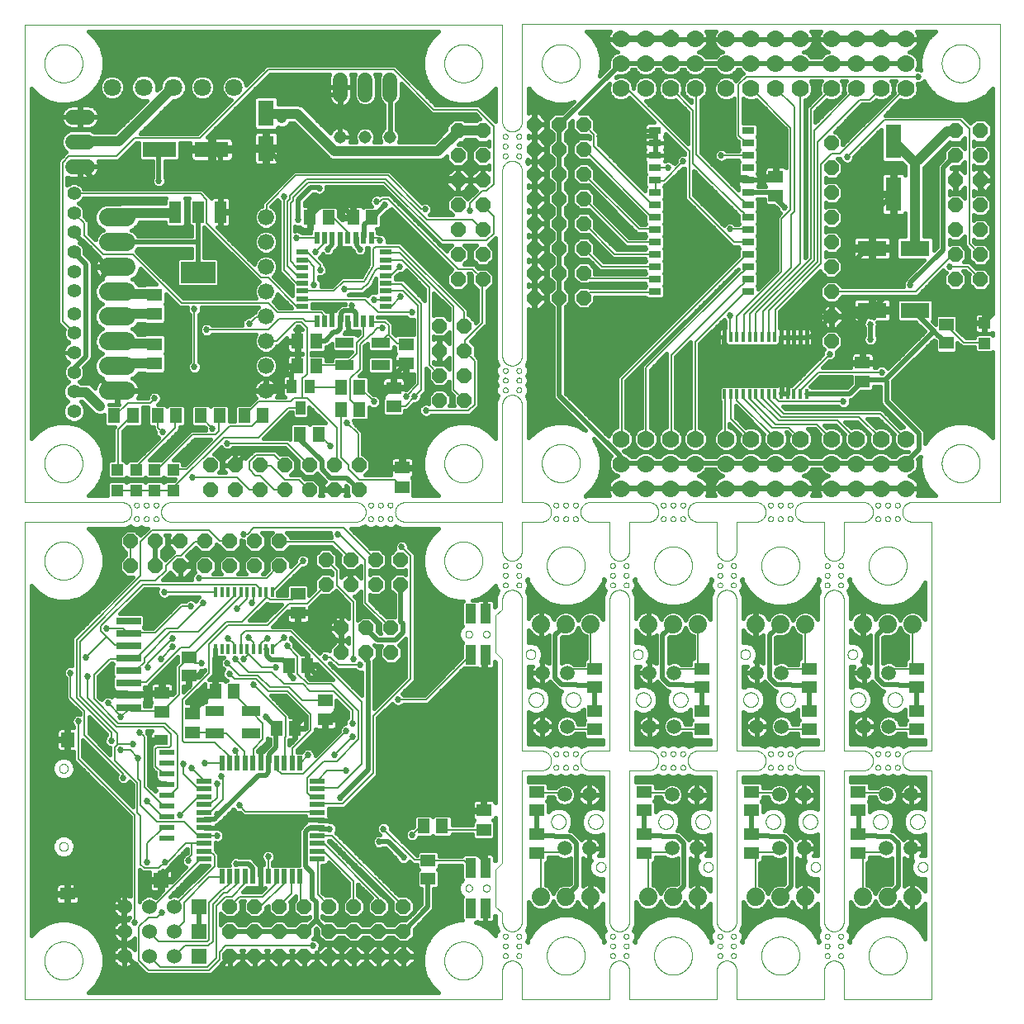
<source format=gtl>
G75*
%MOIN*%
%OFA0B0*%
%FSLAX25Y25*%
%IPPOS*%
%LPD*%
%AMOC8*
5,1,8,0,0,1.08239X$1,22.5*
%
%ADD10C,0.00000*%
%ADD11R,0.07480X0.04331*%
%ADD12R,0.05906X0.05118*%
%ADD13R,0.05118X0.05906*%
%ADD14R,0.04134X0.07874*%
%ADD15R,0.05315X0.05906*%
%ADD16R,0.06299X0.01969*%
%ADD17R,0.05512X0.03937*%
%ADD18R,0.05906X0.05906*%
%ADD19R,0.01200X0.03900*%
%ADD20R,0.06000X0.06000*%
%ADD21C,0.06000*%
%ADD22R,0.10000X0.03000*%
%ADD23R,0.01969X0.05906*%
%ADD24R,0.05906X0.01969*%
%ADD25OC8,0.06000*%
%ADD26C,0.07400*%
%ADD27C,0.06600*%
%ADD28R,0.04724X0.04724*%
%ADD29R,0.03937X0.05512*%
%ADD30R,0.04800X0.08800*%
%ADD31R,0.14173X0.08661*%
%ADD32R,0.02200X0.05000*%
%ADD33R,0.05000X0.02200*%
%ADD34C,0.06000*%
%ADD35C,0.05150*%
%ADD36C,0.05600*%
%ADD37C,0.07087*%
%ADD38R,0.13780X0.06299*%
%ADD39R,0.06299X0.10236*%
%ADD40R,0.11811X0.06299*%
%ADD41C,0.07000*%
%ADD42R,0.05000X0.03000*%
%ADD43R,0.06299X0.13780*%
%ADD44C,0.05937*%
%ADD45R,0.06299X0.05118*%
%ADD46C,0.07400*%
%ADD47C,0.02000*%
%ADD48C,0.02700*%
%ADD49C,0.01600*%
%ADD50C,0.00700*%
%ADD51C,0.04000*%
D10*
X0031742Y0001800D02*
X0224669Y0001800D01*
X0224669Y0013611D01*
X0224671Y0013735D01*
X0224677Y0013858D01*
X0224686Y0013982D01*
X0224700Y0014104D01*
X0224717Y0014227D01*
X0224739Y0014349D01*
X0224764Y0014470D01*
X0224793Y0014590D01*
X0224825Y0014709D01*
X0224862Y0014828D01*
X0224902Y0014945D01*
X0224945Y0015060D01*
X0224993Y0015175D01*
X0225044Y0015287D01*
X0225098Y0015398D01*
X0225156Y0015508D01*
X0225217Y0015615D01*
X0225282Y0015721D01*
X0225350Y0015824D01*
X0225421Y0015925D01*
X0225495Y0016024D01*
X0225572Y0016121D01*
X0225653Y0016215D01*
X0225736Y0016306D01*
X0225822Y0016395D01*
X0225911Y0016481D01*
X0226002Y0016564D01*
X0226096Y0016645D01*
X0226193Y0016722D01*
X0226292Y0016796D01*
X0226393Y0016867D01*
X0226496Y0016935D01*
X0226602Y0017000D01*
X0226709Y0017061D01*
X0226819Y0017119D01*
X0226930Y0017173D01*
X0227042Y0017224D01*
X0227157Y0017272D01*
X0227272Y0017315D01*
X0227389Y0017355D01*
X0227508Y0017392D01*
X0227627Y0017424D01*
X0227747Y0017453D01*
X0227868Y0017478D01*
X0227990Y0017500D01*
X0228113Y0017517D01*
X0228235Y0017531D01*
X0228359Y0017540D01*
X0228482Y0017546D01*
X0228606Y0017548D01*
X0228730Y0017546D01*
X0228853Y0017540D01*
X0228977Y0017531D01*
X0229099Y0017517D01*
X0229222Y0017500D01*
X0229344Y0017478D01*
X0229465Y0017453D01*
X0229585Y0017424D01*
X0229704Y0017392D01*
X0229823Y0017355D01*
X0229940Y0017315D01*
X0230055Y0017272D01*
X0230170Y0017224D01*
X0230282Y0017173D01*
X0230393Y0017119D01*
X0230503Y0017061D01*
X0230610Y0017000D01*
X0230716Y0016935D01*
X0230819Y0016867D01*
X0230920Y0016796D01*
X0231019Y0016722D01*
X0231116Y0016645D01*
X0231210Y0016564D01*
X0231301Y0016481D01*
X0231390Y0016395D01*
X0231476Y0016306D01*
X0231559Y0016215D01*
X0231640Y0016121D01*
X0231717Y0016024D01*
X0231791Y0015925D01*
X0231862Y0015824D01*
X0231930Y0015721D01*
X0231995Y0015615D01*
X0232056Y0015508D01*
X0232114Y0015398D01*
X0232168Y0015287D01*
X0232219Y0015175D01*
X0232267Y0015060D01*
X0232310Y0014945D01*
X0232350Y0014828D01*
X0232387Y0014709D01*
X0232419Y0014590D01*
X0232448Y0014470D01*
X0232473Y0014349D01*
X0232495Y0014227D01*
X0232512Y0014104D01*
X0232526Y0013982D01*
X0232535Y0013858D01*
X0232541Y0013735D01*
X0232543Y0013611D01*
X0232543Y0001800D01*
X0267976Y0001800D01*
X0267976Y0013611D01*
X0267978Y0013735D01*
X0267984Y0013858D01*
X0267993Y0013982D01*
X0268007Y0014104D01*
X0268024Y0014227D01*
X0268046Y0014349D01*
X0268071Y0014470D01*
X0268100Y0014590D01*
X0268132Y0014709D01*
X0268169Y0014828D01*
X0268209Y0014945D01*
X0268252Y0015060D01*
X0268300Y0015175D01*
X0268351Y0015287D01*
X0268405Y0015398D01*
X0268463Y0015508D01*
X0268524Y0015615D01*
X0268589Y0015721D01*
X0268657Y0015824D01*
X0268728Y0015925D01*
X0268802Y0016024D01*
X0268879Y0016121D01*
X0268960Y0016215D01*
X0269043Y0016306D01*
X0269129Y0016395D01*
X0269218Y0016481D01*
X0269309Y0016564D01*
X0269403Y0016645D01*
X0269500Y0016722D01*
X0269599Y0016796D01*
X0269700Y0016867D01*
X0269803Y0016935D01*
X0269909Y0017000D01*
X0270016Y0017061D01*
X0270126Y0017119D01*
X0270237Y0017173D01*
X0270349Y0017224D01*
X0270464Y0017272D01*
X0270579Y0017315D01*
X0270696Y0017355D01*
X0270815Y0017392D01*
X0270934Y0017424D01*
X0271054Y0017453D01*
X0271175Y0017478D01*
X0271297Y0017500D01*
X0271420Y0017517D01*
X0271542Y0017531D01*
X0271666Y0017540D01*
X0271789Y0017546D01*
X0271913Y0017548D01*
X0272037Y0017546D01*
X0272160Y0017540D01*
X0272284Y0017531D01*
X0272406Y0017517D01*
X0272529Y0017500D01*
X0272651Y0017478D01*
X0272772Y0017453D01*
X0272892Y0017424D01*
X0273011Y0017392D01*
X0273130Y0017355D01*
X0273247Y0017315D01*
X0273362Y0017272D01*
X0273477Y0017224D01*
X0273589Y0017173D01*
X0273700Y0017119D01*
X0273810Y0017061D01*
X0273917Y0017000D01*
X0274023Y0016935D01*
X0274126Y0016867D01*
X0274227Y0016796D01*
X0274326Y0016722D01*
X0274423Y0016645D01*
X0274517Y0016564D01*
X0274608Y0016481D01*
X0274697Y0016395D01*
X0274783Y0016306D01*
X0274866Y0016215D01*
X0274947Y0016121D01*
X0275024Y0016024D01*
X0275098Y0015925D01*
X0275169Y0015824D01*
X0275237Y0015721D01*
X0275302Y0015615D01*
X0275363Y0015508D01*
X0275421Y0015398D01*
X0275475Y0015287D01*
X0275526Y0015175D01*
X0275574Y0015060D01*
X0275617Y0014945D01*
X0275657Y0014828D01*
X0275694Y0014709D01*
X0275726Y0014590D01*
X0275755Y0014470D01*
X0275780Y0014349D01*
X0275802Y0014227D01*
X0275819Y0014104D01*
X0275833Y0013982D01*
X0275842Y0013858D01*
X0275848Y0013735D01*
X0275850Y0013611D01*
X0275850Y0001800D01*
X0311283Y0001800D01*
X0311283Y0013611D01*
X0311285Y0013735D01*
X0311291Y0013858D01*
X0311300Y0013982D01*
X0311314Y0014104D01*
X0311331Y0014227D01*
X0311353Y0014349D01*
X0311378Y0014470D01*
X0311407Y0014590D01*
X0311439Y0014709D01*
X0311476Y0014828D01*
X0311516Y0014945D01*
X0311559Y0015060D01*
X0311607Y0015175D01*
X0311658Y0015287D01*
X0311712Y0015398D01*
X0311770Y0015508D01*
X0311831Y0015615D01*
X0311896Y0015721D01*
X0311964Y0015824D01*
X0312035Y0015925D01*
X0312109Y0016024D01*
X0312186Y0016121D01*
X0312267Y0016215D01*
X0312350Y0016306D01*
X0312436Y0016395D01*
X0312525Y0016481D01*
X0312616Y0016564D01*
X0312710Y0016645D01*
X0312807Y0016722D01*
X0312906Y0016796D01*
X0313007Y0016867D01*
X0313110Y0016935D01*
X0313216Y0017000D01*
X0313323Y0017061D01*
X0313433Y0017119D01*
X0313544Y0017173D01*
X0313656Y0017224D01*
X0313771Y0017272D01*
X0313886Y0017315D01*
X0314003Y0017355D01*
X0314122Y0017392D01*
X0314241Y0017424D01*
X0314361Y0017453D01*
X0314482Y0017478D01*
X0314604Y0017500D01*
X0314727Y0017517D01*
X0314849Y0017531D01*
X0314973Y0017540D01*
X0315096Y0017546D01*
X0315220Y0017548D01*
X0315344Y0017546D01*
X0315467Y0017540D01*
X0315591Y0017531D01*
X0315713Y0017517D01*
X0315836Y0017500D01*
X0315958Y0017478D01*
X0316079Y0017453D01*
X0316199Y0017424D01*
X0316318Y0017392D01*
X0316437Y0017355D01*
X0316554Y0017315D01*
X0316669Y0017272D01*
X0316784Y0017224D01*
X0316896Y0017173D01*
X0317007Y0017119D01*
X0317117Y0017061D01*
X0317224Y0017000D01*
X0317330Y0016935D01*
X0317433Y0016867D01*
X0317534Y0016796D01*
X0317633Y0016722D01*
X0317730Y0016645D01*
X0317824Y0016564D01*
X0317915Y0016481D01*
X0318004Y0016395D01*
X0318090Y0016306D01*
X0318173Y0016215D01*
X0318254Y0016121D01*
X0318331Y0016024D01*
X0318405Y0015925D01*
X0318476Y0015824D01*
X0318544Y0015721D01*
X0318609Y0015615D01*
X0318670Y0015508D01*
X0318728Y0015398D01*
X0318782Y0015287D01*
X0318833Y0015175D01*
X0318881Y0015060D01*
X0318924Y0014945D01*
X0318964Y0014828D01*
X0319001Y0014709D01*
X0319033Y0014590D01*
X0319062Y0014470D01*
X0319087Y0014349D01*
X0319109Y0014227D01*
X0319126Y0014104D01*
X0319140Y0013982D01*
X0319149Y0013858D01*
X0319155Y0013735D01*
X0319157Y0013611D01*
X0319157Y0001800D01*
X0354590Y0001800D01*
X0354590Y0013611D01*
X0354592Y0013735D01*
X0354598Y0013858D01*
X0354607Y0013982D01*
X0354621Y0014104D01*
X0354638Y0014227D01*
X0354660Y0014349D01*
X0354685Y0014470D01*
X0354714Y0014590D01*
X0354746Y0014709D01*
X0354783Y0014828D01*
X0354823Y0014945D01*
X0354866Y0015060D01*
X0354914Y0015175D01*
X0354965Y0015287D01*
X0355019Y0015398D01*
X0355077Y0015508D01*
X0355138Y0015615D01*
X0355203Y0015721D01*
X0355271Y0015824D01*
X0355342Y0015925D01*
X0355416Y0016024D01*
X0355493Y0016121D01*
X0355574Y0016215D01*
X0355657Y0016306D01*
X0355743Y0016395D01*
X0355832Y0016481D01*
X0355923Y0016564D01*
X0356017Y0016645D01*
X0356114Y0016722D01*
X0356213Y0016796D01*
X0356314Y0016867D01*
X0356417Y0016935D01*
X0356523Y0017000D01*
X0356630Y0017061D01*
X0356740Y0017119D01*
X0356851Y0017173D01*
X0356963Y0017224D01*
X0357078Y0017272D01*
X0357193Y0017315D01*
X0357310Y0017355D01*
X0357429Y0017392D01*
X0357548Y0017424D01*
X0357668Y0017453D01*
X0357789Y0017478D01*
X0357911Y0017500D01*
X0358034Y0017517D01*
X0358156Y0017531D01*
X0358280Y0017540D01*
X0358403Y0017546D01*
X0358527Y0017548D01*
X0358651Y0017546D01*
X0358774Y0017540D01*
X0358898Y0017531D01*
X0359020Y0017517D01*
X0359143Y0017500D01*
X0359265Y0017478D01*
X0359386Y0017453D01*
X0359506Y0017424D01*
X0359625Y0017392D01*
X0359744Y0017355D01*
X0359861Y0017315D01*
X0359976Y0017272D01*
X0360091Y0017224D01*
X0360203Y0017173D01*
X0360314Y0017119D01*
X0360424Y0017061D01*
X0360531Y0017000D01*
X0360637Y0016935D01*
X0360740Y0016867D01*
X0360841Y0016796D01*
X0360940Y0016722D01*
X0361037Y0016645D01*
X0361131Y0016564D01*
X0361222Y0016481D01*
X0361311Y0016395D01*
X0361397Y0016306D01*
X0361480Y0016215D01*
X0361561Y0016121D01*
X0361638Y0016024D01*
X0361712Y0015925D01*
X0361783Y0015824D01*
X0361851Y0015721D01*
X0361916Y0015615D01*
X0361977Y0015508D01*
X0362035Y0015398D01*
X0362089Y0015287D01*
X0362140Y0015175D01*
X0362188Y0015060D01*
X0362231Y0014945D01*
X0362271Y0014828D01*
X0362308Y0014709D01*
X0362340Y0014590D01*
X0362369Y0014470D01*
X0362394Y0014349D01*
X0362416Y0014227D01*
X0362433Y0014104D01*
X0362447Y0013982D01*
X0362456Y0013858D01*
X0362462Y0013735D01*
X0362464Y0013611D01*
X0362464Y0001800D01*
X0397897Y0001800D01*
X0397897Y0094320D01*
X0390023Y0094320D01*
X0389899Y0094322D01*
X0389776Y0094328D01*
X0389652Y0094337D01*
X0389530Y0094351D01*
X0389407Y0094368D01*
X0389285Y0094390D01*
X0389164Y0094415D01*
X0389044Y0094444D01*
X0388925Y0094476D01*
X0388806Y0094513D01*
X0388689Y0094553D01*
X0388574Y0094596D01*
X0388459Y0094644D01*
X0388347Y0094695D01*
X0388236Y0094749D01*
X0388126Y0094807D01*
X0388019Y0094868D01*
X0387913Y0094933D01*
X0387810Y0095001D01*
X0387709Y0095072D01*
X0387610Y0095146D01*
X0387513Y0095223D01*
X0387419Y0095304D01*
X0387328Y0095387D01*
X0387239Y0095473D01*
X0387153Y0095562D01*
X0387070Y0095653D01*
X0386989Y0095747D01*
X0386912Y0095844D01*
X0386838Y0095943D01*
X0386767Y0096044D01*
X0386699Y0096147D01*
X0386634Y0096253D01*
X0386573Y0096360D01*
X0386515Y0096470D01*
X0386461Y0096581D01*
X0386410Y0096693D01*
X0386362Y0096808D01*
X0386319Y0096923D01*
X0386279Y0097040D01*
X0386242Y0097159D01*
X0386210Y0097278D01*
X0386181Y0097398D01*
X0386156Y0097519D01*
X0386134Y0097641D01*
X0386117Y0097764D01*
X0386103Y0097886D01*
X0386094Y0098010D01*
X0386088Y0098133D01*
X0386086Y0098257D01*
X0386088Y0098381D01*
X0386094Y0098504D01*
X0386103Y0098628D01*
X0386117Y0098750D01*
X0386134Y0098873D01*
X0386156Y0098995D01*
X0386181Y0099116D01*
X0386210Y0099236D01*
X0386242Y0099355D01*
X0386279Y0099474D01*
X0386319Y0099591D01*
X0386362Y0099706D01*
X0386410Y0099821D01*
X0386461Y0099933D01*
X0386515Y0100044D01*
X0386573Y0100154D01*
X0386634Y0100261D01*
X0386699Y0100367D01*
X0386767Y0100470D01*
X0386838Y0100571D01*
X0386912Y0100670D01*
X0386989Y0100767D01*
X0387070Y0100861D01*
X0387153Y0100952D01*
X0387239Y0101041D01*
X0387328Y0101127D01*
X0387419Y0101210D01*
X0387513Y0101291D01*
X0387610Y0101368D01*
X0387709Y0101442D01*
X0387810Y0101513D01*
X0387913Y0101581D01*
X0388019Y0101646D01*
X0388126Y0101707D01*
X0388236Y0101765D01*
X0388347Y0101819D01*
X0388459Y0101870D01*
X0388574Y0101918D01*
X0388689Y0101961D01*
X0388806Y0102001D01*
X0388925Y0102038D01*
X0389044Y0102070D01*
X0389164Y0102099D01*
X0389285Y0102124D01*
X0389407Y0102146D01*
X0389530Y0102163D01*
X0389652Y0102177D01*
X0389776Y0102186D01*
X0389899Y0102192D01*
X0390023Y0102194D01*
X0397897Y0102194D01*
X0397897Y0194713D01*
X0390023Y0194713D01*
X0389899Y0194715D01*
X0389776Y0194721D01*
X0389652Y0194730D01*
X0389530Y0194744D01*
X0389407Y0194761D01*
X0389285Y0194783D01*
X0389164Y0194808D01*
X0389044Y0194837D01*
X0388925Y0194869D01*
X0388806Y0194906D01*
X0388689Y0194946D01*
X0388574Y0194989D01*
X0388459Y0195037D01*
X0388347Y0195088D01*
X0388236Y0195142D01*
X0388126Y0195200D01*
X0388019Y0195261D01*
X0387913Y0195326D01*
X0387810Y0195394D01*
X0387709Y0195465D01*
X0387610Y0195539D01*
X0387513Y0195616D01*
X0387419Y0195697D01*
X0387328Y0195780D01*
X0387239Y0195866D01*
X0387153Y0195955D01*
X0387070Y0196046D01*
X0386989Y0196140D01*
X0386912Y0196237D01*
X0386838Y0196336D01*
X0386767Y0196437D01*
X0386699Y0196540D01*
X0386634Y0196646D01*
X0386573Y0196753D01*
X0386515Y0196863D01*
X0386461Y0196974D01*
X0386410Y0197086D01*
X0386362Y0197201D01*
X0386319Y0197316D01*
X0386279Y0197433D01*
X0386242Y0197552D01*
X0386210Y0197671D01*
X0386181Y0197791D01*
X0386156Y0197912D01*
X0386134Y0198034D01*
X0386117Y0198157D01*
X0386103Y0198279D01*
X0386094Y0198403D01*
X0386088Y0198526D01*
X0386086Y0198650D01*
X0386088Y0198774D01*
X0386094Y0198897D01*
X0386103Y0199021D01*
X0386117Y0199143D01*
X0386134Y0199266D01*
X0386156Y0199388D01*
X0386181Y0199509D01*
X0386210Y0199629D01*
X0386242Y0199748D01*
X0386279Y0199867D01*
X0386319Y0199984D01*
X0386362Y0200099D01*
X0386410Y0200214D01*
X0386461Y0200326D01*
X0386515Y0200437D01*
X0386573Y0200547D01*
X0386634Y0200654D01*
X0386699Y0200760D01*
X0386767Y0200863D01*
X0386838Y0200964D01*
X0386912Y0201063D01*
X0386989Y0201160D01*
X0387070Y0201254D01*
X0387153Y0201345D01*
X0387239Y0201434D01*
X0387328Y0201520D01*
X0387419Y0201603D01*
X0387513Y0201684D01*
X0387610Y0201761D01*
X0387709Y0201835D01*
X0387810Y0201906D01*
X0387913Y0201974D01*
X0388019Y0202039D01*
X0388126Y0202100D01*
X0388236Y0202158D01*
X0388347Y0202212D01*
X0388459Y0202263D01*
X0388574Y0202311D01*
X0388689Y0202354D01*
X0388806Y0202394D01*
X0388925Y0202431D01*
X0389044Y0202463D01*
X0389164Y0202492D01*
X0389285Y0202517D01*
X0389407Y0202539D01*
X0389530Y0202556D01*
X0389652Y0202570D01*
X0389776Y0202579D01*
X0389899Y0202585D01*
X0390023Y0202587D01*
X0425456Y0202587D01*
X0425456Y0395501D01*
X0232543Y0395501D01*
X0232543Y0356131D01*
X0232541Y0356007D01*
X0232535Y0355884D01*
X0232526Y0355760D01*
X0232512Y0355638D01*
X0232495Y0355515D01*
X0232473Y0355393D01*
X0232448Y0355272D01*
X0232419Y0355152D01*
X0232387Y0355033D01*
X0232350Y0354914D01*
X0232310Y0354797D01*
X0232267Y0354682D01*
X0232219Y0354567D01*
X0232168Y0354455D01*
X0232114Y0354344D01*
X0232056Y0354234D01*
X0231995Y0354127D01*
X0231930Y0354021D01*
X0231862Y0353918D01*
X0231791Y0353817D01*
X0231717Y0353718D01*
X0231640Y0353621D01*
X0231559Y0353527D01*
X0231476Y0353436D01*
X0231390Y0353347D01*
X0231301Y0353261D01*
X0231210Y0353178D01*
X0231116Y0353097D01*
X0231019Y0353020D01*
X0230920Y0352946D01*
X0230819Y0352875D01*
X0230716Y0352807D01*
X0230610Y0352742D01*
X0230503Y0352681D01*
X0230393Y0352623D01*
X0230282Y0352569D01*
X0230170Y0352518D01*
X0230055Y0352470D01*
X0229940Y0352427D01*
X0229823Y0352387D01*
X0229704Y0352350D01*
X0229585Y0352318D01*
X0229465Y0352289D01*
X0229344Y0352264D01*
X0229222Y0352242D01*
X0229099Y0352225D01*
X0228977Y0352211D01*
X0228853Y0352202D01*
X0228730Y0352196D01*
X0228606Y0352194D01*
X0228482Y0352196D01*
X0228359Y0352202D01*
X0228235Y0352211D01*
X0228113Y0352225D01*
X0227990Y0352242D01*
X0227868Y0352264D01*
X0227747Y0352289D01*
X0227627Y0352318D01*
X0227508Y0352350D01*
X0227389Y0352387D01*
X0227272Y0352427D01*
X0227157Y0352470D01*
X0227042Y0352518D01*
X0226930Y0352569D01*
X0226819Y0352623D01*
X0226709Y0352681D01*
X0226602Y0352742D01*
X0226496Y0352807D01*
X0226393Y0352875D01*
X0226292Y0352946D01*
X0226193Y0353020D01*
X0226096Y0353097D01*
X0226002Y0353178D01*
X0225911Y0353261D01*
X0225822Y0353347D01*
X0225736Y0353436D01*
X0225653Y0353527D01*
X0225572Y0353621D01*
X0225495Y0353718D01*
X0225421Y0353817D01*
X0225350Y0353918D01*
X0225282Y0354021D01*
X0225217Y0354127D01*
X0225156Y0354234D01*
X0225098Y0354344D01*
X0225044Y0354455D01*
X0224993Y0354567D01*
X0224945Y0354682D01*
X0224902Y0354797D01*
X0224862Y0354914D01*
X0224825Y0355033D01*
X0224793Y0355152D01*
X0224764Y0355272D01*
X0224739Y0355393D01*
X0224717Y0355515D01*
X0224700Y0355638D01*
X0224686Y0355760D01*
X0224677Y0355884D01*
X0224671Y0356007D01*
X0224669Y0356131D01*
X0224669Y0395439D01*
X0031756Y0395439D01*
X0031756Y0202526D01*
X0071126Y0202526D01*
X0071250Y0202524D01*
X0071374Y0202518D01*
X0071497Y0202508D01*
X0071620Y0202495D01*
X0071743Y0202477D01*
X0071865Y0202455D01*
X0071987Y0202430D01*
X0072107Y0202401D01*
X0072226Y0202368D01*
X0072345Y0202331D01*
X0072462Y0202290D01*
X0072578Y0202246D01*
X0072692Y0202198D01*
X0072805Y0202147D01*
X0072916Y0202092D01*
X0073025Y0202033D01*
X0073132Y0201971D01*
X0073238Y0201906D01*
X0073341Y0201837D01*
X0073442Y0201765D01*
X0073541Y0201690D01*
X0073637Y0201612D01*
X0073730Y0201531D01*
X0073821Y0201447D01*
X0073910Y0201360D01*
X0073995Y0201270D01*
X0074078Y0201178D01*
X0074158Y0201083D01*
X0074234Y0200986D01*
X0074308Y0200886D01*
X0074378Y0200784D01*
X0074445Y0200679D01*
X0074509Y0200573D01*
X0074569Y0200465D01*
X0074626Y0200355D01*
X0074679Y0200243D01*
X0074729Y0200129D01*
X0074775Y0200014D01*
X0074817Y0199898D01*
X0074856Y0199780D01*
X0074891Y0199661D01*
X0074922Y0199541D01*
X0074949Y0199420D01*
X0074973Y0199298D01*
X0074992Y0199176D01*
X0075008Y0199053D01*
X0075020Y0198930D01*
X0075028Y0198806D01*
X0075032Y0198682D01*
X0075032Y0198558D01*
X0075028Y0198434D01*
X0075020Y0198310D01*
X0075008Y0198187D01*
X0074992Y0198064D01*
X0074973Y0197942D01*
X0074949Y0197820D01*
X0074922Y0197699D01*
X0074891Y0197579D01*
X0074856Y0197460D01*
X0074817Y0197342D01*
X0074775Y0197226D01*
X0074729Y0197111D01*
X0074679Y0196997D01*
X0074626Y0196885D01*
X0074569Y0196775D01*
X0074509Y0196667D01*
X0074445Y0196561D01*
X0074378Y0196456D01*
X0074308Y0196354D01*
X0074234Y0196254D01*
X0074158Y0196157D01*
X0074078Y0196062D01*
X0073995Y0195970D01*
X0073910Y0195880D01*
X0073821Y0195793D01*
X0073730Y0195709D01*
X0073637Y0195628D01*
X0073541Y0195550D01*
X0073442Y0195475D01*
X0073341Y0195403D01*
X0073238Y0195334D01*
X0073132Y0195269D01*
X0073025Y0195207D01*
X0072916Y0195148D01*
X0072805Y0195093D01*
X0072692Y0195042D01*
X0072578Y0194994D01*
X0072462Y0194950D01*
X0072345Y0194909D01*
X0072226Y0194872D01*
X0072107Y0194839D01*
X0071987Y0194810D01*
X0071865Y0194785D01*
X0071743Y0194763D01*
X0071620Y0194745D01*
X0071497Y0194732D01*
X0071374Y0194722D01*
X0071250Y0194716D01*
X0071126Y0194714D01*
X0071126Y0194713D02*
X0031742Y0194713D01*
X0031742Y0001800D01*
X0039813Y0017548D02*
X0039815Y0017736D01*
X0039822Y0017925D01*
X0039834Y0018113D01*
X0039850Y0018300D01*
X0039871Y0018488D01*
X0039896Y0018674D01*
X0039926Y0018860D01*
X0039961Y0019046D01*
X0040000Y0019230D01*
X0040043Y0019413D01*
X0040091Y0019596D01*
X0040144Y0019777D01*
X0040200Y0019956D01*
X0040262Y0020134D01*
X0040327Y0020311D01*
X0040397Y0020486D01*
X0040472Y0020659D01*
X0040550Y0020830D01*
X0040633Y0021000D01*
X0040719Y0021167D01*
X0040810Y0021332D01*
X0040905Y0021495D01*
X0041004Y0021655D01*
X0041107Y0021813D01*
X0041213Y0021968D01*
X0041324Y0022121D01*
X0041438Y0022271D01*
X0041556Y0022418D01*
X0041677Y0022562D01*
X0041802Y0022704D01*
X0041930Y0022842D01*
X0042062Y0022976D01*
X0042196Y0023108D01*
X0042334Y0023236D01*
X0042476Y0023361D01*
X0042620Y0023482D01*
X0042767Y0023600D01*
X0042917Y0023714D01*
X0043070Y0023825D01*
X0043225Y0023931D01*
X0043383Y0024034D01*
X0043543Y0024133D01*
X0043706Y0024228D01*
X0043871Y0024319D01*
X0044038Y0024405D01*
X0044208Y0024488D01*
X0044379Y0024566D01*
X0044552Y0024641D01*
X0044727Y0024711D01*
X0044904Y0024776D01*
X0045082Y0024838D01*
X0045261Y0024894D01*
X0045442Y0024947D01*
X0045625Y0024995D01*
X0045808Y0025038D01*
X0045992Y0025077D01*
X0046178Y0025112D01*
X0046364Y0025142D01*
X0046550Y0025167D01*
X0046738Y0025188D01*
X0046925Y0025204D01*
X0047113Y0025216D01*
X0047302Y0025223D01*
X0047490Y0025225D01*
X0047678Y0025223D01*
X0047867Y0025216D01*
X0048055Y0025204D01*
X0048242Y0025188D01*
X0048430Y0025167D01*
X0048616Y0025142D01*
X0048802Y0025112D01*
X0048988Y0025077D01*
X0049172Y0025038D01*
X0049355Y0024995D01*
X0049538Y0024947D01*
X0049719Y0024894D01*
X0049898Y0024838D01*
X0050076Y0024776D01*
X0050253Y0024711D01*
X0050428Y0024641D01*
X0050601Y0024566D01*
X0050772Y0024488D01*
X0050942Y0024405D01*
X0051109Y0024319D01*
X0051274Y0024228D01*
X0051437Y0024133D01*
X0051597Y0024034D01*
X0051755Y0023931D01*
X0051910Y0023825D01*
X0052063Y0023714D01*
X0052213Y0023600D01*
X0052360Y0023482D01*
X0052504Y0023361D01*
X0052646Y0023236D01*
X0052784Y0023108D01*
X0052918Y0022976D01*
X0053050Y0022842D01*
X0053178Y0022704D01*
X0053303Y0022562D01*
X0053424Y0022418D01*
X0053542Y0022271D01*
X0053656Y0022121D01*
X0053767Y0021968D01*
X0053873Y0021813D01*
X0053976Y0021655D01*
X0054075Y0021495D01*
X0054170Y0021332D01*
X0054261Y0021167D01*
X0054347Y0021000D01*
X0054430Y0020830D01*
X0054508Y0020659D01*
X0054583Y0020486D01*
X0054653Y0020311D01*
X0054718Y0020134D01*
X0054780Y0019956D01*
X0054836Y0019777D01*
X0054889Y0019596D01*
X0054937Y0019413D01*
X0054980Y0019230D01*
X0055019Y0019046D01*
X0055054Y0018860D01*
X0055084Y0018674D01*
X0055109Y0018488D01*
X0055130Y0018300D01*
X0055146Y0018113D01*
X0055158Y0017925D01*
X0055165Y0017736D01*
X0055167Y0017548D01*
X0055165Y0017360D01*
X0055158Y0017171D01*
X0055146Y0016983D01*
X0055130Y0016796D01*
X0055109Y0016608D01*
X0055084Y0016422D01*
X0055054Y0016236D01*
X0055019Y0016050D01*
X0054980Y0015866D01*
X0054937Y0015683D01*
X0054889Y0015500D01*
X0054836Y0015319D01*
X0054780Y0015140D01*
X0054718Y0014962D01*
X0054653Y0014785D01*
X0054583Y0014610D01*
X0054508Y0014437D01*
X0054430Y0014266D01*
X0054347Y0014096D01*
X0054261Y0013929D01*
X0054170Y0013764D01*
X0054075Y0013601D01*
X0053976Y0013441D01*
X0053873Y0013283D01*
X0053767Y0013128D01*
X0053656Y0012975D01*
X0053542Y0012825D01*
X0053424Y0012678D01*
X0053303Y0012534D01*
X0053178Y0012392D01*
X0053050Y0012254D01*
X0052918Y0012120D01*
X0052784Y0011988D01*
X0052646Y0011860D01*
X0052504Y0011735D01*
X0052360Y0011614D01*
X0052213Y0011496D01*
X0052063Y0011382D01*
X0051910Y0011271D01*
X0051755Y0011165D01*
X0051597Y0011062D01*
X0051437Y0010963D01*
X0051274Y0010868D01*
X0051109Y0010777D01*
X0050942Y0010691D01*
X0050772Y0010608D01*
X0050601Y0010530D01*
X0050428Y0010455D01*
X0050253Y0010385D01*
X0050076Y0010320D01*
X0049898Y0010258D01*
X0049719Y0010202D01*
X0049538Y0010149D01*
X0049355Y0010101D01*
X0049172Y0010058D01*
X0048988Y0010019D01*
X0048802Y0009984D01*
X0048616Y0009954D01*
X0048430Y0009929D01*
X0048242Y0009908D01*
X0048055Y0009892D01*
X0047867Y0009880D01*
X0047678Y0009873D01*
X0047490Y0009871D01*
X0047302Y0009873D01*
X0047113Y0009880D01*
X0046925Y0009892D01*
X0046738Y0009908D01*
X0046550Y0009929D01*
X0046364Y0009954D01*
X0046178Y0009984D01*
X0045992Y0010019D01*
X0045808Y0010058D01*
X0045625Y0010101D01*
X0045442Y0010149D01*
X0045261Y0010202D01*
X0045082Y0010258D01*
X0044904Y0010320D01*
X0044727Y0010385D01*
X0044552Y0010455D01*
X0044379Y0010530D01*
X0044208Y0010608D01*
X0044038Y0010691D01*
X0043871Y0010777D01*
X0043706Y0010868D01*
X0043543Y0010963D01*
X0043383Y0011062D01*
X0043225Y0011165D01*
X0043070Y0011271D01*
X0042917Y0011382D01*
X0042767Y0011496D01*
X0042620Y0011614D01*
X0042476Y0011735D01*
X0042334Y0011860D01*
X0042196Y0011988D01*
X0042062Y0012120D01*
X0041930Y0012254D01*
X0041802Y0012392D01*
X0041677Y0012534D01*
X0041556Y0012678D01*
X0041438Y0012825D01*
X0041324Y0012975D01*
X0041213Y0013128D01*
X0041107Y0013283D01*
X0041004Y0013441D01*
X0040905Y0013601D01*
X0040810Y0013764D01*
X0040719Y0013929D01*
X0040633Y0014096D01*
X0040550Y0014266D01*
X0040472Y0014437D01*
X0040397Y0014610D01*
X0040327Y0014785D01*
X0040262Y0014962D01*
X0040200Y0015140D01*
X0040144Y0015319D01*
X0040091Y0015500D01*
X0040043Y0015683D01*
X0040000Y0015866D01*
X0039961Y0016050D01*
X0039926Y0016236D01*
X0039896Y0016422D01*
X0039871Y0016608D01*
X0039850Y0016796D01*
X0039834Y0016983D01*
X0039822Y0017171D01*
X0039815Y0017360D01*
X0039813Y0017548D01*
X0045758Y0063611D02*
X0045760Y0063695D01*
X0045766Y0063778D01*
X0045776Y0063861D01*
X0045790Y0063944D01*
X0045807Y0064026D01*
X0045829Y0064107D01*
X0045854Y0064186D01*
X0045883Y0064265D01*
X0045916Y0064342D01*
X0045952Y0064417D01*
X0045992Y0064491D01*
X0046035Y0064563D01*
X0046082Y0064632D01*
X0046132Y0064699D01*
X0046185Y0064764D01*
X0046241Y0064826D01*
X0046299Y0064886D01*
X0046361Y0064943D01*
X0046425Y0064996D01*
X0046492Y0065047D01*
X0046561Y0065094D01*
X0046632Y0065139D01*
X0046705Y0065179D01*
X0046780Y0065216D01*
X0046857Y0065250D01*
X0046935Y0065280D01*
X0047014Y0065306D01*
X0047095Y0065329D01*
X0047177Y0065347D01*
X0047259Y0065362D01*
X0047342Y0065373D01*
X0047425Y0065380D01*
X0047509Y0065383D01*
X0047593Y0065382D01*
X0047676Y0065377D01*
X0047760Y0065368D01*
X0047842Y0065355D01*
X0047924Y0065339D01*
X0048005Y0065318D01*
X0048086Y0065294D01*
X0048164Y0065266D01*
X0048242Y0065234D01*
X0048318Y0065198D01*
X0048392Y0065159D01*
X0048464Y0065117D01*
X0048534Y0065071D01*
X0048602Y0065022D01*
X0048667Y0064970D01*
X0048730Y0064915D01*
X0048790Y0064857D01*
X0048848Y0064796D01*
X0048902Y0064732D01*
X0048954Y0064666D01*
X0049002Y0064598D01*
X0049047Y0064527D01*
X0049088Y0064454D01*
X0049127Y0064380D01*
X0049161Y0064304D01*
X0049192Y0064226D01*
X0049219Y0064147D01*
X0049243Y0064066D01*
X0049262Y0063985D01*
X0049278Y0063903D01*
X0049290Y0063820D01*
X0049298Y0063736D01*
X0049302Y0063653D01*
X0049302Y0063569D01*
X0049298Y0063486D01*
X0049290Y0063402D01*
X0049278Y0063319D01*
X0049262Y0063237D01*
X0049243Y0063156D01*
X0049219Y0063075D01*
X0049192Y0062996D01*
X0049161Y0062918D01*
X0049127Y0062842D01*
X0049088Y0062768D01*
X0049047Y0062695D01*
X0049002Y0062624D01*
X0048954Y0062556D01*
X0048902Y0062490D01*
X0048848Y0062426D01*
X0048790Y0062365D01*
X0048730Y0062307D01*
X0048667Y0062252D01*
X0048602Y0062200D01*
X0048534Y0062151D01*
X0048464Y0062105D01*
X0048392Y0062063D01*
X0048318Y0062024D01*
X0048242Y0061988D01*
X0048164Y0061956D01*
X0048086Y0061928D01*
X0048005Y0061904D01*
X0047924Y0061883D01*
X0047842Y0061867D01*
X0047760Y0061854D01*
X0047676Y0061845D01*
X0047593Y0061840D01*
X0047509Y0061839D01*
X0047425Y0061842D01*
X0047342Y0061849D01*
X0047259Y0061860D01*
X0047177Y0061875D01*
X0047095Y0061893D01*
X0047014Y0061916D01*
X0046935Y0061942D01*
X0046857Y0061972D01*
X0046780Y0062006D01*
X0046705Y0062043D01*
X0046632Y0062083D01*
X0046561Y0062128D01*
X0046492Y0062175D01*
X0046425Y0062226D01*
X0046361Y0062279D01*
X0046299Y0062336D01*
X0046241Y0062396D01*
X0046185Y0062458D01*
X0046132Y0062523D01*
X0046082Y0062590D01*
X0046035Y0062659D01*
X0045992Y0062731D01*
X0045952Y0062805D01*
X0045916Y0062880D01*
X0045883Y0062957D01*
X0045854Y0063036D01*
X0045829Y0063115D01*
X0045807Y0063196D01*
X0045790Y0063278D01*
X0045776Y0063361D01*
X0045766Y0063444D01*
X0045760Y0063527D01*
X0045758Y0063611D01*
X0045758Y0095107D02*
X0045760Y0095191D01*
X0045766Y0095274D01*
X0045776Y0095357D01*
X0045790Y0095440D01*
X0045807Y0095522D01*
X0045829Y0095603D01*
X0045854Y0095682D01*
X0045883Y0095761D01*
X0045916Y0095838D01*
X0045952Y0095913D01*
X0045992Y0095987D01*
X0046035Y0096059D01*
X0046082Y0096128D01*
X0046132Y0096195D01*
X0046185Y0096260D01*
X0046241Y0096322D01*
X0046299Y0096382D01*
X0046361Y0096439D01*
X0046425Y0096492D01*
X0046492Y0096543D01*
X0046561Y0096590D01*
X0046632Y0096635D01*
X0046705Y0096675D01*
X0046780Y0096712D01*
X0046857Y0096746D01*
X0046935Y0096776D01*
X0047014Y0096802D01*
X0047095Y0096825D01*
X0047177Y0096843D01*
X0047259Y0096858D01*
X0047342Y0096869D01*
X0047425Y0096876D01*
X0047509Y0096879D01*
X0047593Y0096878D01*
X0047676Y0096873D01*
X0047760Y0096864D01*
X0047842Y0096851D01*
X0047924Y0096835D01*
X0048005Y0096814D01*
X0048086Y0096790D01*
X0048164Y0096762D01*
X0048242Y0096730D01*
X0048318Y0096694D01*
X0048392Y0096655D01*
X0048464Y0096613D01*
X0048534Y0096567D01*
X0048602Y0096518D01*
X0048667Y0096466D01*
X0048730Y0096411D01*
X0048790Y0096353D01*
X0048848Y0096292D01*
X0048902Y0096228D01*
X0048954Y0096162D01*
X0049002Y0096094D01*
X0049047Y0096023D01*
X0049088Y0095950D01*
X0049127Y0095876D01*
X0049161Y0095800D01*
X0049192Y0095722D01*
X0049219Y0095643D01*
X0049243Y0095562D01*
X0049262Y0095481D01*
X0049278Y0095399D01*
X0049290Y0095316D01*
X0049298Y0095232D01*
X0049302Y0095149D01*
X0049302Y0095065D01*
X0049298Y0094982D01*
X0049290Y0094898D01*
X0049278Y0094815D01*
X0049262Y0094733D01*
X0049243Y0094652D01*
X0049219Y0094571D01*
X0049192Y0094492D01*
X0049161Y0094414D01*
X0049127Y0094338D01*
X0049088Y0094264D01*
X0049047Y0094191D01*
X0049002Y0094120D01*
X0048954Y0094052D01*
X0048902Y0093986D01*
X0048848Y0093922D01*
X0048790Y0093861D01*
X0048730Y0093803D01*
X0048667Y0093748D01*
X0048602Y0093696D01*
X0048534Y0093647D01*
X0048464Y0093601D01*
X0048392Y0093559D01*
X0048318Y0093520D01*
X0048242Y0093484D01*
X0048164Y0093452D01*
X0048086Y0093424D01*
X0048005Y0093400D01*
X0047924Y0093379D01*
X0047842Y0093363D01*
X0047760Y0093350D01*
X0047676Y0093341D01*
X0047593Y0093336D01*
X0047509Y0093335D01*
X0047425Y0093338D01*
X0047342Y0093345D01*
X0047259Y0093356D01*
X0047177Y0093371D01*
X0047095Y0093389D01*
X0047014Y0093412D01*
X0046935Y0093438D01*
X0046857Y0093468D01*
X0046780Y0093502D01*
X0046705Y0093539D01*
X0046632Y0093579D01*
X0046561Y0093624D01*
X0046492Y0093671D01*
X0046425Y0093722D01*
X0046361Y0093775D01*
X0046299Y0093832D01*
X0046241Y0093892D01*
X0046185Y0093954D01*
X0046132Y0094019D01*
X0046082Y0094086D01*
X0046035Y0094155D01*
X0045992Y0094227D01*
X0045952Y0094301D01*
X0045916Y0094376D01*
X0045883Y0094453D01*
X0045854Y0094532D01*
X0045829Y0094611D01*
X0045807Y0094692D01*
X0045790Y0094774D01*
X0045776Y0094857D01*
X0045766Y0094940D01*
X0045760Y0095023D01*
X0045758Y0095107D01*
X0039813Y0178965D02*
X0039815Y0179153D01*
X0039822Y0179342D01*
X0039834Y0179530D01*
X0039850Y0179717D01*
X0039871Y0179905D01*
X0039896Y0180091D01*
X0039926Y0180277D01*
X0039961Y0180463D01*
X0040000Y0180647D01*
X0040043Y0180830D01*
X0040091Y0181013D01*
X0040144Y0181194D01*
X0040200Y0181373D01*
X0040262Y0181551D01*
X0040327Y0181728D01*
X0040397Y0181903D01*
X0040472Y0182076D01*
X0040550Y0182247D01*
X0040633Y0182417D01*
X0040719Y0182584D01*
X0040810Y0182749D01*
X0040905Y0182912D01*
X0041004Y0183072D01*
X0041107Y0183230D01*
X0041213Y0183385D01*
X0041324Y0183538D01*
X0041438Y0183688D01*
X0041556Y0183835D01*
X0041677Y0183979D01*
X0041802Y0184121D01*
X0041930Y0184259D01*
X0042062Y0184393D01*
X0042196Y0184525D01*
X0042334Y0184653D01*
X0042476Y0184778D01*
X0042620Y0184899D01*
X0042767Y0185017D01*
X0042917Y0185131D01*
X0043070Y0185242D01*
X0043225Y0185348D01*
X0043383Y0185451D01*
X0043543Y0185550D01*
X0043706Y0185645D01*
X0043871Y0185736D01*
X0044038Y0185822D01*
X0044208Y0185905D01*
X0044379Y0185983D01*
X0044552Y0186058D01*
X0044727Y0186128D01*
X0044904Y0186193D01*
X0045082Y0186255D01*
X0045261Y0186311D01*
X0045442Y0186364D01*
X0045625Y0186412D01*
X0045808Y0186455D01*
X0045992Y0186494D01*
X0046178Y0186529D01*
X0046364Y0186559D01*
X0046550Y0186584D01*
X0046738Y0186605D01*
X0046925Y0186621D01*
X0047113Y0186633D01*
X0047302Y0186640D01*
X0047490Y0186642D01*
X0047678Y0186640D01*
X0047867Y0186633D01*
X0048055Y0186621D01*
X0048242Y0186605D01*
X0048430Y0186584D01*
X0048616Y0186559D01*
X0048802Y0186529D01*
X0048988Y0186494D01*
X0049172Y0186455D01*
X0049355Y0186412D01*
X0049538Y0186364D01*
X0049719Y0186311D01*
X0049898Y0186255D01*
X0050076Y0186193D01*
X0050253Y0186128D01*
X0050428Y0186058D01*
X0050601Y0185983D01*
X0050772Y0185905D01*
X0050942Y0185822D01*
X0051109Y0185736D01*
X0051274Y0185645D01*
X0051437Y0185550D01*
X0051597Y0185451D01*
X0051755Y0185348D01*
X0051910Y0185242D01*
X0052063Y0185131D01*
X0052213Y0185017D01*
X0052360Y0184899D01*
X0052504Y0184778D01*
X0052646Y0184653D01*
X0052784Y0184525D01*
X0052918Y0184393D01*
X0053050Y0184259D01*
X0053178Y0184121D01*
X0053303Y0183979D01*
X0053424Y0183835D01*
X0053542Y0183688D01*
X0053656Y0183538D01*
X0053767Y0183385D01*
X0053873Y0183230D01*
X0053976Y0183072D01*
X0054075Y0182912D01*
X0054170Y0182749D01*
X0054261Y0182584D01*
X0054347Y0182417D01*
X0054430Y0182247D01*
X0054508Y0182076D01*
X0054583Y0181903D01*
X0054653Y0181728D01*
X0054718Y0181551D01*
X0054780Y0181373D01*
X0054836Y0181194D01*
X0054889Y0181013D01*
X0054937Y0180830D01*
X0054980Y0180647D01*
X0055019Y0180463D01*
X0055054Y0180277D01*
X0055084Y0180091D01*
X0055109Y0179905D01*
X0055130Y0179717D01*
X0055146Y0179530D01*
X0055158Y0179342D01*
X0055165Y0179153D01*
X0055167Y0178965D01*
X0055165Y0178777D01*
X0055158Y0178588D01*
X0055146Y0178400D01*
X0055130Y0178213D01*
X0055109Y0178025D01*
X0055084Y0177839D01*
X0055054Y0177653D01*
X0055019Y0177467D01*
X0054980Y0177283D01*
X0054937Y0177100D01*
X0054889Y0176917D01*
X0054836Y0176736D01*
X0054780Y0176557D01*
X0054718Y0176379D01*
X0054653Y0176202D01*
X0054583Y0176027D01*
X0054508Y0175854D01*
X0054430Y0175683D01*
X0054347Y0175513D01*
X0054261Y0175346D01*
X0054170Y0175181D01*
X0054075Y0175018D01*
X0053976Y0174858D01*
X0053873Y0174700D01*
X0053767Y0174545D01*
X0053656Y0174392D01*
X0053542Y0174242D01*
X0053424Y0174095D01*
X0053303Y0173951D01*
X0053178Y0173809D01*
X0053050Y0173671D01*
X0052918Y0173537D01*
X0052784Y0173405D01*
X0052646Y0173277D01*
X0052504Y0173152D01*
X0052360Y0173031D01*
X0052213Y0172913D01*
X0052063Y0172799D01*
X0051910Y0172688D01*
X0051755Y0172582D01*
X0051597Y0172479D01*
X0051437Y0172380D01*
X0051274Y0172285D01*
X0051109Y0172194D01*
X0050942Y0172108D01*
X0050772Y0172025D01*
X0050601Y0171947D01*
X0050428Y0171872D01*
X0050253Y0171802D01*
X0050076Y0171737D01*
X0049898Y0171675D01*
X0049719Y0171619D01*
X0049538Y0171566D01*
X0049355Y0171518D01*
X0049172Y0171475D01*
X0048988Y0171436D01*
X0048802Y0171401D01*
X0048616Y0171371D01*
X0048430Y0171346D01*
X0048242Y0171325D01*
X0048055Y0171309D01*
X0047867Y0171297D01*
X0047678Y0171290D01*
X0047490Y0171288D01*
X0047302Y0171290D01*
X0047113Y0171297D01*
X0046925Y0171309D01*
X0046738Y0171325D01*
X0046550Y0171346D01*
X0046364Y0171371D01*
X0046178Y0171401D01*
X0045992Y0171436D01*
X0045808Y0171475D01*
X0045625Y0171518D01*
X0045442Y0171566D01*
X0045261Y0171619D01*
X0045082Y0171675D01*
X0044904Y0171737D01*
X0044727Y0171802D01*
X0044552Y0171872D01*
X0044379Y0171947D01*
X0044208Y0172025D01*
X0044038Y0172108D01*
X0043871Y0172194D01*
X0043706Y0172285D01*
X0043543Y0172380D01*
X0043383Y0172479D01*
X0043225Y0172582D01*
X0043070Y0172688D01*
X0042917Y0172799D01*
X0042767Y0172913D01*
X0042620Y0173031D01*
X0042476Y0173152D01*
X0042334Y0173277D01*
X0042196Y0173405D01*
X0042062Y0173537D01*
X0041930Y0173671D01*
X0041802Y0173809D01*
X0041677Y0173951D01*
X0041556Y0174095D01*
X0041438Y0174242D01*
X0041324Y0174392D01*
X0041213Y0174545D01*
X0041107Y0174700D01*
X0041004Y0174858D01*
X0040905Y0175018D01*
X0040810Y0175181D01*
X0040719Y0175346D01*
X0040633Y0175513D01*
X0040550Y0175683D01*
X0040472Y0175854D01*
X0040397Y0176027D01*
X0040327Y0176202D01*
X0040262Y0176379D01*
X0040200Y0176557D01*
X0040144Y0176736D01*
X0040091Y0176917D01*
X0040043Y0177100D01*
X0040000Y0177283D01*
X0039961Y0177467D01*
X0039926Y0177653D01*
X0039896Y0177839D01*
X0039871Y0178025D01*
X0039850Y0178213D01*
X0039834Y0178400D01*
X0039822Y0178588D01*
X0039815Y0178777D01*
X0039813Y0178965D01*
X0076031Y0195894D02*
X0076033Y0195957D01*
X0076039Y0196019D01*
X0076049Y0196081D01*
X0076062Y0196143D01*
X0076080Y0196203D01*
X0076101Y0196262D01*
X0076126Y0196320D01*
X0076155Y0196376D01*
X0076187Y0196430D01*
X0076222Y0196482D01*
X0076260Y0196531D01*
X0076302Y0196579D01*
X0076346Y0196623D01*
X0076394Y0196665D01*
X0076443Y0196703D01*
X0076495Y0196738D01*
X0076549Y0196770D01*
X0076605Y0196799D01*
X0076663Y0196824D01*
X0076722Y0196845D01*
X0076782Y0196863D01*
X0076844Y0196876D01*
X0076906Y0196886D01*
X0076968Y0196892D01*
X0077031Y0196894D01*
X0077094Y0196892D01*
X0077156Y0196886D01*
X0077218Y0196876D01*
X0077280Y0196863D01*
X0077340Y0196845D01*
X0077399Y0196824D01*
X0077457Y0196799D01*
X0077513Y0196770D01*
X0077567Y0196738D01*
X0077619Y0196703D01*
X0077668Y0196665D01*
X0077716Y0196623D01*
X0077760Y0196579D01*
X0077802Y0196531D01*
X0077840Y0196482D01*
X0077875Y0196430D01*
X0077907Y0196376D01*
X0077936Y0196320D01*
X0077961Y0196262D01*
X0077982Y0196203D01*
X0078000Y0196143D01*
X0078013Y0196081D01*
X0078023Y0196019D01*
X0078029Y0195957D01*
X0078031Y0195894D01*
X0078029Y0195831D01*
X0078023Y0195769D01*
X0078013Y0195707D01*
X0078000Y0195645D01*
X0077982Y0195585D01*
X0077961Y0195526D01*
X0077936Y0195468D01*
X0077907Y0195412D01*
X0077875Y0195358D01*
X0077840Y0195306D01*
X0077802Y0195257D01*
X0077760Y0195209D01*
X0077716Y0195165D01*
X0077668Y0195123D01*
X0077619Y0195085D01*
X0077567Y0195050D01*
X0077513Y0195018D01*
X0077457Y0194989D01*
X0077399Y0194964D01*
X0077340Y0194943D01*
X0077280Y0194925D01*
X0077218Y0194912D01*
X0077156Y0194902D01*
X0077094Y0194896D01*
X0077031Y0194894D01*
X0076968Y0194896D01*
X0076906Y0194902D01*
X0076844Y0194912D01*
X0076782Y0194925D01*
X0076722Y0194943D01*
X0076663Y0194964D01*
X0076605Y0194989D01*
X0076549Y0195018D01*
X0076495Y0195050D01*
X0076443Y0195085D01*
X0076394Y0195123D01*
X0076346Y0195165D01*
X0076302Y0195209D01*
X0076260Y0195257D01*
X0076222Y0195306D01*
X0076187Y0195358D01*
X0076155Y0195412D01*
X0076126Y0195468D01*
X0076101Y0195526D01*
X0076080Y0195585D01*
X0076062Y0195645D01*
X0076049Y0195707D01*
X0076039Y0195769D01*
X0076033Y0195831D01*
X0076031Y0195894D01*
X0079968Y0195894D02*
X0079970Y0195957D01*
X0079976Y0196019D01*
X0079986Y0196081D01*
X0079999Y0196143D01*
X0080017Y0196203D01*
X0080038Y0196262D01*
X0080063Y0196320D01*
X0080092Y0196376D01*
X0080124Y0196430D01*
X0080159Y0196482D01*
X0080197Y0196531D01*
X0080239Y0196579D01*
X0080283Y0196623D01*
X0080331Y0196665D01*
X0080380Y0196703D01*
X0080432Y0196738D01*
X0080486Y0196770D01*
X0080542Y0196799D01*
X0080600Y0196824D01*
X0080659Y0196845D01*
X0080719Y0196863D01*
X0080781Y0196876D01*
X0080843Y0196886D01*
X0080905Y0196892D01*
X0080968Y0196894D01*
X0081031Y0196892D01*
X0081093Y0196886D01*
X0081155Y0196876D01*
X0081217Y0196863D01*
X0081277Y0196845D01*
X0081336Y0196824D01*
X0081394Y0196799D01*
X0081450Y0196770D01*
X0081504Y0196738D01*
X0081556Y0196703D01*
X0081605Y0196665D01*
X0081653Y0196623D01*
X0081697Y0196579D01*
X0081739Y0196531D01*
X0081777Y0196482D01*
X0081812Y0196430D01*
X0081844Y0196376D01*
X0081873Y0196320D01*
X0081898Y0196262D01*
X0081919Y0196203D01*
X0081937Y0196143D01*
X0081950Y0196081D01*
X0081960Y0196019D01*
X0081966Y0195957D01*
X0081968Y0195894D01*
X0081966Y0195831D01*
X0081960Y0195769D01*
X0081950Y0195707D01*
X0081937Y0195645D01*
X0081919Y0195585D01*
X0081898Y0195526D01*
X0081873Y0195468D01*
X0081844Y0195412D01*
X0081812Y0195358D01*
X0081777Y0195306D01*
X0081739Y0195257D01*
X0081697Y0195209D01*
X0081653Y0195165D01*
X0081605Y0195123D01*
X0081556Y0195085D01*
X0081504Y0195050D01*
X0081450Y0195018D01*
X0081394Y0194989D01*
X0081336Y0194964D01*
X0081277Y0194943D01*
X0081217Y0194925D01*
X0081155Y0194912D01*
X0081093Y0194902D01*
X0081031Y0194896D01*
X0080968Y0194894D01*
X0080905Y0194896D01*
X0080843Y0194902D01*
X0080781Y0194912D01*
X0080719Y0194925D01*
X0080659Y0194943D01*
X0080600Y0194964D01*
X0080542Y0194989D01*
X0080486Y0195018D01*
X0080432Y0195050D01*
X0080380Y0195085D01*
X0080331Y0195123D01*
X0080283Y0195165D01*
X0080239Y0195209D01*
X0080197Y0195257D01*
X0080159Y0195306D01*
X0080124Y0195358D01*
X0080092Y0195412D01*
X0080063Y0195468D01*
X0080038Y0195526D01*
X0080017Y0195585D01*
X0079999Y0195645D01*
X0079986Y0195707D01*
X0079976Y0195769D01*
X0079970Y0195831D01*
X0079968Y0195894D01*
X0083905Y0195894D02*
X0083907Y0195957D01*
X0083913Y0196019D01*
X0083923Y0196081D01*
X0083936Y0196143D01*
X0083954Y0196203D01*
X0083975Y0196262D01*
X0084000Y0196320D01*
X0084029Y0196376D01*
X0084061Y0196430D01*
X0084096Y0196482D01*
X0084134Y0196531D01*
X0084176Y0196579D01*
X0084220Y0196623D01*
X0084268Y0196665D01*
X0084317Y0196703D01*
X0084369Y0196738D01*
X0084423Y0196770D01*
X0084479Y0196799D01*
X0084537Y0196824D01*
X0084596Y0196845D01*
X0084656Y0196863D01*
X0084718Y0196876D01*
X0084780Y0196886D01*
X0084842Y0196892D01*
X0084905Y0196894D01*
X0084968Y0196892D01*
X0085030Y0196886D01*
X0085092Y0196876D01*
X0085154Y0196863D01*
X0085214Y0196845D01*
X0085273Y0196824D01*
X0085331Y0196799D01*
X0085387Y0196770D01*
X0085441Y0196738D01*
X0085493Y0196703D01*
X0085542Y0196665D01*
X0085590Y0196623D01*
X0085634Y0196579D01*
X0085676Y0196531D01*
X0085714Y0196482D01*
X0085749Y0196430D01*
X0085781Y0196376D01*
X0085810Y0196320D01*
X0085835Y0196262D01*
X0085856Y0196203D01*
X0085874Y0196143D01*
X0085887Y0196081D01*
X0085897Y0196019D01*
X0085903Y0195957D01*
X0085905Y0195894D01*
X0085903Y0195831D01*
X0085897Y0195769D01*
X0085887Y0195707D01*
X0085874Y0195645D01*
X0085856Y0195585D01*
X0085835Y0195526D01*
X0085810Y0195468D01*
X0085781Y0195412D01*
X0085749Y0195358D01*
X0085714Y0195306D01*
X0085676Y0195257D01*
X0085634Y0195209D01*
X0085590Y0195165D01*
X0085542Y0195123D01*
X0085493Y0195085D01*
X0085441Y0195050D01*
X0085387Y0195018D01*
X0085331Y0194989D01*
X0085273Y0194964D01*
X0085214Y0194943D01*
X0085154Y0194925D01*
X0085092Y0194912D01*
X0085030Y0194902D01*
X0084968Y0194896D01*
X0084905Y0194894D01*
X0084842Y0194896D01*
X0084780Y0194902D01*
X0084718Y0194912D01*
X0084656Y0194925D01*
X0084596Y0194943D01*
X0084537Y0194964D01*
X0084479Y0194989D01*
X0084423Y0195018D01*
X0084369Y0195050D01*
X0084317Y0195085D01*
X0084268Y0195123D01*
X0084220Y0195165D01*
X0084176Y0195209D01*
X0084134Y0195257D01*
X0084096Y0195306D01*
X0084061Y0195358D01*
X0084029Y0195412D01*
X0084000Y0195468D01*
X0083975Y0195526D01*
X0083954Y0195585D01*
X0083936Y0195645D01*
X0083923Y0195707D01*
X0083913Y0195769D01*
X0083907Y0195831D01*
X0083905Y0195894D01*
X0083905Y0201406D02*
X0083907Y0201469D01*
X0083913Y0201531D01*
X0083923Y0201593D01*
X0083936Y0201655D01*
X0083954Y0201715D01*
X0083975Y0201774D01*
X0084000Y0201832D01*
X0084029Y0201888D01*
X0084061Y0201942D01*
X0084096Y0201994D01*
X0084134Y0202043D01*
X0084176Y0202091D01*
X0084220Y0202135D01*
X0084268Y0202177D01*
X0084317Y0202215D01*
X0084369Y0202250D01*
X0084423Y0202282D01*
X0084479Y0202311D01*
X0084537Y0202336D01*
X0084596Y0202357D01*
X0084656Y0202375D01*
X0084718Y0202388D01*
X0084780Y0202398D01*
X0084842Y0202404D01*
X0084905Y0202406D01*
X0084968Y0202404D01*
X0085030Y0202398D01*
X0085092Y0202388D01*
X0085154Y0202375D01*
X0085214Y0202357D01*
X0085273Y0202336D01*
X0085331Y0202311D01*
X0085387Y0202282D01*
X0085441Y0202250D01*
X0085493Y0202215D01*
X0085542Y0202177D01*
X0085590Y0202135D01*
X0085634Y0202091D01*
X0085676Y0202043D01*
X0085714Y0201994D01*
X0085749Y0201942D01*
X0085781Y0201888D01*
X0085810Y0201832D01*
X0085835Y0201774D01*
X0085856Y0201715D01*
X0085874Y0201655D01*
X0085887Y0201593D01*
X0085897Y0201531D01*
X0085903Y0201469D01*
X0085905Y0201406D01*
X0085903Y0201343D01*
X0085897Y0201281D01*
X0085887Y0201219D01*
X0085874Y0201157D01*
X0085856Y0201097D01*
X0085835Y0201038D01*
X0085810Y0200980D01*
X0085781Y0200924D01*
X0085749Y0200870D01*
X0085714Y0200818D01*
X0085676Y0200769D01*
X0085634Y0200721D01*
X0085590Y0200677D01*
X0085542Y0200635D01*
X0085493Y0200597D01*
X0085441Y0200562D01*
X0085387Y0200530D01*
X0085331Y0200501D01*
X0085273Y0200476D01*
X0085214Y0200455D01*
X0085154Y0200437D01*
X0085092Y0200424D01*
X0085030Y0200414D01*
X0084968Y0200408D01*
X0084905Y0200406D01*
X0084842Y0200408D01*
X0084780Y0200414D01*
X0084718Y0200424D01*
X0084656Y0200437D01*
X0084596Y0200455D01*
X0084537Y0200476D01*
X0084479Y0200501D01*
X0084423Y0200530D01*
X0084369Y0200562D01*
X0084317Y0200597D01*
X0084268Y0200635D01*
X0084220Y0200677D01*
X0084176Y0200721D01*
X0084134Y0200769D01*
X0084096Y0200818D01*
X0084061Y0200870D01*
X0084029Y0200924D01*
X0084000Y0200980D01*
X0083975Y0201038D01*
X0083954Y0201097D01*
X0083936Y0201157D01*
X0083923Y0201219D01*
X0083913Y0201281D01*
X0083907Y0201343D01*
X0083905Y0201406D01*
X0079968Y0201406D02*
X0079970Y0201469D01*
X0079976Y0201531D01*
X0079986Y0201593D01*
X0079999Y0201655D01*
X0080017Y0201715D01*
X0080038Y0201774D01*
X0080063Y0201832D01*
X0080092Y0201888D01*
X0080124Y0201942D01*
X0080159Y0201994D01*
X0080197Y0202043D01*
X0080239Y0202091D01*
X0080283Y0202135D01*
X0080331Y0202177D01*
X0080380Y0202215D01*
X0080432Y0202250D01*
X0080486Y0202282D01*
X0080542Y0202311D01*
X0080600Y0202336D01*
X0080659Y0202357D01*
X0080719Y0202375D01*
X0080781Y0202388D01*
X0080843Y0202398D01*
X0080905Y0202404D01*
X0080968Y0202406D01*
X0081031Y0202404D01*
X0081093Y0202398D01*
X0081155Y0202388D01*
X0081217Y0202375D01*
X0081277Y0202357D01*
X0081336Y0202336D01*
X0081394Y0202311D01*
X0081450Y0202282D01*
X0081504Y0202250D01*
X0081556Y0202215D01*
X0081605Y0202177D01*
X0081653Y0202135D01*
X0081697Y0202091D01*
X0081739Y0202043D01*
X0081777Y0201994D01*
X0081812Y0201942D01*
X0081844Y0201888D01*
X0081873Y0201832D01*
X0081898Y0201774D01*
X0081919Y0201715D01*
X0081937Y0201655D01*
X0081950Y0201593D01*
X0081960Y0201531D01*
X0081966Y0201469D01*
X0081968Y0201406D01*
X0081966Y0201343D01*
X0081960Y0201281D01*
X0081950Y0201219D01*
X0081937Y0201157D01*
X0081919Y0201097D01*
X0081898Y0201038D01*
X0081873Y0200980D01*
X0081844Y0200924D01*
X0081812Y0200870D01*
X0081777Y0200818D01*
X0081739Y0200769D01*
X0081697Y0200721D01*
X0081653Y0200677D01*
X0081605Y0200635D01*
X0081556Y0200597D01*
X0081504Y0200562D01*
X0081450Y0200530D01*
X0081394Y0200501D01*
X0081336Y0200476D01*
X0081277Y0200455D01*
X0081217Y0200437D01*
X0081155Y0200424D01*
X0081093Y0200414D01*
X0081031Y0200408D01*
X0080968Y0200406D01*
X0080905Y0200408D01*
X0080843Y0200414D01*
X0080781Y0200424D01*
X0080719Y0200437D01*
X0080659Y0200455D01*
X0080600Y0200476D01*
X0080542Y0200501D01*
X0080486Y0200530D01*
X0080432Y0200562D01*
X0080380Y0200597D01*
X0080331Y0200635D01*
X0080283Y0200677D01*
X0080239Y0200721D01*
X0080197Y0200769D01*
X0080159Y0200818D01*
X0080124Y0200870D01*
X0080092Y0200924D01*
X0080063Y0200980D01*
X0080038Y0201038D01*
X0080017Y0201097D01*
X0079999Y0201157D01*
X0079986Y0201219D01*
X0079976Y0201281D01*
X0079970Y0201343D01*
X0079968Y0201406D01*
X0076031Y0201406D02*
X0076033Y0201469D01*
X0076039Y0201531D01*
X0076049Y0201593D01*
X0076062Y0201655D01*
X0076080Y0201715D01*
X0076101Y0201774D01*
X0076126Y0201832D01*
X0076155Y0201888D01*
X0076187Y0201942D01*
X0076222Y0201994D01*
X0076260Y0202043D01*
X0076302Y0202091D01*
X0076346Y0202135D01*
X0076394Y0202177D01*
X0076443Y0202215D01*
X0076495Y0202250D01*
X0076549Y0202282D01*
X0076605Y0202311D01*
X0076663Y0202336D01*
X0076722Y0202357D01*
X0076782Y0202375D01*
X0076844Y0202388D01*
X0076906Y0202398D01*
X0076968Y0202404D01*
X0077031Y0202406D01*
X0077094Y0202404D01*
X0077156Y0202398D01*
X0077218Y0202388D01*
X0077280Y0202375D01*
X0077340Y0202357D01*
X0077399Y0202336D01*
X0077457Y0202311D01*
X0077513Y0202282D01*
X0077567Y0202250D01*
X0077619Y0202215D01*
X0077668Y0202177D01*
X0077716Y0202135D01*
X0077760Y0202091D01*
X0077802Y0202043D01*
X0077840Y0201994D01*
X0077875Y0201942D01*
X0077907Y0201888D01*
X0077936Y0201832D01*
X0077961Y0201774D01*
X0077982Y0201715D01*
X0078000Y0201655D01*
X0078013Y0201593D01*
X0078023Y0201531D01*
X0078029Y0201469D01*
X0078031Y0201406D01*
X0078029Y0201343D01*
X0078023Y0201281D01*
X0078013Y0201219D01*
X0078000Y0201157D01*
X0077982Y0201097D01*
X0077961Y0201038D01*
X0077936Y0200980D01*
X0077907Y0200924D01*
X0077875Y0200870D01*
X0077840Y0200818D01*
X0077802Y0200769D01*
X0077760Y0200721D01*
X0077716Y0200677D01*
X0077668Y0200635D01*
X0077619Y0200597D01*
X0077567Y0200562D01*
X0077513Y0200530D01*
X0077457Y0200501D01*
X0077399Y0200476D01*
X0077340Y0200455D01*
X0077280Y0200437D01*
X0077218Y0200424D01*
X0077156Y0200414D01*
X0077094Y0200408D01*
X0077031Y0200406D01*
X0076968Y0200408D01*
X0076906Y0200414D01*
X0076844Y0200424D01*
X0076782Y0200437D01*
X0076722Y0200455D01*
X0076663Y0200476D01*
X0076605Y0200501D01*
X0076549Y0200530D01*
X0076495Y0200562D01*
X0076443Y0200597D01*
X0076394Y0200635D01*
X0076346Y0200677D01*
X0076302Y0200721D01*
X0076260Y0200769D01*
X0076222Y0200818D01*
X0076187Y0200870D01*
X0076155Y0200924D01*
X0076126Y0200980D01*
X0076101Y0201038D01*
X0076080Y0201097D01*
X0076062Y0201157D01*
X0076049Y0201219D01*
X0076039Y0201281D01*
X0076033Y0201343D01*
X0076031Y0201406D01*
X0090811Y0202526D02*
X0165614Y0202526D01*
X0165738Y0202524D01*
X0165862Y0202518D01*
X0165985Y0202508D01*
X0166108Y0202495D01*
X0166231Y0202477D01*
X0166353Y0202455D01*
X0166475Y0202430D01*
X0166595Y0202401D01*
X0166714Y0202368D01*
X0166833Y0202331D01*
X0166950Y0202290D01*
X0167066Y0202246D01*
X0167180Y0202198D01*
X0167293Y0202147D01*
X0167404Y0202092D01*
X0167513Y0202033D01*
X0167620Y0201971D01*
X0167726Y0201906D01*
X0167829Y0201837D01*
X0167930Y0201765D01*
X0168029Y0201690D01*
X0168125Y0201612D01*
X0168218Y0201531D01*
X0168309Y0201447D01*
X0168398Y0201360D01*
X0168483Y0201270D01*
X0168566Y0201178D01*
X0168646Y0201083D01*
X0168722Y0200986D01*
X0168796Y0200886D01*
X0168866Y0200784D01*
X0168933Y0200679D01*
X0168997Y0200573D01*
X0169057Y0200465D01*
X0169114Y0200355D01*
X0169167Y0200243D01*
X0169217Y0200129D01*
X0169263Y0200014D01*
X0169305Y0199898D01*
X0169344Y0199780D01*
X0169379Y0199661D01*
X0169410Y0199541D01*
X0169437Y0199420D01*
X0169461Y0199298D01*
X0169480Y0199176D01*
X0169496Y0199053D01*
X0169508Y0198930D01*
X0169516Y0198806D01*
X0169520Y0198682D01*
X0169520Y0198558D01*
X0169516Y0198434D01*
X0169508Y0198310D01*
X0169496Y0198187D01*
X0169480Y0198064D01*
X0169461Y0197942D01*
X0169437Y0197820D01*
X0169410Y0197699D01*
X0169379Y0197579D01*
X0169344Y0197460D01*
X0169305Y0197342D01*
X0169263Y0197226D01*
X0169217Y0197111D01*
X0169167Y0196997D01*
X0169114Y0196885D01*
X0169057Y0196775D01*
X0168997Y0196667D01*
X0168933Y0196561D01*
X0168866Y0196456D01*
X0168796Y0196354D01*
X0168722Y0196254D01*
X0168646Y0196157D01*
X0168566Y0196062D01*
X0168483Y0195970D01*
X0168398Y0195880D01*
X0168309Y0195793D01*
X0168218Y0195709D01*
X0168125Y0195628D01*
X0168029Y0195550D01*
X0167930Y0195475D01*
X0167829Y0195403D01*
X0167726Y0195334D01*
X0167620Y0195269D01*
X0167513Y0195207D01*
X0167404Y0195148D01*
X0167293Y0195093D01*
X0167180Y0195042D01*
X0167066Y0194994D01*
X0166950Y0194950D01*
X0166833Y0194909D01*
X0166714Y0194872D01*
X0166595Y0194839D01*
X0166475Y0194810D01*
X0166353Y0194785D01*
X0166231Y0194763D01*
X0166108Y0194745D01*
X0165985Y0194732D01*
X0165862Y0194722D01*
X0165738Y0194716D01*
X0165614Y0194714D01*
X0165614Y0194713D02*
X0090811Y0194713D01*
X0090811Y0194714D02*
X0090687Y0194716D01*
X0090563Y0194722D01*
X0090440Y0194732D01*
X0090317Y0194745D01*
X0090194Y0194763D01*
X0090072Y0194785D01*
X0089950Y0194810D01*
X0089830Y0194839D01*
X0089711Y0194872D01*
X0089592Y0194909D01*
X0089475Y0194950D01*
X0089359Y0194994D01*
X0089245Y0195042D01*
X0089132Y0195093D01*
X0089021Y0195148D01*
X0088912Y0195207D01*
X0088805Y0195269D01*
X0088699Y0195334D01*
X0088596Y0195403D01*
X0088495Y0195475D01*
X0088396Y0195550D01*
X0088300Y0195628D01*
X0088207Y0195709D01*
X0088116Y0195793D01*
X0088027Y0195880D01*
X0087942Y0195970D01*
X0087859Y0196062D01*
X0087779Y0196157D01*
X0087703Y0196254D01*
X0087629Y0196354D01*
X0087559Y0196456D01*
X0087492Y0196561D01*
X0087428Y0196667D01*
X0087368Y0196775D01*
X0087311Y0196885D01*
X0087258Y0196997D01*
X0087208Y0197111D01*
X0087162Y0197226D01*
X0087120Y0197342D01*
X0087081Y0197460D01*
X0087046Y0197579D01*
X0087015Y0197699D01*
X0086988Y0197820D01*
X0086964Y0197942D01*
X0086945Y0198064D01*
X0086929Y0198187D01*
X0086917Y0198310D01*
X0086909Y0198434D01*
X0086905Y0198558D01*
X0086905Y0198682D01*
X0086909Y0198806D01*
X0086917Y0198930D01*
X0086929Y0199053D01*
X0086945Y0199176D01*
X0086964Y0199298D01*
X0086988Y0199420D01*
X0087015Y0199541D01*
X0087046Y0199661D01*
X0087081Y0199780D01*
X0087120Y0199898D01*
X0087162Y0200014D01*
X0087208Y0200129D01*
X0087258Y0200243D01*
X0087311Y0200355D01*
X0087368Y0200465D01*
X0087428Y0200573D01*
X0087492Y0200679D01*
X0087559Y0200784D01*
X0087629Y0200886D01*
X0087703Y0200986D01*
X0087779Y0201083D01*
X0087859Y0201178D01*
X0087942Y0201270D01*
X0088027Y0201360D01*
X0088116Y0201447D01*
X0088207Y0201531D01*
X0088300Y0201612D01*
X0088396Y0201690D01*
X0088495Y0201765D01*
X0088596Y0201837D01*
X0088699Y0201906D01*
X0088805Y0201971D01*
X0088912Y0202033D01*
X0089021Y0202092D01*
X0089132Y0202147D01*
X0089245Y0202198D01*
X0089359Y0202246D01*
X0089475Y0202290D01*
X0089592Y0202331D01*
X0089711Y0202368D01*
X0089830Y0202401D01*
X0089950Y0202430D01*
X0090072Y0202455D01*
X0090194Y0202477D01*
X0090317Y0202495D01*
X0090440Y0202508D01*
X0090563Y0202518D01*
X0090687Y0202524D01*
X0090811Y0202526D01*
X0039827Y0218274D02*
X0039829Y0218462D01*
X0039836Y0218651D01*
X0039848Y0218839D01*
X0039864Y0219026D01*
X0039885Y0219214D01*
X0039910Y0219400D01*
X0039940Y0219586D01*
X0039975Y0219772D01*
X0040014Y0219956D01*
X0040057Y0220139D01*
X0040105Y0220322D01*
X0040158Y0220503D01*
X0040214Y0220682D01*
X0040276Y0220860D01*
X0040341Y0221037D01*
X0040411Y0221212D01*
X0040486Y0221385D01*
X0040564Y0221556D01*
X0040647Y0221726D01*
X0040733Y0221893D01*
X0040824Y0222058D01*
X0040919Y0222221D01*
X0041018Y0222381D01*
X0041121Y0222539D01*
X0041227Y0222694D01*
X0041338Y0222847D01*
X0041452Y0222997D01*
X0041570Y0223144D01*
X0041691Y0223288D01*
X0041816Y0223430D01*
X0041944Y0223568D01*
X0042076Y0223702D01*
X0042210Y0223834D01*
X0042348Y0223962D01*
X0042490Y0224087D01*
X0042634Y0224208D01*
X0042781Y0224326D01*
X0042931Y0224440D01*
X0043084Y0224551D01*
X0043239Y0224657D01*
X0043397Y0224760D01*
X0043557Y0224859D01*
X0043720Y0224954D01*
X0043885Y0225045D01*
X0044052Y0225131D01*
X0044222Y0225214D01*
X0044393Y0225292D01*
X0044566Y0225367D01*
X0044741Y0225437D01*
X0044918Y0225502D01*
X0045096Y0225564D01*
X0045275Y0225620D01*
X0045456Y0225673D01*
X0045639Y0225721D01*
X0045822Y0225764D01*
X0046006Y0225803D01*
X0046192Y0225838D01*
X0046378Y0225868D01*
X0046564Y0225893D01*
X0046752Y0225914D01*
X0046939Y0225930D01*
X0047127Y0225942D01*
X0047316Y0225949D01*
X0047504Y0225951D01*
X0047692Y0225949D01*
X0047881Y0225942D01*
X0048069Y0225930D01*
X0048256Y0225914D01*
X0048444Y0225893D01*
X0048630Y0225868D01*
X0048816Y0225838D01*
X0049002Y0225803D01*
X0049186Y0225764D01*
X0049369Y0225721D01*
X0049552Y0225673D01*
X0049733Y0225620D01*
X0049912Y0225564D01*
X0050090Y0225502D01*
X0050267Y0225437D01*
X0050442Y0225367D01*
X0050615Y0225292D01*
X0050786Y0225214D01*
X0050956Y0225131D01*
X0051123Y0225045D01*
X0051288Y0224954D01*
X0051451Y0224859D01*
X0051611Y0224760D01*
X0051769Y0224657D01*
X0051924Y0224551D01*
X0052077Y0224440D01*
X0052227Y0224326D01*
X0052374Y0224208D01*
X0052518Y0224087D01*
X0052660Y0223962D01*
X0052798Y0223834D01*
X0052932Y0223702D01*
X0053064Y0223568D01*
X0053192Y0223430D01*
X0053317Y0223288D01*
X0053438Y0223144D01*
X0053556Y0222997D01*
X0053670Y0222847D01*
X0053781Y0222694D01*
X0053887Y0222539D01*
X0053990Y0222381D01*
X0054089Y0222221D01*
X0054184Y0222058D01*
X0054275Y0221893D01*
X0054361Y0221726D01*
X0054444Y0221556D01*
X0054522Y0221385D01*
X0054597Y0221212D01*
X0054667Y0221037D01*
X0054732Y0220860D01*
X0054794Y0220682D01*
X0054850Y0220503D01*
X0054903Y0220322D01*
X0054951Y0220139D01*
X0054994Y0219956D01*
X0055033Y0219772D01*
X0055068Y0219586D01*
X0055098Y0219400D01*
X0055123Y0219214D01*
X0055144Y0219026D01*
X0055160Y0218839D01*
X0055172Y0218651D01*
X0055179Y0218462D01*
X0055181Y0218274D01*
X0055179Y0218086D01*
X0055172Y0217897D01*
X0055160Y0217709D01*
X0055144Y0217522D01*
X0055123Y0217334D01*
X0055098Y0217148D01*
X0055068Y0216962D01*
X0055033Y0216776D01*
X0054994Y0216592D01*
X0054951Y0216409D01*
X0054903Y0216226D01*
X0054850Y0216045D01*
X0054794Y0215866D01*
X0054732Y0215688D01*
X0054667Y0215511D01*
X0054597Y0215336D01*
X0054522Y0215163D01*
X0054444Y0214992D01*
X0054361Y0214822D01*
X0054275Y0214655D01*
X0054184Y0214490D01*
X0054089Y0214327D01*
X0053990Y0214167D01*
X0053887Y0214009D01*
X0053781Y0213854D01*
X0053670Y0213701D01*
X0053556Y0213551D01*
X0053438Y0213404D01*
X0053317Y0213260D01*
X0053192Y0213118D01*
X0053064Y0212980D01*
X0052932Y0212846D01*
X0052798Y0212714D01*
X0052660Y0212586D01*
X0052518Y0212461D01*
X0052374Y0212340D01*
X0052227Y0212222D01*
X0052077Y0212108D01*
X0051924Y0211997D01*
X0051769Y0211891D01*
X0051611Y0211788D01*
X0051451Y0211689D01*
X0051288Y0211594D01*
X0051123Y0211503D01*
X0050956Y0211417D01*
X0050786Y0211334D01*
X0050615Y0211256D01*
X0050442Y0211181D01*
X0050267Y0211111D01*
X0050090Y0211046D01*
X0049912Y0210984D01*
X0049733Y0210928D01*
X0049552Y0210875D01*
X0049369Y0210827D01*
X0049186Y0210784D01*
X0049002Y0210745D01*
X0048816Y0210710D01*
X0048630Y0210680D01*
X0048444Y0210655D01*
X0048256Y0210634D01*
X0048069Y0210618D01*
X0047881Y0210606D01*
X0047692Y0210599D01*
X0047504Y0210597D01*
X0047316Y0210599D01*
X0047127Y0210606D01*
X0046939Y0210618D01*
X0046752Y0210634D01*
X0046564Y0210655D01*
X0046378Y0210680D01*
X0046192Y0210710D01*
X0046006Y0210745D01*
X0045822Y0210784D01*
X0045639Y0210827D01*
X0045456Y0210875D01*
X0045275Y0210928D01*
X0045096Y0210984D01*
X0044918Y0211046D01*
X0044741Y0211111D01*
X0044566Y0211181D01*
X0044393Y0211256D01*
X0044222Y0211334D01*
X0044052Y0211417D01*
X0043885Y0211503D01*
X0043720Y0211594D01*
X0043557Y0211689D01*
X0043397Y0211788D01*
X0043239Y0211891D01*
X0043084Y0211997D01*
X0042931Y0212108D01*
X0042781Y0212222D01*
X0042634Y0212340D01*
X0042490Y0212461D01*
X0042348Y0212586D01*
X0042210Y0212714D01*
X0042076Y0212846D01*
X0041944Y0212980D01*
X0041816Y0213118D01*
X0041691Y0213260D01*
X0041570Y0213404D01*
X0041452Y0213551D01*
X0041338Y0213701D01*
X0041227Y0213854D01*
X0041121Y0214009D01*
X0041018Y0214167D01*
X0040919Y0214327D01*
X0040824Y0214490D01*
X0040733Y0214655D01*
X0040647Y0214822D01*
X0040564Y0214992D01*
X0040486Y0215163D01*
X0040411Y0215336D01*
X0040341Y0215511D01*
X0040276Y0215688D01*
X0040214Y0215866D01*
X0040158Y0216045D01*
X0040105Y0216226D01*
X0040057Y0216409D01*
X0040014Y0216592D01*
X0039975Y0216776D01*
X0039940Y0216962D01*
X0039910Y0217148D01*
X0039885Y0217334D01*
X0039864Y0217522D01*
X0039848Y0217709D01*
X0039836Y0217897D01*
X0039829Y0218086D01*
X0039827Y0218274D01*
X0170519Y0201406D02*
X0170521Y0201469D01*
X0170527Y0201531D01*
X0170537Y0201593D01*
X0170550Y0201655D01*
X0170568Y0201715D01*
X0170589Y0201774D01*
X0170614Y0201832D01*
X0170643Y0201888D01*
X0170675Y0201942D01*
X0170710Y0201994D01*
X0170748Y0202043D01*
X0170790Y0202091D01*
X0170834Y0202135D01*
X0170882Y0202177D01*
X0170931Y0202215D01*
X0170983Y0202250D01*
X0171037Y0202282D01*
X0171093Y0202311D01*
X0171151Y0202336D01*
X0171210Y0202357D01*
X0171270Y0202375D01*
X0171332Y0202388D01*
X0171394Y0202398D01*
X0171456Y0202404D01*
X0171519Y0202406D01*
X0171582Y0202404D01*
X0171644Y0202398D01*
X0171706Y0202388D01*
X0171768Y0202375D01*
X0171828Y0202357D01*
X0171887Y0202336D01*
X0171945Y0202311D01*
X0172001Y0202282D01*
X0172055Y0202250D01*
X0172107Y0202215D01*
X0172156Y0202177D01*
X0172204Y0202135D01*
X0172248Y0202091D01*
X0172290Y0202043D01*
X0172328Y0201994D01*
X0172363Y0201942D01*
X0172395Y0201888D01*
X0172424Y0201832D01*
X0172449Y0201774D01*
X0172470Y0201715D01*
X0172488Y0201655D01*
X0172501Y0201593D01*
X0172511Y0201531D01*
X0172517Y0201469D01*
X0172519Y0201406D01*
X0172517Y0201343D01*
X0172511Y0201281D01*
X0172501Y0201219D01*
X0172488Y0201157D01*
X0172470Y0201097D01*
X0172449Y0201038D01*
X0172424Y0200980D01*
X0172395Y0200924D01*
X0172363Y0200870D01*
X0172328Y0200818D01*
X0172290Y0200769D01*
X0172248Y0200721D01*
X0172204Y0200677D01*
X0172156Y0200635D01*
X0172107Y0200597D01*
X0172055Y0200562D01*
X0172001Y0200530D01*
X0171945Y0200501D01*
X0171887Y0200476D01*
X0171828Y0200455D01*
X0171768Y0200437D01*
X0171706Y0200424D01*
X0171644Y0200414D01*
X0171582Y0200408D01*
X0171519Y0200406D01*
X0171456Y0200408D01*
X0171394Y0200414D01*
X0171332Y0200424D01*
X0171270Y0200437D01*
X0171210Y0200455D01*
X0171151Y0200476D01*
X0171093Y0200501D01*
X0171037Y0200530D01*
X0170983Y0200562D01*
X0170931Y0200597D01*
X0170882Y0200635D01*
X0170834Y0200677D01*
X0170790Y0200721D01*
X0170748Y0200769D01*
X0170710Y0200818D01*
X0170675Y0200870D01*
X0170643Y0200924D01*
X0170614Y0200980D01*
X0170589Y0201038D01*
X0170568Y0201097D01*
X0170550Y0201157D01*
X0170537Y0201219D01*
X0170527Y0201281D01*
X0170521Y0201343D01*
X0170519Y0201406D01*
X0174456Y0201406D02*
X0174458Y0201469D01*
X0174464Y0201531D01*
X0174474Y0201593D01*
X0174487Y0201655D01*
X0174505Y0201715D01*
X0174526Y0201774D01*
X0174551Y0201832D01*
X0174580Y0201888D01*
X0174612Y0201942D01*
X0174647Y0201994D01*
X0174685Y0202043D01*
X0174727Y0202091D01*
X0174771Y0202135D01*
X0174819Y0202177D01*
X0174868Y0202215D01*
X0174920Y0202250D01*
X0174974Y0202282D01*
X0175030Y0202311D01*
X0175088Y0202336D01*
X0175147Y0202357D01*
X0175207Y0202375D01*
X0175269Y0202388D01*
X0175331Y0202398D01*
X0175393Y0202404D01*
X0175456Y0202406D01*
X0175519Y0202404D01*
X0175581Y0202398D01*
X0175643Y0202388D01*
X0175705Y0202375D01*
X0175765Y0202357D01*
X0175824Y0202336D01*
X0175882Y0202311D01*
X0175938Y0202282D01*
X0175992Y0202250D01*
X0176044Y0202215D01*
X0176093Y0202177D01*
X0176141Y0202135D01*
X0176185Y0202091D01*
X0176227Y0202043D01*
X0176265Y0201994D01*
X0176300Y0201942D01*
X0176332Y0201888D01*
X0176361Y0201832D01*
X0176386Y0201774D01*
X0176407Y0201715D01*
X0176425Y0201655D01*
X0176438Y0201593D01*
X0176448Y0201531D01*
X0176454Y0201469D01*
X0176456Y0201406D01*
X0176454Y0201343D01*
X0176448Y0201281D01*
X0176438Y0201219D01*
X0176425Y0201157D01*
X0176407Y0201097D01*
X0176386Y0201038D01*
X0176361Y0200980D01*
X0176332Y0200924D01*
X0176300Y0200870D01*
X0176265Y0200818D01*
X0176227Y0200769D01*
X0176185Y0200721D01*
X0176141Y0200677D01*
X0176093Y0200635D01*
X0176044Y0200597D01*
X0175992Y0200562D01*
X0175938Y0200530D01*
X0175882Y0200501D01*
X0175824Y0200476D01*
X0175765Y0200455D01*
X0175705Y0200437D01*
X0175643Y0200424D01*
X0175581Y0200414D01*
X0175519Y0200408D01*
X0175456Y0200406D01*
X0175393Y0200408D01*
X0175331Y0200414D01*
X0175269Y0200424D01*
X0175207Y0200437D01*
X0175147Y0200455D01*
X0175088Y0200476D01*
X0175030Y0200501D01*
X0174974Y0200530D01*
X0174920Y0200562D01*
X0174868Y0200597D01*
X0174819Y0200635D01*
X0174771Y0200677D01*
X0174727Y0200721D01*
X0174685Y0200769D01*
X0174647Y0200818D01*
X0174612Y0200870D01*
X0174580Y0200924D01*
X0174551Y0200980D01*
X0174526Y0201038D01*
X0174505Y0201097D01*
X0174487Y0201157D01*
X0174474Y0201219D01*
X0174464Y0201281D01*
X0174458Y0201343D01*
X0174456Y0201406D01*
X0178393Y0201406D02*
X0178395Y0201469D01*
X0178401Y0201531D01*
X0178411Y0201593D01*
X0178424Y0201655D01*
X0178442Y0201715D01*
X0178463Y0201774D01*
X0178488Y0201832D01*
X0178517Y0201888D01*
X0178549Y0201942D01*
X0178584Y0201994D01*
X0178622Y0202043D01*
X0178664Y0202091D01*
X0178708Y0202135D01*
X0178756Y0202177D01*
X0178805Y0202215D01*
X0178857Y0202250D01*
X0178911Y0202282D01*
X0178967Y0202311D01*
X0179025Y0202336D01*
X0179084Y0202357D01*
X0179144Y0202375D01*
X0179206Y0202388D01*
X0179268Y0202398D01*
X0179330Y0202404D01*
X0179393Y0202406D01*
X0179456Y0202404D01*
X0179518Y0202398D01*
X0179580Y0202388D01*
X0179642Y0202375D01*
X0179702Y0202357D01*
X0179761Y0202336D01*
X0179819Y0202311D01*
X0179875Y0202282D01*
X0179929Y0202250D01*
X0179981Y0202215D01*
X0180030Y0202177D01*
X0180078Y0202135D01*
X0180122Y0202091D01*
X0180164Y0202043D01*
X0180202Y0201994D01*
X0180237Y0201942D01*
X0180269Y0201888D01*
X0180298Y0201832D01*
X0180323Y0201774D01*
X0180344Y0201715D01*
X0180362Y0201655D01*
X0180375Y0201593D01*
X0180385Y0201531D01*
X0180391Y0201469D01*
X0180393Y0201406D01*
X0180391Y0201343D01*
X0180385Y0201281D01*
X0180375Y0201219D01*
X0180362Y0201157D01*
X0180344Y0201097D01*
X0180323Y0201038D01*
X0180298Y0200980D01*
X0180269Y0200924D01*
X0180237Y0200870D01*
X0180202Y0200818D01*
X0180164Y0200769D01*
X0180122Y0200721D01*
X0180078Y0200677D01*
X0180030Y0200635D01*
X0179981Y0200597D01*
X0179929Y0200562D01*
X0179875Y0200530D01*
X0179819Y0200501D01*
X0179761Y0200476D01*
X0179702Y0200455D01*
X0179642Y0200437D01*
X0179580Y0200424D01*
X0179518Y0200414D01*
X0179456Y0200408D01*
X0179393Y0200406D01*
X0179330Y0200408D01*
X0179268Y0200414D01*
X0179206Y0200424D01*
X0179144Y0200437D01*
X0179084Y0200455D01*
X0179025Y0200476D01*
X0178967Y0200501D01*
X0178911Y0200530D01*
X0178857Y0200562D01*
X0178805Y0200597D01*
X0178756Y0200635D01*
X0178708Y0200677D01*
X0178664Y0200721D01*
X0178622Y0200769D01*
X0178584Y0200818D01*
X0178549Y0200870D01*
X0178517Y0200924D01*
X0178488Y0200980D01*
X0178463Y0201038D01*
X0178442Y0201097D01*
X0178424Y0201157D01*
X0178411Y0201219D01*
X0178401Y0201281D01*
X0178395Y0201343D01*
X0178393Y0201406D01*
X0178393Y0195894D02*
X0178395Y0195957D01*
X0178401Y0196019D01*
X0178411Y0196081D01*
X0178424Y0196143D01*
X0178442Y0196203D01*
X0178463Y0196262D01*
X0178488Y0196320D01*
X0178517Y0196376D01*
X0178549Y0196430D01*
X0178584Y0196482D01*
X0178622Y0196531D01*
X0178664Y0196579D01*
X0178708Y0196623D01*
X0178756Y0196665D01*
X0178805Y0196703D01*
X0178857Y0196738D01*
X0178911Y0196770D01*
X0178967Y0196799D01*
X0179025Y0196824D01*
X0179084Y0196845D01*
X0179144Y0196863D01*
X0179206Y0196876D01*
X0179268Y0196886D01*
X0179330Y0196892D01*
X0179393Y0196894D01*
X0179456Y0196892D01*
X0179518Y0196886D01*
X0179580Y0196876D01*
X0179642Y0196863D01*
X0179702Y0196845D01*
X0179761Y0196824D01*
X0179819Y0196799D01*
X0179875Y0196770D01*
X0179929Y0196738D01*
X0179981Y0196703D01*
X0180030Y0196665D01*
X0180078Y0196623D01*
X0180122Y0196579D01*
X0180164Y0196531D01*
X0180202Y0196482D01*
X0180237Y0196430D01*
X0180269Y0196376D01*
X0180298Y0196320D01*
X0180323Y0196262D01*
X0180344Y0196203D01*
X0180362Y0196143D01*
X0180375Y0196081D01*
X0180385Y0196019D01*
X0180391Y0195957D01*
X0180393Y0195894D01*
X0180391Y0195831D01*
X0180385Y0195769D01*
X0180375Y0195707D01*
X0180362Y0195645D01*
X0180344Y0195585D01*
X0180323Y0195526D01*
X0180298Y0195468D01*
X0180269Y0195412D01*
X0180237Y0195358D01*
X0180202Y0195306D01*
X0180164Y0195257D01*
X0180122Y0195209D01*
X0180078Y0195165D01*
X0180030Y0195123D01*
X0179981Y0195085D01*
X0179929Y0195050D01*
X0179875Y0195018D01*
X0179819Y0194989D01*
X0179761Y0194964D01*
X0179702Y0194943D01*
X0179642Y0194925D01*
X0179580Y0194912D01*
X0179518Y0194902D01*
X0179456Y0194896D01*
X0179393Y0194894D01*
X0179330Y0194896D01*
X0179268Y0194902D01*
X0179206Y0194912D01*
X0179144Y0194925D01*
X0179084Y0194943D01*
X0179025Y0194964D01*
X0178967Y0194989D01*
X0178911Y0195018D01*
X0178857Y0195050D01*
X0178805Y0195085D01*
X0178756Y0195123D01*
X0178708Y0195165D01*
X0178664Y0195209D01*
X0178622Y0195257D01*
X0178584Y0195306D01*
X0178549Y0195358D01*
X0178517Y0195412D01*
X0178488Y0195468D01*
X0178463Y0195526D01*
X0178442Y0195585D01*
X0178424Y0195645D01*
X0178411Y0195707D01*
X0178401Y0195769D01*
X0178395Y0195831D01*
X0178393Y0195894D01*
X0174456Y0195894D02*
X0174458Y0195957D01*
X0174464Y0196019D01*
X0174474Y0196081D01*
X0174487Y0196143D01*
X0174505Y0196203D01*
X0174526Y0196262D01*
X0174551Y0196320D01*
X0174580Y0196376D01*
X0174612Y0196430D01*
X0174647Y0196482D01*
X0174685Y0196531D01*
X0174727Y0196579D01*
X0174771Y0196623D01*
X0174819Y0196665D01*
X0174868Y0196703D01*
X0174920Y0196738D01*
X0174974Y0196770D01*
X0175030Y0196799D01*
X0175088Y0196824D01*
X0175147Y0196845D01*
X0175207Y0196863D01*
X0175269Y0196876D01*
X0175331Y0196886D01*
X0175393Y0196892D01*
X0175456Y0196894D01*
X0175519Y0196892D01*
X0175581Y0196886D01*
X0175643Y0196876D01*
X0175705Y0196863D01*
X0175765Y0196845D01*
X0175824Y0196824D01*
X0175882Y0196799D01*
X0175938Y0196770D01*
X0175992Y0196738D01*
X0176044Y0196703D01*
X0176093Y0196665D01*
X0176141Y0196623D01*
X0176185Y0196579D01*
X0176227Y0196531D01*
X0176265Y0196482D01*
X0176300Y0196430D01*
X0176332Y0196376D01*
X0176361Y0196320D01*
X0176386Y0196262D01*
X0176407Y0196203D01*
X0176425Y0196143D01*
X0176438Y0196081D01*
X0176448Y0196019D01*
X0176454Y0195957D01*
X0176456Y0195894D01*
X0176454Y0195831D01*
X0176448Y0195769D01*
X0176438Y0195707D01*
X0176425Y0195645D01*
X0176407Y0195585D01*
X0176386Y0195526D01*
X0176361Y0195468D01*
X0176332Y0195412D01*
X0176300Y0195358D01*
X0176265Y0195306D01*
X0176227Y0195257D01*
X0176185Y0195209D01*
X0176141Y0195165D01*
X0176093Y0195123D01*
X0176044Y0195085D01*
X0175992Y0195050D01*
X0175938Y0195018D01*
X0175882Y0194989D01*
X0175824Y0194964D01*
X0175765Y0194943D01*
X0175705Y0194925D01*
X0175643Y0194912D01*
X0175581Y0194902D01*
X0175519Y0194896D01*
X0175456Y0194894D01*
X0175393Y0194896D01*
X0175331Y0194902D01*
X0175269Y0194912D01*
X0175207Y0194925D01*
X0175147Y0194943D01*
X0175088Y0194964D01*
X0175030Y0194989D01*
X0174974Y0195018D01*
X0174920Y0195050D01*
X0174868Y0195085D01*
X0174819Y0195123D01*
X0174771Y0195165D01*
X0174727Y0195209D01*
X0174685Y0195257D01*
X0174647Y0195306D01*
X0174612Y0195358D01*
X0174580Y0195412D01*
X0174551Y0195468D01*
X0174526Y0195526D01*
X0174505Y0195585D01*
X0174487Y0195645D01*
X0174474Y0195707D01*
X0174464Y0195769D01*
X0174458Y0195831D01*
X0174456Y0195894D01*
X0170519Y0195894D02*
X0170521Y0195957D01*
X0170527Y0196019D01*
X0170537Y0196081D01*
X0170550Y0196143D01*
X0170568Y0196203D01*
X0170589Y0196262D01*
X0170614Y0196320D01*
X0170643Y0196376D01*
X0170675Y0196430D01*
X0170710Y0196482D01*
X0170748Y0196531D01*
X0170790Y0196579D01*
X0170834Y0196623D01*
X0170882Y0196665D01*
X0170931Y0196703D01*
X0170983Y0196738D01*
X0171037Y0196770D01*
X0171093Y0196799D01*
X0171151Y0196824D01*
X0171210Y0196845D01*
X0171270Y0196863D01*
X0171332Y0196876D01*
X0171394Y0196886D01*
X0171456Y0196892D01*
X0171519Y0196894D01*
X0171582Y0196892D01*
X0171644Y0196886D01*
X0171706Y0196876D01*
X0171768Y0196863D01*
X0171828Y0196845D01*
X0171887Y0196824D01*
X0171945Y0196799D01*
X0172001Y0196770D01*
X0172055Y0196738D01*
X0172107Y0196703D01*
X0172156Y0196665D01*
X0172204Y0196623D01*
X0172248Y0196579D01*
X0172290Y0196531D01*
X0172328Y0196482D01*
X0172363Y0196430D01*
X0172395Y0196376D01*
X0172424Y0196320D01*
X0172449Y0196262D01*
X0172470Y0196203D01*
X0172488Y0196143D01*
X0172501Y0196081D01*
X0172511Y0196019D01*
X0172517Y0195957D01*
X0172519Y0195894D01*
X0172517Y0195831D01*
X0172511Y0195769D01*
X0172501Y0195707D01*
X0172488Y0195645D01*
X0172470Y0195585D01*
X0172449Y0195526D01*
X0172424Y0195468D01*
X0172395Y0195412D01*
X0172363Y0195358D01*
X0172328Y0195306D01*
X0172290Y0195257D01*
X0172248Y0195209D01*
X0172204Y0195165D01*
X0172156Y0195123D01*
X0172107Y0195085D01*
X0172055Y0195050D01*
X0172001Y0195018D01*
X0171945Y0194989D01*
X0171887Y0194964D01*
X0171828Y0194943D01*
X0171768Y0194925D01*
X0171706Y0194912D01*
X0171644Y0194902D01*
X0171582Y0194896D01*
X0171519Y0194894D01*
X0171456Y0194896D01*
X0171394Y0194902D01*
X0171332Y0194912D01*
X0171270Y0194925D01*
X0171210Y0194943D01*
X0171151Y0194964D01*
X0171093Y0194989D01*
X0171037Y0195018D01*
X0170983Y0195050D01*
X0170931Y0195085D01*
X0170882Y0195123D01*
X0170834Y0195165D01*
X0170790Y0195209D01*
X0170748Y0195257D01*
X0170710Y0195306D01*
X0170675Y0195358D01*
X0170643Y0195412D01*
X0170614Y0195468D01*
X0170589Y0195526D01*
X0170568Y0195585D01*
X0170550Y0195645D01*
X0170537Y0195707D01*
X0170527Y0195769D01*
X0170521Y0195831D01*
X0170519Y0195894D01*
X0185299Y0194713D02*
X0224669Y0194713D01*
X0224669Y0182902D01*
X0224671Y0182778D01*
X0224677Y0182655D01*
X0224686Y0182531D01*
X0224700Y0182409D01*
X0224717Y0182286D01*
X0224739Y0182164D01*
X0224764Y0182043D01*
X0224793Y0181923D01*
X0224825Y0181804D01*
X0224862Y0181685D01*
X0224902Y0181568D01*
X0224945Y0181453D01*
X0224993Y0181338D01*
X0225044Y0181226D01*
X0225098Y0181115D01*
X0225156Y0181005D01*
X0225217Y0180898D01*
X0225282Y0180792D01*
X0225350Y0180689D01*
X0225421Y0180588D01*
X0225495Y0180489D01*
X0225572Y0180392D01*
X0225653Y0180298D01*
X0225736Y0180207D01*
X0225822Y0180118D01*
X0225911Y0180032D01*
X0226002Y0179949D01*
X0226096Y0179868D01*
X0226193Y0179791D01*
X0226292Y0179717D01*
X0226393Y0179646D01*
X0226496Y0179578D01*
X0226602Y0179513D01*
X0226709Y0179452D01*
X0226819Y0179394D01*
X0226930Y0179340D01*
X0227042Y0179289D01*
X0227157Y0179241D01*
X0227272Y0179198D01*
X0227389Y0179158D01*
X0227508Y0179121D01*
X0227627Y0179089D01*
X0227747Y0179060D01*
X0227868Y0179035D01*
X0227990Y0179013D01*
X0228113Y0178996D01*
X0228235Y0178982D01*
X0228359Y0178973D01*
X0228482Y0178967D01*
X0228606Y0178965D01*
X0228730Y0178967D01*
X0228853Y0178973D01*
X0228977Y0178982D01*
X0229099Y0178996D01*
X0229222Y0179013D01*
X0229344Y0179035D01*
X0229465Y0179060D01*
X0229585Y0179089D01*
X0229704Y0179121D01*
X0229823Y0179158D01*
X0229940Y0179198D01*
X0230055Y0179241D01*
X0230170Y0179289D01*
X0230282Y0179340D01*
X0230393Y0179394D01*
X0230503Y0179452D01*
X0230610Y0179513D01*
X0230716Y0179578D01*
X0230819Y0179646D01*
X0230920Y0179717D01*
X0231019Y0179791D01*
X0231116Y0179868D01*
X0231210Y0179949D01*
X0231301Y0180032D01*
X0231390Y0180118D01*
X0231476Y0180207D01*
X0231559Y0180298D01*
X0231640Y0180392D01*
X0231717Y0180489D01*
X0231791Y0180588D01*
X0231862Y0180689D01*
X0231930Y0180792D01*
X0231995Y0180898D01*
X0232056Y0181005D01*
X0232114Y0181115D01*
X0232168Y0181226D01*
X0232219Y0181338D01*
X0232267Y0181453D01*
X0232310Y0181568D01*
X0232350Y0181685D01*
X0232387Y0181804D01*
X0232419Y0181923D01*
X0232448Y0182043D01*
X0232473Y0182164D01*
X0232495Y0182286D01*
X0232512Y0182409D01*
X0232526Y0182531D01*
X0232535Y0182655D01*
X0232541Y0182778D01*
X0232543Y0182902D01*
X0232543Y0194713D01*
X0240417Y0194713D01*
X0240541Y0194715D01*
X0240664Y0194721D01*
X0240788Y0194730D01*
X0240910Y0194744D01*
X0241033Y0194761D01*
X0241155Y0194783D01*
X0241276Y0194808D01*
X0241396Y0194837D01*
X0241515Y0194869D01*
X0241634Y0194906D01*
X0241751Y0194946D01*
X0241866Y0194989D01*
X0241981Y0195037D01*
X0242093Y0195088D01*
X0242204Y0195142D01*
X0242314Y0195200D01*
X0242421Y0195261D01*
X0242527Y0195326D01*
X0242630Y0195394D01*
X0242731Y0195465D01*
X0242830Y0195539D01*
X0242927Y0195616D01*
X0243021Y0195697D01*
X0243112Y0195780D01*
X0243201Y0195866D01*
X0243287Y0195955D01*
X0243370Y0196046D01*
X0243451Y0196140D01*
X0243528Y0196237D01*
X0243602Y0196336D01*
X0243673Y0196437D01*
X0243741Y0196540D01*
X0243806Y0196646D01*
X0243867Y0196753D01*
X0243925Y0196863D01*
X0243979Y0196974D01*
X0244030Y0197086D01*
X0244078Y0197201D01*
X0244121Y0197316D01*
X0244161Y0197433D01*
X0244198Y0197552D01*
X0244230Y0197671D01*
X0244259Y0197791D01*
X0244284Y0197912D01*
X0244306Y0198034D01*
X0244323Y0198157D01*
X0244337Y0198279D01*
X0244346Y0198403D01*
X0244352Y0198526D01*
X0244354Y0198650D01*
X0244352Y0198774D01*
X0244346Y0198897D01*
X0244337Y0199021D01*
X0244323Y0199143D01*
X0244306Y0199266D01*
X0244284Y0199388D01*
X0244259Y0199509D01*
X0244230Y0199629D01*
X0244198Y0199748D01*
X0244161Y0199867D01*
X0244121Y0199984D01*
X0244078Y0200099D01*
X0244030Y0200214D01*
X0243979Y0200326D01*
X0243925Y0200437D01*
X0243867Y0200547D01*
X0243806Y0200654D01*
X0243741Y0200760D01*
X0243673Y0200863D01*
X0243602Y0200964D01*
X0243528Y0201063D01*
X0243451Y0201160D01*
X0243370Y0201254D01*
X0243287Y0201345D01*
X0243201Y0201434D01*
X0243112Y0201520D01*
X0243021Y0201603D01*
X0242927Y0201684D01*
X0242830Y0201761D01*
X0242731Y0201835D01*
X0242630Y0201906D01*
X0242527Y0201974D01*
X0242421Y0202039D01*
X0242314Y0202100D01*
X0242204Y0202158D01*
X0242093Y0202212D01*
X0241981Y0202263D01*
X0241866Y0202311D01*
X0241751Y0202354D01*
X0241634Y0202394D01*
X0241515Y0202431D01*
X0241396Y0202463D01*
X0241276Y0202492D01*
X0241155Y0202517D01*
X0241033Y0202539D01*
X0240910Y0202556D01*
X0240788Y0202570D01*
X0240664Y0202579D01*
X0240541Y0202585D01*
X0240417Y0202587D01*
X0232543Y0202587D01*
X0232543Y0241957D01*
X0232541Y0242081D01*
X0232535Y0242204D01*
X0232526Y0242328D01*
X0232512Y0242450D01*
X0232495Y0242573D01*
X0232473Y0242695D01*
X0232448Y0242816D01*
X0232419Y0242936D01*
X0232387Y0243055D01*
X0232350Y0243174D01*
X0232310Y0243291D01*
X0232267Y0243406D01*
X0232219Y0243521D01*
X0232168Y0243633D01*
X0232114Y0243744D01*
X0232056Y0243854D01*
X0231995Y0243961D01*
X0231930Y0244067D01*
X0231862Y0244170D01*
X0231791Y0244271D01*
X0231717Y0244370D01*
X0231640Y0244467D01*
X0231559Y0244561D01*
X0231476Y0244652D01*
X0231390Y0244741D01*
X0231301Y0244827D01*
X0231210Y0244910D01*
X0231116Y0244991D01*
X0231019Y0245068D01*
X0230920Y0245142D01*
X0230819Y0245213D01*
X0230716Y0245281D01*
X0230610Y0245346D01*
X0230503Y0245407D01*
X0230393Y0245465D01*
X0230282Y0245519D01*
X0230170Y0245570D01*
X0230055Y0245618D01*
X0229940Y0245661D01*
X0229823Y0245701D01*
X0229704Y0245738D01*
X0229585Y0245770D01*
X0229465Y0245799D01*
X0229344Y0245824D01*
X0229222Y0245846D01*
X0229099Y0245863D01*
X0228977Y0245877D01*
X0228853Y0245886D01*
X0228730Y0245892D01*
X0228606Y0245894D01*
X0228482Y0245892D01*
X0228359Y0245886D01*
X0228235Y0245877D01*
X0228113Y0245863D01*
X0227990Y0245846D01*
X0227868Y0245824D01*
X0227747Y0245799D01*
X0227627Y0245770D01*
X0227508Y0245738D01*
X0227389Y0245701D01*
X0227272Y0245661D01*
X0227157Y0245618D01*
X0227042Y0245570D01*
X0226930Y0245519D01*
X0226819Y0245465D01*
X0226709Y0245407D01*
X0226602Y0245346D01*
X0226496Y0245281D01*
X0226393Y0245213D01*
X0226292Y0245142D01*
X0226193Y0245068D01*
X0226096Y0244991D01*
X0226002Y0244910D01*
X0225911Y0244827D01*
X0225822Y0244741D01*
X0225736Y0244652D01*
X0225653Y0244561D01*
X0225572Y0244467D01*
X0225495Y0244370D01*
X0225421Y0244271D01*
X0225350Y0244170D01*
X0225282Y0244067D01*
X0225217Y0243961D01*
X0225156Y0243854D01*
X0225098Y0243744D01*
X0225044Y0243633D01*
X0224993Y0243521D01*
X0224945Y0243406D01*
X0224902Y0243291D01*
X0224862Y0243174D01*
X0224825Y0243055D01*
X0224793Y0242936D01*
X0224764Y0242816D01*
X0224739Y0242695D01*
X0224717Y0242573D01*
X0224700Y0242450D01*
X0224686Y0242328D01*
X0224677Y0242204D01*
X0224671Y0242081D01*
X0224669Y0241957D01*
X0224669Y0202526D01*
X0185299Y0202526D01*
X0185175Y0202524D01*
X0185051Y0202518D01*
X0184928Y0202508D01*
X0184805Y0202495D01*
X0184682Y0202477D01*
X0184560Y0202455D01*
X0184438Y0202430D01*
X0184318Y0202401D01*
X0184199Y0202368D01*
X0184080Y0202331D01*
X0183963Y0202290D01*
X0183847Y0202246D01*
X0183733Y0202198D01*
X0183620Y0202147D01*
X0183509Y0202092D01*
X0183400Y0202033D01*
X0183293Y0201971D01*
X0183187Y0201906D01*
X0183084Y0201837D01*
X0182983Y0201765D01*
X0182884Y0201690D01*
X0182788Y0201612D01*
X0182695Y0201531D01*
X0182604Y0201447D01*
X0182515Y0201360D01*
X0182430Y0201270D01*
X0182347Y0201178D01*
X0182267Y0201083D01*
X0182191Y0200986D01*
X0182117Y0200886D01*
X0182047Y0200784D01*
X0181980Y0200679D01*
X0181916Y0200573D01*
X0181856Y0200465D01*
X0181799Y0200355D01*
X0181746Y0200243D01*
X0181696Y0200129D01*
X0181650Y0200014D01*
X0181608Y0199898D01*
X0181569Y0199780D01*
X0181534Y0199661D01*
X0181503Y0199541D01*
X0181476Y0199420D01*
X0181452Y0199298D01*
X0181433Y0199176D01*
X0181417Y0199053D01*
X0181405Y0198930D01*
X0181397Y0198806D01*
X0181393Y0198682D01*
X0181393Y0198558D01*
X0181397Y0198434D01*
X0181405Y0198310D01*
X0181417Y0198187D01*
X0181433Y0198064D01*
X0181452Y0197942D01*
X0181476Y0197820D01*
X0181503Y0197699D01*
X0181534Y0197579D01*
X0181569Y0197460D01*
X0181608Y0197342D01*
X0181650Y0197226D01*
X0181696Y0197111D01*
X0181746Y0196997D01*
X0181799Y0196885D01*
X0181856Y0196775D01*
X0181916Y0196667D01*
X0181980Y0196561D01*
X0182047Y0196456D01*
X0182117Y0196354D01*
X0182191Y0196254D01*
X0182267Y0196157D01*
X0182347Y0196062D01*
X0182430Y0195970D01*
X0182515Y0195880D01*
X0182604Y0195793D01*
X0182695Y0195709D01*
X0182788Y0195628D01*
X0182884Y0195550D01*
X0182983Y0195475D01*
X0183084Y0195403D01*
X0183187Y0195334D01*
X0183293Y0195269D01*
X0183400Y0195207D01*
X0183509Y0195148D01*
X0183620Y0195093D01*
X0183733Y0195042D01*
X0183847Y0194994D01*
X0183963Y0194950D01*
X0184080Y0194909D01*
X0184199Y0194872D01*
X0184318Y0194839D01*
X0184438Y0194810D01*
X0184560Y0194785D01*
X0184682Y0194763D01*
X0184805Y0194745D01*
X0184928Y0194732D01*
X0185051Y0194722D01*
X0185175Y0194716D01*
X0185299Y0194714D01*
X0201230Y0178965D02*
X0201232Y0179153D01*
X0201239Y0179342D01*
X0201251Y0179530D01*
X0201267Y0179717D01*
X0201288Y0179905D01*
X0201313Y0180091D01*
X0201343Y0180277D01*
X0201378Y0180463D01*
X0201417Y0180647D01*
X0201460Y0180830D01*
X0201508Y0181013D01*
X0201561Y0181194D01*
X0201617Y0181373D01*
X0201679Y0181551D01*
X0201744Y0181728D01*
X0201814Y0181903D01*
X0201889Y0182076D01*
X0201967Y0182247D01*
X0202050Y0182417D01*
X0202136Y0182584D01*
X0202227Y0182749D01*
X0202322Y0182912D01*
X0202421Y0183072D01*
X0202524Y0183230D01*
X0202630Y0183385D01*
X0202741Y0183538D01*
X0202855Y0183688D01*
X0202973Y0183835D01*
X0203094Y0183979D01*
X0203219Y0184121D01*
X0203347Y0184259D01*
X0203479Y0184393D01*
X0203613Y0184525D01*
X0203751Y0184653D01*
X0203893Y0184778D01*
X0204037Y0184899D01*
X0204184Y0185017D01*
X0204334Y0185131D01*
X0204487Y0185242D01*
X0204642Y0185348D01*
X0204800Y0185451D01*
X0204960Y0185550D01*
X0205123Y0185645D01*
X0205288Y0185736D01*
X0205455Y0185822D01*
X0205625Y0185905D01*
X0205796Y0185983D01*
X0205969Y0186058D01*
X0206144Y0186128D01*
X0206321Y0186193D01*
X0206499Y0186255D01*
X0206678Y0186311D01*
X0206859Y0186364D01*
X0207042Y0186412D01*
X0207225Y0186455D01*
X0207409Y0186494D01*
X0207595Y0186529D01*
X0207781Y0186559D01*
X0207967Y0186584D01*
X0208155Y0186605D01*
X0208342Y0186621D01*
X0208530Y0186633D01*
X0208719Y0186640D01*
X0208907Y0186642D01*
X0209095Y0186640D01*
X0209284Y0186633D01*
X0209472Y0186621D01*
X0209659Y0186605D01*
X0209847Y0186584D01*
X0210033Y0186559D01*
X0210219Y0186529D01*
X0210405Y0186494D01*
X0210589Y0186455D01*
X0210772Y0186412D01*
X0210955Y0186364D01*
X0211136Y0186311D01*
X0211315Y0186255D01*
X0211493Y0186193D01*
X0211670Y0186128D01*
X0211845Y0186058D01*
X0212018Y0185983D01*
X0212189Y0185905D01*
X0212359Y0185822D01*
X0212526Y0185736D01*
X0212691Y0185645D01*
X0212854Y0185550D01*
X0213014Y0185451D01*
X0213172Y0185348D01*
X0213327Y0185242D01*
X0213480Y0185131D01*
X0213630Y0185017D01*
X0213777Y0184899D01*
X0213921Y0184778D01*
X0214063Y0184653D01*
X0214201Y0184525D01*
X0214335Y0184393D01*
X0214467Y0184259D01*
X0214595Y0184121D01*
X0214720Y0183979D01*
X0214841Y0183835D01*
X0214959Y0183688D01*
X0215073Y0183538D01*
X0215184Y0183385D01*
X0215290Y0183230D01*
X0215393Y0183072D01*
X0215492Y0182912D01*
X0215587Y0182749D01*
X0215678Y0182584D01*
X0215764Y0182417D01*
X0215847Y0182247D01*
X0215925Y0182076D01*
X0216000Y0181903D01*
X0216070Y0181728D01*
X0216135Y0181551D01*
X0216197Y0181373D01*
X0216253Y0181194D01*
X0216306Y0181013D01*
X0216354Y0180830D01*
X0216397Y0180647D01*
X0216436Y0180463D01*
X0216471Y0180277D01*
X0216501Y0180091D01*
X0216526Y0179905D01*
X0216547Y0179717D01*
X0216563Y0179530D01*
X0216575Y0179342D01*
X0216582Y0179153D01*
X0216584Y0178965D01*
X0216582Y0178777D01*
X0216575Y0178588D01*
X0216563Y0178400D01*
X0216547Y0178213D01*
X0216526Y0178025D01*
X0216501Y0177839D01*
X0216471Y0177653D01*
X0216436Y0177467D01*
X0216397Y0177283D01*
X0216354Y0177100D01*
X0216306Y0176917D01*
X0216253Y0176736D01*
X0216197Y0176557D01*
X0216135Y0176379D01*
X0216070Y0176202D01*
X0216000Y0176027D01*
X0215925Y0175854D01*
X0215847Y0175683D01*
X0215764Y0175513D01*
X0215678Y0175346D01*
X0215587Y0175181D01*
X0215492Y0175018D01*
X0215393Y0174858D01*
X0215290Y0174700D01*
X0215184Y0174545D01*
X0215073Y0174392D01*
X0214959Y0174242D01*
X0214841Y0174095D01*
X0214720Y0173951D01*
X0214595Y0173809D01*
X0214467Y0173671D01*
X0214335Y0173537D01*
X0214201Y0173405D01*
X0214063Y0173277D01*
X0213921Y0173152D01*
X0213777Y0173031D01*
X0213630Y0172913D01*
X0213480Y0172799D01*
X0213327Y0172688D01*
X0213172Y0172582D01*
X0213014Y0172479D01*
X0212854Y0172380D01*
X0212691Y0172285D01*
X0212526Y0172194D01*
X0212359Y0172108D01*
X0212189Y0172025D01*
X0212018Y0171947D01*
X0211845Y0171872D01*
X0211670Y0171802D01*
X0211493Y0171737D01*
X0211315Y0171675D01*
X0211136Y0171619D01*
X0210955Y0171566D01*
X0210772Y0171518D01*
X0210589Y0171475D01*
X0210405Y0171436D01*
X0210219Y0171401D01*
X0210033Y0171371D01*
X0209847Y0171346D01*
X0209659Y0171325D01*
X0209472Y0171309D01*
X0209284Y0171297D01*
X0209095Y0171290D01*
X0208907Y0171288D01*
X0208719Y0171290D01*
X0208530Y0171297D01*
X0208342Y0171309D01*
X0208155Y0171325D01*
X0207967Y0171346D01*
X0207781Y0171371D01*
X0207595Y0171401D01*
X0207409Y0171436D01*
X0207225Y0171475D01*
X0207042Y0171518D01*
X0206859Y0171566D01*
X0206678Y0171619D01*
X0206499Y0171675D01*
X0206321Y0171737D01*
X0206144Y0171802D01*
X0205969Y0171872D01*
X0205796Y0171947D01*
X0205625Y0172025D01*
X0205455Y0172108D01*
X0205288Y0172194D01*
X0205123Y0172285D01*
X0204960Y0172380D01*
X0204800Y0172479D01*
X0204642Y0172582D01*
X0204487Y0172688D01*
X0204334Y0172799D01*
X0204184Y0172913D01*
X0204037Y0173031D01*
X0203893Y0173152D01*
X0203751Y0173277D01*
X0203613Y0173405D01*
X0203479Y0173537D01*
X0203347Y0173671D01*
X0203219Y0173809D01*
X0203094Y0173951D01*
X0202973Y0174095D01*
X0202855Y0174242D01*
X0202741Y0174392D01*
X0202630Y0174545D01*
X0202524Y0174700D01*
X0202421Y0174858D01*
X0202322Y0175018D01*
X0202227Y0175181D01*
X0202136Y0175346D01*
X0202050Y0175513D01*
X0201967Y0175683D01*
X0201889Y0175854D01*
X0201814Y0176027D01*
X0201744Y0176202D01*
X0201679Y0176379D01*
X0201617Y0176557D01*
X0201561Y0176736D01*
X0201508Y0176917D01*
X0201460Y0177100D01*
X0201417Y0177283D01*
X0201378Y0177467D01*
X0201343Y0177653D01*
X0201313Y0177839D01*
X0201288Y0178025D01*
X0201267Y0178213D01*
X0201251Y0178400D01*
X0201239Y0178588D01*
X0201232Y0178777D01*
X0201230Y0178965D01*
X0224669Y0163217D02*
X0224669Y0159300D01*
X0221956Y0156800D01*
X0221956Y0141800D01*
X0224669Y0139300D01*
X0224669Y0056800D01*
X0221956Y0054300D01*
X0221956Y0039300D01*
X0224669Y0036800D01*
X0224669Y0033296D01*
X0224671Y0033172D01*
X0224677Y0033049D01*
X0224686Y0032925D01*
X0224700Y0032803D01*
X0224717Y0032680D01*
X0224739Y0032558D01*
X0224764Y0032437D01*
X0224793Y0032317D01*
X0224825Y0032198D01*
X0224862Y0032079D01*
X0224902Y0031962D01*
X0224945Y0031847D01*
X0224993Y0031732D01*
X0225044Y0031620D01*
X0225098Y0031509D01*
X0225156Y0031399D01*
X0225217Y0031292D01*
X0225282Y0031186D01*
X0225350Y0031083D01*
X0225421Y0030982D01*
X0225495Y0030883D01*
X0225572Y0030786D01*
X0225653Y0030692D01*
X0225736Y0030601D01*
X0225822Y0030512D01*
X0225911Y0030426D01*
X0226002Y0030343D01*
X0226096Y0030262D01*
X0226193Y0030185D01*
X0226292Y0030111D01*
X0226393Y0030040D01*
X0226496Y0029972D01*
X0226602Y0029907D01*
X0226709Y0029846D01*
X0226819Y0029788D01*
X0226930Y0029734D01*
X0227042Y0029683D01*
X0227157Y0029635D01*
X0227272Y0029592D01*
X0227389Y0029552D01*
X0227508Y0029515D01*
X0227627Y0029483D01*
X0227747Y0029454D01*
X0227868Y0029429D01*
X0227990Y0029407D01*
X0228113Y0029390D01*
X0228235Y0029376D01*
X0228359Y0029367D01*
X0228482Y0029361D01*
X0228606Y0029359D01*
X0228730Y0029361D01*
X0228853Y0029367D01*
X0228977Y0029376D01*
X0229099Y0029390D01*
X0229222Y0029407D01*
X0229344Y0029429D01*
X0229465Y0029454D01*
X0229585Y0029483D01*
X0229704Y0029515D01*
X0229823Y0029552D01*
X0229940Y0029592D01*
X0230055Y0029635D01*
X0230170Y0029683D01*
X0230282Y0029734D01*
X0230393Y0029788D01*
X0230503Y0029846D01*
X0230610Y0029907D01*
X0230716Y0029972D01*
X0230819Y0030040D01*
X0230920Y0030111D01*
X0231019Y0030185D01*
X0231116Y0030262D01*
X0231210Y0030343D01*
X0231301Y0030426D01*
X0231390Y0030512D01*
X0231476Y0030601D01*
X0231559Y0030692D01*
X0231640Y0030786D01*
X0231717Y0030883D01*
X0231791Y0030982D01*
X0231862Y0031083D01*
X0231930Y0031186D01*
X0231995Y0031292D01*
X0232056Y0031399D01*
X0232114Y0031509D01*
X0232168Y0031620D01*
X0232219Y0031732D01*
X0232267Y0031847D01*
X0232310Y0031962D01*
X0232350Y0032079D01*
X0232387Y0032198D01*
X0232419Y0032317D01*
X0232448Y0032437D01*
X0232473Y0032558D01*
X0232495Y0032680D01*
X0232512Y0032803D01*
X0232526Y0032925D01*
X0232535Y0033049D01*
X0232541Y0033172D01*
X0232543Y0033296D01*
X0232543Y0094320D01*
X0240417Y0094320D01*
X0240541Y0094322D01*
X0240664Y0094328D01*
X0240788Y0094337D01*
X0240910Y0094351D01*
X0241033Y0094368D01*
X0241155Y0094390D01*
X0241276Y0094415D01*
X0241396Y0094444D01*
X0241515Y0094476D01*
X0241634Y0094513D01*
X0241751Y0094553D01*
X0241866Y0094596D01*
X0241981Y0094644D01*
X0242093Y0094695D01*
X0242204Y0094749D01*
X0242314Y0094807D01*
X0242421Y0094868D01*
X0242527Y0094933D01*
X0242630Y0095001D01*
X0242731Y0095072D01*
X0242830Y0095146D01*
X0242927Y0095223D01*
X0243021Y0095304D01*
X0243112Y0095387D01*
X0243201Y0095473D01*
X0243287Y0095562D01*
X0243370Y0095653D01*
X0243451Y0095747D01*
X0243528Y0095844D01*
X0243602Y0095943D01*
X0243673Y0096044D01*
X0243741Y0096147D01*
X0243806Y0096253D01*
X0243867Y0096360D01*
X0243925Y0096470D01*
X0243979Y0096581D01*
X0244030Y0096693D01*
X0244078Y0096808D01*
X0244121Y0096923D01*
X0244161Y0097040D01*
X0244198Y0097159D01*
X0244230Y0097278D01*
X0244259Y0097398D01*
X0244284Y0097519D01*
X0244306Y0097641D01*
X0244323Y0097764D01*
X0244337Y0097886D01*
X0244346Y0098010D01*
X0244352Y0098133D01*
X0244354Y0098257D01*
X0244352Y0098381D01*
X0244346Y0098504D01*
X0244337Y0098628D01*
X0244323Y0098750D01*
X0244306Y0098873D01*
X0244284Y0098995D01*
X0244259Y0099116D01*
X0244230Y0099236D01*
X0244198Y0099355D01*
X0244161Y0099474D01*
X0244121Y0099591D01*
X0244078Y0099706D01*
X0244030Y0099821D01*
X0243979Y0099933D01*
X0243925Y0100044D01*
X0243867Y0100154D01*
X0243806Y0100261D01*
X0243741Y0100367D01*
X0243673Y0100470D01*
X0243602Y0100571D01*
X0243528Y0100670D01*
X0243451Y0100767D01*
X0243370Y0100861D01*
X0243287Y0100952D01*
X0243201Y0101041D01*
X0243112Y0101127D01*
X0243021Y0101210D01*
X0242927Y0101291D01*
X0242830Y0101368D01*
X0242731Y0101442D01*
X0242630Y0101513D01*
X0242527Y0101581D01*
X0242421Y0101646D01*
X0242314Y0101707D01*
X0242204Y0101765D01*
X0242093Y0101819D01*
X0241981Y0101870D01*
X0241866Y0101918D01*
X0241751Y0101961D01*
X0241634Y0102001D01*
X0241515Y0102038D01*
X0241396Y0102070D01*
X0241276Y0102099D01*
X0241155Y0102124D01*
X0241033Y0102146D01*
X0240910Y0102163D01*
X0240788Y0102177D01*
X0240664Y0102186D01*
X0240541Y0102192D01*
X0240417Y0102194D01*
X0232543Y0102194D01*
X0232543Y0163217D01*
X0232541Y0163341D01*
X0232535Y0163464D01*
X0232526Y0163588D01*
X0232512Y0163710D01*
X0232495Y0163833D01*
X0232473Y0163955D01*
X0232448Y0164076D01*
X0232419Y0164196D01*
X0232387Y0164315D01*
X0232350Y0164434D01*
X0232310Y0164551D01*
X0232267Y0164666D01*
X0232219Y0164781D01*
X0232168Y0164893D01*
X0232114Y0165004D01*
X0232056Y0165114D01*
X0231995Y0165221D01*
X0231930Y0165327D01*
X0231862Y0165430D01*
X0231791Y0165531D01*
X0231717Y0165630D01*
X0231640Y0165727D01*
X0231559Y0165821D01*
X0231476Y0165912D01*
X0231390Y0166001D01*
X0231301Y0166087D01*
X0231210Y0166170D01*
X0231116Y0166251D01*
X0231019Y0166328D01*
X0230920Y0166402D01*
X0230819Y0166473D01*
X0230716Y0166541D01*
X0230610Y0166606D01*
X0230503Y0166667D01*
X0230393Y0166725D01*
X0230282Y0166779D01*
X0230170Y0166830D01*
X0230055Y0166878D01*
X0229940Y0166921D01*
X0229823Y0166961D01*
X0229704Y0166998D01*
X0229585Y0167030D01*
X0229465Y0167059D01*
X0229344Y0167084D01*
X0229222Y0167106D01*
X0229099Y0167123D01*
X0228977Y0167137D01*
X0228853Y0167146D01*
X0228730Y0167152D01*
X0228606Y0167154D01*
X0228482Y0167152D01*
X0228359Y0167146D01*
X0228235Y0167137D01*
X0228113Y0167123D01*
X0227990Y0167106D01*
X0227868Y0167084D01*
X0227747Y0167059D01*
X0227627Y0167030D01*
X0227508Y0166998D01*
X0227389Y0166961D01*
X0227272Y0166921D01*
X0227157Y0166878D01*
X0227042Y0166830D01*
X0226930Y0166779D01*
X0226819Y0166725D01*
X0226709Y0166667D01*
X0226602Y0166606D01*
X0226496Y0166541D01*
X0226393Y0166473D01*
X0226292Y0166402D01*
X0226193Y0166328D01*
X0226096Y0166251D01*
X0226002Y0166170D01*
X0225911Y0166087D01*
X0225822Y0166001D01*
X0225736Y0165912D01*
X0225653Y0165821D01*
X0225572Y0165727D01*
X0225495Y0165630D01*
X0225421Y0165531D01*
X0225350Y0165430D01*
X0225282Y0165327D01*
X0225217Y0165221D01*
X0225156Y0165114D01*
X0225098Y0165004D01*
X0225044Y0164893D01*
X0224993Y0164781D01*
X0224945Y0164666D01*
X0224902Y0164551D01*
X0224862Y0164434D01*
X0224825Y0164315D01*
X0224793Y0164196D01*
X0224764Y0164076D01*
X0224739Y0163955D01*
X0224717Y0163833D01*
X0224700Y0163710D01*
X0224686Y0163588D01*
X0224677Y0163464D01*
X0224671Y0163341D01*
X0224669Y0163217D01*
X0224850Y0169123D02*
X0224852Y0169186D01*
X0224858Y0169248D01*
X0224868Y0169310D01*
X0224881Y0169372D01*
X0224899Y0169432D01*
X0224920Y0169491D01*
X0224945Y0169549D01*
X0224974Y0169605D01*
X0225006Y0169659D01*
X0225041Y0169711D01*
X0225079Y0169760D01*
X0225121Y0169808D01*
X0225165Y0169852D01*
X0225213Y0169894D01*
X0225262Y0169932D01*
X0225314Y0169967D01*
X0225368Y0169999D01*
X0225424Y0170028D01*
X0225482Y0170053D01*
X0225541Y0170074D01*
X0225601Y0170092D01*
X0225663Y0170105D01*
X0225725Y0170115D01*
X0225787Y0170121D01*
X0225850Y0170123D01*
X0225913Y0170121D01*
X0225975Y0170115D01*
X0226037Y0170105D01*
X0226099Y0170092D01*
X0226159Y0170074D01*
X0226218Y0170053D01*
X0226276Y0170028D01*
X0226332Y0169999D01*
X0226386Y0169967D01*
X0226438Y0169932D01*
X0226487Y0169894D01*
X0226535Y0169852D01*
X0226579Y0169808D01*
X0226621Y0169760D01*
X0226659Y0169711D01*
X0226694Y0169659D01*
X0226726Y0169605D01*
X0226755Y0169549D01*
X0226780Y0169491D01*
X0226801Y0169432D01*
X0226819Y0169372D01*
X0226832Y0169310D01*
X0226842Y0169248D01*
X0226848Y0169186D01*
X0226850Y0169123D01*
X0226848Y0169060D01*
X0226842Y0168998D01*
X0226832Y0168936D01*
X0226819Y0168874D01*
X0226801Y0168814D01*
X0226780Y0168755D01*
X0226755Y0168697D01*
X0226726Y0168641D01*
X0226694Y0168587D01*
X0226659Y0168535D01*
X0226621Y0168486D01*
X0226579Y0168438D01*
X0226535Y0168394D01*
X0226487Y0168352D01*
X0226438Y0168314D01*
X0226386Y0168279D01*
X0226332Y0168247D01*
X0226276Y0168218D01*
X0226218Y0168193D01*
X0226159Y0168172D01*
X0226099Y0168154D01*
X0226037Y0168141D01*
X0225975Y0168131D01*
X0225913Y0168125D01*
X0225850Y0168123D01*
X0225787Y0168125D01*
X0225725Y0168131D01*
X0225663Y0168141D01*
X0225601Y0168154D01*
X0225541Y0168172D01*
X0225482Y0168193D01*
X0225424Y0168218D01*
X0225368Y0168247D01*
X0225314Y0168279D01*
X0225262Y0168314D01*
X0225213Y0168352D01*
X0225165Y0168394D01*
X0225121Y0168438D01*
X0225079Y0168486D01*
X0225041Y0168535D01*
X0225006Y0168587D01*
X0224974Y0168641D01*
X0224945Y0168697D01*
X0224920Y0168755D01*
X0224899Y0168814D01*
X0224881Y0168874D01*
X0224868Y0168936D01*
X0224858Y0168998D01*
X0224852Y0169060D01*
X0224850Y0169123D01*
X0224850Y0173060D02*
X0224852Y0173123D01*
X0224858Y0173185D01*
X0224868Y0173247D01*
X0224881Y0173309D01*
X0224899Y0173369D01*
X0224920Y0173428D01*
X0224945Y0173486D01*
X0224974Y0173542D01*
X0225006Y0173596D01*
X0225041Y0173648D01*
X0225079Y0173697D01*
X0225121Y0173745D01*
X0225165Y0173789D01*
X0225213Y0173831D01*
X0225262Y0173869D01*
X0225314Y0173904D01*
X0225368Y0173936D01*
X0225424Y0173965D01*
X0225482Y0173990D01*
X0225541Y0174011D01*
X0225601Y0174029D01*
X0225663Y0174042D01*
X0225725Y0174052D01*
X0225787Y0174058D01*
X0225850Y0174060D01*
X0225913Y0174058D01*
X0225975Y0174052D01*
X0226037Y0174042D01*
X0226099Y0174029D01*
X0226159Y0174011D01*
X0226218Y0173990D01*
X0226276Y0173965D01*
X0226332Y0173936D01*
X0226386Y0173904D01*
X0226438Y0173869D01*
X0226487Y0173831D01*
X0226535Y0173789D01*
X0226579Y0173745D01*
X0226621Y0173697D01*
X0226659Y0173648D01*
X0226694Y0173596D01*
X0226726Y0173542D01*
X0226755Y0173486D01*
X0226780Y0173428D01*
X0226801Y0173369D01*
X0226819Y0173309D01*
X0226832Y0173247D01*
X0226842Y0173185D01*
X0226848Y0173123D01*
X0226850Y0173060D01*
X0226848Y0172997D01*
X0226842Y0172935D01*
X0226832Y0172873D01*
X0226819Y0172811D01*
X0226801Y0172751D01*
X0226780Y0172692D01*
X0226755Y0172634D01*
X0226726Y0172578D01*
X0226694Y0172524D01*
X0226659Y0172472D01*
X0226621Y0172423D01*
X0226579Y0172375D01*
X0226535Y0172331D01*
X0226487Y0172289D01*
X0226438Y0172251D01*
X0226386Y0172216D01*
X0226332Y0172184D01*
X0226276Y0172155D01*
X0226218Y0172130D01*
X0226159Y0172109D01*
X0226099Y0172091D01*
X0226037Y0172078D01*
X0225975Y0172068D01*
X0225913Y0172062D01*
X0225850Y0172060D01*
X0225787Y0172062D01*
X0225725Y0172068D01*
X0225663Y0172078D01*
X0225601Y0172091D01*
X0225541Y0172109D01*
X0225482Y0172130D01*
X0225424Y0172155D01*
X0225368Y0172184D01*
X0225314Y0172216D01*
X0225262Y0172251D01*
X0225213Y0172289D01*
X0225165Y0172331D01*
X0225121Y0172375D01*
X0225079Y0172423D01*
X0225041Y0172472D01*
X0225006Y0172524D01*
X0224974Y0172578D01*
X0224945Y0172634D01*
X0224920Y0172692D01*
X0224899Y0172751D01*
X0224881Y0172811D01*
X0224868Y0172873D01*
X0224858Y0172935D01*
X0224852Y0172997D01*
X0224850Y0173060D01*
X0224850Y0176997D02*
X0224852Y0177060D01*
X0224858Y0177122D01*
X0224868Y0177184D01*
X0224881Y0177246D01*
X0224899Y0177306D01*
X0224920Y0177365D01*
X0224945Y0177423D01*
X0224974Y0177479D01*
X0225006Y0177533D01*
X0225041Y0177585D01*
X0225079Y0177634D01*
X0225121Y0177682D01*
X0225165Y0177726D01*
X0225213Y0177768D01*
X0225262Y0177806D01*
X0225314Y0177841D01*
X0225368Y0177873D01*
X0225424Y0177902D01*
X0225482Y0177927D01*
X0225541Y0177948D01*
X0225601Y0177966D01*
X0225663Y0177979D01*
X0225725Y0177989D01*
X0225787Y0177995D01*
X0225850Y0177997D01*
X0225913Y0177995D01*
X0225975Y0177989D01*
X0226037Y0177979D01*
X0226099Y0177966D01*
X0226159Y0177948D01*
X0226218Y0177927D01*
X0226276Y0177902D01*
X0226332Y0177873D01*
X0226386Y0177841D01*
X0226438Y0177806D01*
X0226487Y0177768D01*
X0226535Y0177726D01*
X0226579Y0177682D01*
X0226621Y0177634D01*
X0226659Y0177585D01*
X0226694Y0177533D01*
X0226726Y0177479D01*
X0226755Y0177423D01*
X0226780Y0177365D01*
X0226801Y0177306D01*
X0226819Y0177246D01*
X0226832Y0177184D01*
X0226842Y0177122D01*
X0226848Y0177060D01*
X0226850Y0176997D01*
X0226848Y0176934D01*
X0226842Y0176872D01*
X0226832Y0176810D01*
X0226819Y0176748D01*
X0226801Y0176688D01*
X0226780Y0176629D01*
X0226755Y0176571D01*
X0226726Y0176515D01*
X0226694Y0176461D01*
X0226659Y0176409D01*
X0226621Y0176360D01*
X0226579Y0176312D01*
X0226535Y0176268D01*
X0226487Y0176226D01*
X0226438Y0176188D01*
X0226386Y0176153D01*
X0226332Y0176121D01*
X0226276Y0176092D01*
X0226218Y0176067D01*
X0226159Y0176046D01*
X0226099Y0176028D01*
X0226037Y0176015D01*
X0225975Y0176005D01*
X0225913Y0175999D01*
X0225850Y0175997D01*
X0225787Y0175999D01*
X0225725Y0176005D01*
X0225663Y0176015D01*
X0225601Y0176028D01*
X0225541Y0176046D01*
X0225482Y0176067D01*
X0225424Y0176092D01*
X0225368Y0176121D01*
X0225314Y0176153D01*
X0225262Y0176188D01*
X0225213Y0176226D01*
X0225165Y0176268D01*
X0225121Y0176312D01*
X0225079Y0176360D01*
X0225041Y0176409D01*
X0225006Y0176461D01*
X0224974Y0176515D01*
X0224945Y0176571D01*
X0224920Y0176629D01*
X0224899Y0176688D01*
X0224881Y0176748D01*
X0224868Y0176810D01*
X0224858Y0176872D01*
X0224852Y0176934D01*
X0224850Y0176997D01*
X0230362Y0176997D02*
X0230364Y0177060D01*
X0230370Y0177122D01*
X0230380Y0177184D01*
X0230393Y0177246D01*
X0230411Y0177306D01*
X0230432Y0177365D01*
X0230457Y0177423D01*
X0230486Y0177479D01*
X0230518Y0177533D01*
X0230553Y0177585D01*
X0230591Y0177634D01*
X0230633Y0177682D01*
X0230677Y0177726D01*
X0230725Y0177768D01*
X0230774Y0177806D01*
X0230826Y0177841D01*
X0230880Y0177873D01*
X0230936Y0177902D01*
X0230994Y0177927D01*
X0231053Y0177948D01*
X0231113Y0177966D01*
X0231175Y0177979D01*
X0231237Y0177989D01*
X0231299Y0177995D01*
X0231362Y0177997D01*
X0231425Y0177995D01*
X0231487Y0177989D01*
X0231549Y0177979D01*
X0231611Y0177966D01*
X0231671Y0177948D01*
X0231730Y0177927D01*
X0231788Y0177902D01*
X0231844Y0177873D01*
X0231898Y0177841D01*
X0231950Y0177806D01*
X0231999Y0177768D01*
X0232047Y0177726D01*
X0232091Y0177682D01*
X0232133Y0177634D01*
X0232171Y0177585D01*
X0232206Y0177533D01*
X0232238Y0177479D01*
X0232267Y0177423D01*
X0232292Y0177365D01*
X0232313Y0177306D01*
X0232331Y0177246D01*
X0232344Y0177184D01*
X0232354Y0177122D01*
X0232360Y0177060D01*
X0232362Y0176997D01*
X0232360Y0176934D01*
X0232354Y0176872D01*
X0232344Y0176810D01*
X0232331Y0176748D01*
X0232313Y0176688D01*
X0232292Y0176629D01*
X0232267Y0176571D01*
X0232238Y0176515D01*
X0232206Y0176461D01*
X0232171Y0176409D01*
X0232133Y0176360D01*
X0232091Y0176312D01*
X0232047Y0176268D01*
X0231999Y0176226D01*
X0231950Y0176188D01*
X0231898Y0176153D01*
X0231844Y0176121D01*
X0231788Y0176092D01*
X0231730Y0176067D01*
X0231671Y0176046D01*
X0231611Y0176028D01*
X0231549Y0176015D01*
X0231487Y0176005D01*
X0231425Y0175999D01*
X0231362Y0175997D01*
X0231299Y0175999D01*
X0231237Y0176005D01*
X0231175Y0176015D01*
X0231113Y0176028D01*
X0231053Y0176046D01*
X0230994Y0176067D01*
X0230936Y0176092D01*
X0230880Y0176121D01*
X0230826Y0176153D01*
X0230774Y0176188D01*
X0230725Y0176226D01*
X0230677Y0176268D01*
X0230633Y0176312D01*
X0230591Y0176360D01*
X0230553Y0176409D01*
X0230518Y0176461D01*
X0230486Y0176515D01*
X0230457Y0176571D01*
X0230432Y0176629D01*
X0230411Y0176688D01*
X0230393Y0176748D01*
X0230380Y0176810D01*
X0230370Y0176872D01*
X0230364Y0176934D01*
X0230362Y0176997D01*
X0230362Y0173060D02*
X0230364Y0173123D01*
X0230370Y0173185D01*
X0230380Y0173247D01*
X0230393Y0173309D01*
X0230411Y0173369D01*
X0230432Y0173428D01*
X0230457Y0173486D01*
X0230486Y0173542D01*
X0230518Y0173596D01*
X0230553Y0173648D01*
X0230591Y0173697D01*
X0230633Y0173745D01*
X0230677Y0173789D01*
X0230725Y0173831D01*
X0230774Y0173869D01*
X0230826Y0173904D01*
X0230880Y0173936D01*
X0230936Y0173965D01*
X0230994Y0173990D01*
X0231053Y0174011D01*
X0231113Y0174029D01*
X0231175Y0174042D01*
X0231237Y0174052D01*
X0231299Y0174058D01*
X0231362Y0174060D01*
X0231425Y0174058D01*
X0231487Y0174052D01*
X0231549Y0174042D01*
X0231611Y0174029D01*
X0231671Y0174011D01*
X0231730Y0173990D01*
X0231788Y0173965D01*
X0231844Y0173936D01*
X0231898Y0173904D01*
X0231950Y0173869D01*
X0231999Y0173831D01*
X0232047Y0173789D01*
X0232091Y0173745D01*
X0232133Y0173697D01*
X0232171Y0173648D01*
X0232206Y0173596D01*
X0232238Y0173542D01*
X0232267Y0173486D01*
X0232292Y0173428D01*
X0232313Y0173369D01*
X0232331Y0173309D01*
X0232344Y0173247D01*
X0232354Y0173185D01*
X0232360Y0173123D01*
X0232362Y0173060D01*
X0232360Y0172997D01*
X0232354Y0172935D01*
X0232344Y0172873D01*
X0232331Y0172811D01*
X0232313Y0172751D01*
X0232292Y0172692D01*
X0232267Y0172634D01*
X0232238Y0172578D01*
X0232206Y0172524D01*
X0232171Y0172472D01*
X0232133Y0172423D01*
X0232091Y0172375D01*
X0232047Y0172331D01*
X0231999Y0172289D01*
X0231950Y0172251D01*
X0231898Y0172216D01*
X0231844Y0172184D01*
X0231788Y0172155D01*
X0231730Y0172130D01*
X0231671Y0172109D01*
X0231611Y0172091D01*
X0231549Y0172078D01*
X0231487Y0172068D01*
X0231425Y0172062D01*
X0231362Y0172060D01*
X0231299Y0172062D01*
X0231237Y0172068D01*
X0231175Y0172078D01*
X0231113Y0172091D01*
X0231053Y0172109D01*
X0230994Y0172130D01*
X0230936Y0172155D01*
X0230880Y0172184D01*
X0230826Y0172216D01*
X0230774Y0172251D01*
X0230725Y0172289D01*
X0230677Y0172331D01*
X0230633Y0172375D01*
X0230591Y0172423D01*
X0230553Y0172472D01*
X0230518Y0172524D01*
X0230486Y0172578D01*
X0230457Y0172634D01*
X0230432Y0172692D01*
X0230411Y0172751D01*
X0230393Y0172811D01*
X0230380Y0172873D01*
X0230370Y0172935D01*
X0230364Y0172997D01*
X0230362Y0173060D01*
X0230362Y0169123D02*
X0230364Y0169186D01*
X0230370Y0169248D01*
X0230380Y0169310D01*
X0230393Y0169372D01*
X0230411Y0169432D01*
X0230432Y0169491D01*
X0230457Y0169549D01*
X0230486Y0169605D01*
X0230518Y0169659D01*
X0230553Y0169711D01*
X0230591Y0169760D01*
X0230633Y0169808D01*
X0230677Y0169852D01*
X0230725Y0169894D01*
X0230774Y0169932D01*
X0230826Y0169967D01*
X0230880Y0169999D01*
X0230936Y0170028D01*
X0230994Y0170053D01*
X0231053Y0170074D01*
X0231113Y0170092D01*
X0231175Y0170105D01*
X0231237Y0170115D01*
X0231299Y0170121D01*
X0231362Y0170123D01*
X0231425Y0170121D01*
X0231487Y0170115D01*
X0231549Y0170105D01*
X0231611Y0170092D01*
X0231671Y0170074D01*
X0231730Y0170053D01*
X0231788Y0170028D01*
X0231844Y0169999D01*
X0231898Y0169967D01*
X0231950Y0169932D01*
X0231999Y0169894D01*
X0232047Y0169852D01*
X0232091Y0169808D01*
X0232133Y0169760D01*
X0232171Y0169711D01*
X0232206Y0169659D01*
X0232238Y0169605D01*
X0232267Y0169549D01*
X0232292Y0169491D01*
X0232313Y0169432D01*
X0232331Y0169372D01*
X0232344Y0169310D01*
X0232354Y0169248D01*
X0232360Y0169186D01*
X0232362Y0169123D01*
X0232360Y0169060D01*
X0232354Y0168998D01*
X0232344Y0168936D01*
X0232331Y0168874D01*
X0232313Y0168814D01*
X0232292Y0168755D01*
X0232267Y0168697D01*
X0232238Y0168641D01*
X0232206Y0168587D01*
X0232171Y0168535D01*
X0232133Y0168486D01*
X0232091Y0168438D01*
X0232047Y0168394D01*
X0231999Y0168352D01*
X0231950Y0168314D01*
X0231898Y0168279D01*
X0231844Y0168247D01*
X0231788Y0168218D01*
X0231730Y0168193D01*
X0231671Y0168172D01*
X0231611Y0168154D01*
X0231549Y0168141D01*
X0231487Y0168131D01*
X0231425Y0168125D01*
X0231362Y0168123D01*
X0231299Y0168125D01*
X0231237Y0168131D01*
X0231175Y0168141D01*
X0231113Y0168154D01*
X0231053Y0168172D01*
X0230994Y0168193D01*
X0230936Y0168218D01*
X0230880Y0168247D01*
X0230826Y0168279D01*
X0230774Y0168314D01*
X0230725Y0168352D01*
X0230677Y0168394D01*
X0230633Y0168438D01*
X0230591Y0168486D01*
X0230553Y0168535D01*
X0230518Y0168587D01*
X0230486Y0168641D01*
X0230457Y0168697D01*
X0230432Y0168755D01*
X0230411Y0168814D01*
X0230393Y0168874D01*
X0230380Y0168936D01*
X0230370Y0168998D01*
X0230364Y0169060D01*
X0230362Y0169123D01*
X0242582Y0176997D02*
X0242584Y0177185D01*
X0242591Y0177374D01*
X0242603Y0177562D01*
X0242619Y0177749D01*
X0242640Y0177937D01*
X0242665Y0178123D01*
X0242695Y0178309D01*
X0242730Y0178495D01*
X0242769Y0178679D01*
X0242812Y0178862D01*
X0242860Y0179045D01*
X0242913Y0179226D01*
X0242969Y0179405D01*
X0243031Y0179583D01*
X0243096Y0179760D01*
X0243166Y0179935D01*
X0243241Y0180108D01*
X0243319Y0180279D01*
X0243402Y0180449D01*
X0243488Y0180616D01*
X0243579Y0180781D01*
X0243674Y0180944D01*
X0243773Y0181104D01*
X0243876Y0181262D01*
X0243982Y0181417D01*
X0244093Y0181570D01*
X0244207Y0181720D01*
X0244325Y0181867D01*
X0244446Y0182011D01*
X0244571Y0182153D01*
X0244699Y0182291D01*
X0244831Y0182425D01*
X0244965Y0182557D01*
X0245103Y0182685D01*
X0245245Y0182810D01*
X0245389Y0182931D01*
X0245536Y0183049D01*
X0245686Y0183163D01*
X0245839Y0183274D01*
X0245994Y0183380D01*
X0246152Y0183483D01*
X0246312Y0183582D01*
X0246475Y0183677D01*
X0246640Y0183768D01*
X0246807Y0183854D01*
X0246977Y0183937D01*
X0247148Y0184015D01*
X0247321Y0184090D01*
X0247496Y0184160D01*
X0247673Y0184225D01*
X0247851Y0184287D01*
X0248030Y0184343D01*
X0248211Y0184396D01*
X0248394Y0184444D01*
X0248577Y0184487D01*
X0248761Y0184526D01*
X0248947Y0184561D01*
X0249133Y0184591D01*
X0249319Y0184616D01*
X0249507Y0184637D01*
X0249694Y0184653D01*
X0249882Y0184665D01*
X0250071Y0184672D01*
X0250259Y0184674D01*
X0250447Y0184672D01*
X0250636Y0184665D01*
X0250824Y0184653D01*
X0251011Y0184637D01*
X0251199Y0184616D01*
X0251385Y0184591D01*
X0251571Y0184561D01*
X0251757Y0184526D01*
X0251941Y0184487D01*
X0252124Y0184444D01*
X0252307Y0184396D01*
X0252488Y0184343D01*
X0252667Y0184287D01*
X0252845Y0184225D01*
X0253022Y0184160D01*
X0253197Y0184090D01*
X0253370Y0184015D01*
X0253541Y0183937D01*
X0253711Y0183854D01*
X0253878Y0183768D01*
X0254043Y0183677D01*
X0254206Y0183582D01*
X0254366Y0183483D01*
X0254524Y0183380D01*
X0254679Y0183274D01*
X0254832Y0183163D01*
X0254982Y0183049D01*
X0255129Y0182931D01*
X0255273Y0182810D01*
X0255415Y0182685D01*
X0255553Y0182557D01*
X0255687Y0182425D01*
X0255819Y0182291D01*
X0255947Y0182153D01*
X0256072Y0182011D01*
X0256193Y0181867D01*
X0256311Y0181720D01*
X0256425Y0181570D01*
X0256536Y0181417D01*
X0256642Y0181262D01*
X0256745Y0181104D01*
X0256844Y0180944D01*
X0256939Y0180781D01*
X0257030Y0180616D01*
X0257116Y0180449D01*
X0257199Y0180279D01*
X0257277Y0180108D01*
X0257352Y0179935D01*
X0257422Y0179760D01*
X0257487Y0179583D01*
X0257549Y0179405D01*
X0257605Y0179226D01*
X0257658Y0179045D01*
X0257706Y0178862D01*
X0257749Y0178679D01*
X0257788Y0178495D01*
X0257823Y0178309D01*
X0257853Y0178123D01*
X0257878Y0177937D01*
X0257899Y0177749D01*
X0257915Y0177562D01*
X0257927Y0177374D01*
X0257934Y0177185D01*
X0257936Y0176997D01*
X0257934Y0176809D01*
X0257927Y0176620D01*
X0257915Y0176432D01*
X0257899Y0176245D01*
X0257878Y0176057D01*
X0257853Y0175871D01*
X0257823Y0175685D01*
X0257788Y0175499D01*
X0257749Y0175315D01*
X0257706Y0175132D01*
X0257658Y0174949D01*
X0257605Y0174768D01*
X0257549Y0174589D01*
X0257487Y0174411D01*
X0257422Y0174234D01*
X0257352Y0174059D01*
X0257277Y0173886D01*
X0257199Y0173715D01*
X0257116Y0173545D01*
X0257030Y0173378D01*
X0256939Y0173213D01*
X0256844Y0173050D01*
X0256745Y0172890D01*
X0256642Y0172732D01*
X0256536Y0172577D01*
X0256425Y0172424D01*
X0256311Y0172274D01*
X0256193Y0172127D01*
X0256072Y0171983D01*
X0255947Y0171841D01*
X0255819Y0171703D01*
X0255687Y0171569D01*
X0255553Y0171437D01*
X0255415Y0171309D01*
X0255273Y0171184D01*
X0255129Y0171063D01*
X0254982Y0170945D01*
X0254832Y0170831D01*
X0254679Y0170720D01*
X0254524Y0170614D01*
X0254366Y0170511D01*
X0254206Y0170412D01*
X0254043Y0170317D01*
X0253878Y0170226D01*
X0253711Y0170140D01*
X0253541Y0170057D01*
X0253370Y0169979D01*
X0253197Y0169904D01*
X0253022Y0169834D01*
X0252845Y0169769D01*
X0252667Y0169707D01*
X0252488Y0169651D01*
X0252307Y0169598D01*
X0252124Y0169550D01*
X0251941Y0169507D01*
X0251757Y0169468D01*
X0251571Y0169433D01*
X0251385Y0169403D01*
X0251199Y0169378D01*
X0251011Y0169357D01*
X0250824Y0169341D01*
X0250636Y0169329D01*
X0250447Y0169322D01*
X0250259Y0169320D01*
X0250071Y0169322D01*
X0249882Y0169329D01*
X0249694Y0169341D01*
X0249507Y0169357D01*
X0249319Y0169378D01*
X0249133Y0169403D01*
X0248947Y0169433D01*
X0248761Y0169468D01*
X0248577Y0169507D01*
X0248394Y0169550D01*
X0248211Y0169598D01*
X0248030Y0169651D01*
X0247851Y0169707D01*
X0247673Y0169769D01*
X0247496Y0169834D01*
X0247321Y0169904D01*
X0247148Y0169979D01*
X0246977Y0170057D01*
X0246807Y0170140D01*
X0246640Y0170226D01*
X0246475Y0170317D01*
X0246312Y0170412D01*
X0246152Y0170511D01*
X0245994Y0170614D01*
X0245839Y0170720D01*
X0245686Y0170831D01*
X0245536Y0170945D01*
X0245389Y0171063D01*
X0245245Y0171184D01*
X0245103Y0171309D01*
X0244965Y0171437D01*
X0244831Y0171569D01*
X0244699Y0171703D01*
X0244571Y0171841D01*
X0244446Y0171983D01*
X0244325Y0172127D01*
X0244207Y0172274D01*
X0244093Y0172424D01*
X0243982Y0172577D01*
X0243876Y0172732D01*
X0243773Y0172890D01*
X0243674Y0173050D01*
X0243579Y0173213D01*
X0243488Y0173378D01*
X0243402Y0173545D01*
X0243319Y0173715D01*
X0243241Y0173886D01*
X0243166Y0174059D01*
X0243096Y0174234D01*
X0243031Y0174411D01*
X0242969Y0174589D01*
X0242913Y0174768D01*
X0242860Y0174949D01*
X0242812Y0175132D01*
X0242769Y0175315D01*
X0242730Y0175499D01*
X0242695Y0175685D01*
X0242665Y0175871D01*
X0242640Y0176057D01*
X0242619Y0176245D01*
X0242603Y0176432D01*
X0242591Y0176620D01*
X0242584Y0176809D01*
X0242582Y0176997D01*
X0260102Y0194713D02*
X0267976Y0194713D01*
X0267976Y0182902D01*
X0267978Y0182778D01*
X0267984Y0182655D01*
X0267993Y0182531D01*
X0268007Y0182409D01*
X0268024Y0182286D01*
X0268046Y0182164D01*
X0268071Y0182043D01*
X0268100Y0181923D01*
X0268132Y0181804D01*
X0268169Y0181685D01*
X0268209Y0181568D01*
X0268252Y0181453D01*
X0268300Y0181338D01*
X0268351Y0181226D01*
X0268405Y0181115D01*
X0268463Y0181005D01*
X0268524Y0180898D01*
X0268589Y0180792D01*
X0268657Y0180689D01*
X0268728Y0180588D01*
X0268802Y0180489D01*
X0268879Y0180392D01*
X0268960Y0180298D01*
X0269043Y0180207D01*
X0269129Y0180118D01*
X0269218Y0180032D01*
X0269309Y0179949D01*
X0269403Y0179868D01*
X0269500Y0179791D01*
X0269599Y0179717D01*
X0269700Y0179646D01*
X0269803Y0179578D01*
X0269909Y0179513D01*
X0270016Y0179452D01*
X0270126Y0179394D01*
X0270237Y0179340D01*
X0270349Y0179289D01*
X0270464Y0179241D01*
X0270579Y0179198D01*
X0270696Y0179158D01*
X0270815Y0179121D01*
X0270934Y0179089D01*
X0271054Y0179060D01*
X0271175Y0179035D01*
X0271297Y0179013D01*
X0271420Y0178996D01*
X0271542Y0178982D01*
X0271666Y0178973D01*
X0271789Y0178967D01*
X0271913Y0178965D01*
X0272037Y0178967D01*
X0272160Y0178973D01*
X0272284Y0178982D01*
X0272406Y0178996D01*
X0272529Y0179013D01*
X0272651Y0179035D01*
X0272772Y0179060D01*
X0272892Y0179089D01*
X0273011Y0179121D01*
X0273130Y0179158D01*
X0273247Y0179198D01*
X0273362Y0179241D01*
X0273477Y0179289D01*
X0273589Y0179340D01*
X0273700Y0179394D01*
X0273810Y0179452D01*
X0273917Y0179513D01*
X0274023Y0179578D01*
X0274126Y0179646D01*
X0274227Y0179717D01*
X0274326Y0179791D01*
X0274423Y0179868D01*
X0274517Y0179949D01*
X0274608Y0180032D01*
X0274697Y0180118D01*
X0274783Y0180207D01*
X0274866Y0180298D01*
X0274947Y0180392D01*
X0275024Y0180489D01*
X0275098Y0180588D01*
X0275169Y0180689D01*
X0275237Y0180792D01*
X0275302Y0180898D01*
X0275363Y0181005D01*
X0275421Y0181115D01*
X0275475Y0181226D01*
X0275526Y0181338D01*
X0275574Y0181453D01*
X0275617Y0181568D01*
X0275657Y0181685D01*
X0275694Y0181804D01*
X0275726Y0181923D01*
X0275755Y0182043D01*
X0275780Y0182164D01*
X0275802Y0182286D01*
X0275819Y0182409D01*
X0275833Y0182531D01*
X0275842Y0182655D01*
X0275848Y0182778D01*
X0275850Y0182902D01*
X0275850Y0194713D01*
X0283724Y0194713D01*
X0283848Y0194715D01*
X0283971Y0194721D01*
X0284095Y0194730D01*
X0284217Y0194744D01*
X0284340Y0194761D01*
X0284462Y0194783D01*
X0284583Y0194808D01*
X0284703Y0194837D01*
X0284822Y0194869D01*
X0284941Y0194906D01*
X0285058Y0194946D01*
X0285173Y0194989D01*
X0285288Y0195037D01*
X0285400Y0195088D01*
X0285511Y0195142D01*
X0285621Y0195200D01*
X0285728Y0195261D01*
X0285834Y0195326D01*
X0285937Y0195394D01*
X0286038Y0195465D01*
X0286137Y0195539D01*
X0286234Y0195616D01*
X0286328Y0195697D01*
X0286419Y0195780D01*
X0286508Y0195866D01*
X0286594Y0195955D01*
X0286677Y0196046D01*
X0286758Y0196140D01*
X0286835Y0196237D01*
X0286909Y0196336D01*
X0286980Y0196437D01*
X0287048Y0196540D01*
X0287113Y0196646D01*
X0287174Y0196753D01*
X0287232Y0196863D01*
X0287286Y0196974D01*
X0287337Y0197086D01*
X0287385Y0197201D01*
X0287428Y0197316D01*
X0287468Y0197433D01*
X0287505Y0197552D01*
X0287537Y0197671D01*
X0287566Y0197791D01*
X0287591Y0197912D01*
X0287613Y0198034D01*
X0287630Y0198157D01*
X0287644Y0198279D01*
X0287653Y0198403D01*
X0287659Y0198526D01*
X0287661Y0198650D01*
X0287659Y0198774D01*
X0287653Y0198897D01*
X0287644Y0199021D01*
X0287630Y0199143D01*
X0287613Y0199266D01*
X0287591Y0199388D01*
X0287566Y0199509D01*
X0287537Y0199629D01*
X0287505Y0199748D01*
X0287468Y0199867D01*
X0287428Y0199984D01*
X0287385Y0200099D01*
X0287337Y0200214D01*
X0287286Y0200326D01*
X0287232Y0200437D01*
X0287174Y0200547D01*
X0287113Y0200654D01*
X0287048Y0200760D01*
X0286980Y0200863D01*
X0286909Y0200964D01*
X0286835Y0201063D01*
X0286758Y0201160D01*
X0286677Y0201254D01*
X0286594Y0201345D01*
X0286508Y0201434D01*
X0286419Y0201520D01*
X0286328Y0201603D01*
X0286234Y0201684D01*
X0286137Y0201761D01*
X0286038Y0201835D01*
X0285937Y0201906D01*
X0285834Y0201974D01*
X0285728Y0202039D01*
X0285621Y0202100D01*
X0285511Y0202158D01*
X0285400Y0202212D01*
X0285288Y0202263D01*
X0285173Y0202311D01*
X0285058Y0202354D01*
X0284941Y0202394D01*
X0284822Y0202431D01*
X0284703Y0202463D01*
X0284583Y0202492D01*
X0284462Y0202517D01*
X0284340Y0202539D01*
X0284217Y0202556D01*
X0284095Y0202570D01*
X0283971Y0202579D01*
X0283848Y0202585D01*
X0283724Y0202587D01*
X0260102Y0202587D01*
X0259978Y0202585D01*
X0259855Y0202579D01*
X0259731Y0202570D01*
X0259609Y0202556D01*
X0259486Y0202539D01*
X0259364Y0202517D01*
X0259243Y0202492D01*
X0259123Y0202463D01*
X0259004Y0202431D01*
X0258885Y0202394D01*
X0258768Y0202354D01*
X0258653Y0202311D01*
X0258538Y0202263D01*
X0258426Y0202212D01*
X0258315Y0202158D01*
X0258205Y0202100D01*
X0258098Y0202039D01*
X0257992Y0201974D01*
X0257889Y0201906D01*
X0257788Y0201835D01*
X0257689Y0201761D01*
X0257592Y0201684D01*
X0257498Y0201603D01*
X0257407Y0201520D01*
X0257318Y0201434D01*
X0257232Y0201345D01*
X0257149Y0201254D01*
X0257068Y0201160D01*
X0256991Y0201063D01*
X0256917Y0200964D01*
X0256846Y0200863D01*
X0256778Y0200760D01*
X0256713Y0200654D01*
X0256652Y0200547D01*
X0256594Y0200437D01*
X0256540Y0200326D01*
X0256489Y0200214D01*
X0256441Y0200099D01*
X0256398Y0199984D01*
X0256358Y0199867D01*
X0256321Y0199748D01*
X0256289Y0199629D01*
X0256260Y0199509D01*
X0256235Y0199388D01*
X0256213Y0199266D01*
X0256196Y0199143D01*
X0256182Y0199021D01*
X0256173Y0198897D01*
X0256167Y0198774D01*
X0256165Y0198650D01*
X0256167Y0198526D01*
X0256173Y0198403D01*
X0256182Y0198279D01*
X0256196Y0198157D01*
X0256213Y0198034D01*
X0256235Y0197912D01*
X0256260Y0197791D01*
X0256289Y0197671D01*
X0256321Y0197552D01*
X0256358Y0197433D01*
X0256398Y0197316D01*
X0256441Y0197201D01*
X0256489Y0197086D01*
X0256540Y0196974D01*
X0256594Y0196863D01*
X0256652Y0196753D01*
X0256713Y0196646D01*
X0256778Y0196540D01*
X0256846Y0196437D01*
X0256917Y0196336D01*
X0256991Y0196237D01*
X0257068Y0196140D01*
X0257149Y0196046D01*
X0257232Y0195955D01*
X0257318Y0195866D01*
X0257407Y0195780D01*
X0257498Y0195697D01*
X0257592Y0195616D01*
X0257689Y0195539D01*
X0257788Y0195465D01*
X0257889Y0195394D01*
X0257992Y0195326D01*
X0258098Y0195261D01*
X0258205Y0195200D01*
X0258315Y0195142D01*
X0258426Y0195088D01*
X0258538Y0195037D01*
X0258653Y0194989D01*
X0258768Y0194946D01*
X0258885Y0194906D01*
X0259004Y0194869D01*
X0259123Y0194837D01*
X0259243Y0194808D01*
X0259364Y0194783D01*
X0259486Y0194761D01*
X0259609Y0194744D01*
X0259731Y0194730D01*
X0259855Y0194721D01*
X0259978Y0194715D01*
X0260102Y0194713D01*
X0253196Y0195894D02*
X0253198Y0195957D01*
X0253204Y0196019D01*
X0253214Y0196081D01*
X0253227Y0196143D01*
X0253245Y0196203D01*
X0253266Y0196262D01*
X0253291Y0196320D01*
X0253320Y0196376D01*
X0253352Y0196430D01*
X0253387Y0196482D01*
X0253425Y0196531D01*
X0253467Y0196579D01*
X0253511Y0196623D01*
X0253559Y0196665D01*
X0253608Y0196703D01*
X0253660Y0196738D01*
X0253714Y0196770D01*
X0253770Y0196799D01*
X0253828Y0196824D01*
X0253887Y0196845D01*
X0253947Y0196863D01*
X0254009Y0196876D01*
X0254071Y0196886D01*
X0254133Y0196892D01*
X0254196Y0196894D01*
X0254259Y0196892D01*
X0254321Y0196886D01*
X0254383Y0196876D01*
X0254445Y0196863D01*
X0254505Y0196845D01*
X0254564Y0196824D01*
X0254622Y0196799D01*
X0254678Y0196770D01*
X0254732Y0196738D01*
X0254784Y0196703D01*
X0254833Y0196665D01*
X0254881Y0196623D01*
X0254925Y0196579D01*
X0254967Y0196531D01*
X0255005Y0196482D01*
X0255040Y0196430D01*
X0255072Y0196376D01*
X0255101Y0196320D01*
X0255126Y0196262D01*
X0255147Y0196203D01*
X0255165Y0196143D01*
X0255178Y0196081D01*
X0255188Y0196019D01*
X0255194Y0195957D01*
X0255196Y0195894D01*
X0255194Y0195831D01*
X0255188Y0195769D01*
X0255178Y0195707D01*
X0255165Y0195645D01*
X0255147Y0195585D01*
X0255126Y0195526D01*
X0255101Y0195468D01*
X0255072Y0195412D01*
X0255040Y0195358D01*
X0255005Y0195306D01*
X0254967Y0195257D01*
X0254925Y0195209D01*
X0254881Y0195165D01*
X0254833Y0195123D01*
X0254784Y0195085D01*
X0254732Y0195050D01*
X0254678Y0195018D01*
X0254622Y0194989D01*
X0254564Y0194964D01*
X0254505Y0194943D01*
X0254445Y0194925D01*
X0254383Y0194912D01*
X0254321Y0194902D01*
X0254259Y0194896D01*
X0254196Y0194894D01*
X0254133Y0194896D01*
X0254071Y0194902D01*
X0254009Y0194912D01*
X0253947Y0194925D01*
X0253887Y0194943D01*
X0253828Y0194964D01*
X0253770Y0194989D01*
X0253714Y0195018D01*
X0253660Y0195050D01*
X0253608Y0195085D01*
X0253559Y0195123D01*
X0253511Y0195165D01*
X0253467Y0195209D01*
X0253425Y0195257D01*
X0253387Y0195306D01*
X0253352Y0195358D01*
X0253320Y0195412D01*
X0253291Y0195468D01*
X0253266Y0195526D01*
X0253245Y0195585D01*
X0253227Y0195645D01*
X0253214Y0195707D01*
X0253204Y0195769D01*
X0253198Y0195831D01*
X0253196Y0195894D01*
X0249259Y0195894D02*
X0249261Y0195957D01*
X0249267Y0196019D01*
X0249277Y0196081D01*
X0249290Y0196143D01*
X0249308Y0196203D01*
X0249329Y0196262D01*
X0249354Y0196320D01*
X0249383Y0196376D01*
X0249415Y0196430D01*
X0249450Y0196482D01*
X0249488Y0196531D01*
X0249530Y0196579D01*
X0249574Y0196623D01*
X0249622Y0196665D01*
X0249671Y0196703D01*
X0249723Y0196738D01*
X0249777Y0196770D01*
X0249833Y0196799D01*
X0249891Y0196824D01*
X0249950Y0196845D01*
X0250010Y0196863D01*
X0250072Y0196876D01*
X0250134Y0196886D01*
X0250196Y0196892D01*
X0250259Y0196894D01*
X0250322Y0196892D01*
X0250384Y0196886D01*
X0250446Y0196876D01*
X0250508Y0196863D01*
X0250568Y0196845D01*
X0250627Y0196824D01*
X0250685Y0196799D01*
X0250741Y0196770D01*
X0250795Y0196738D01*
X0250847Y0196703D01*
X0250896Y0196665D01*
X0250944Y0196623D01*
X0250988Y0196579D01*
X0251030Y0196531D01*
X0251068Y0196482D01*
X0251103Y0196430D01*
X0251135Y0196376D01*
X0251164Y0196320D01*
X0251189Y0196262D01*
X0251210Y0196203D01*
X0251228Y0196143D01*
X0251241Y0196081D01*
X0251251Y0196019D01*
X0251257Y0195957D01*
X0251259Y0195894D01*
X0251257Y0195831D01*
X0251251Y0195769D01*
X0251241Y0195707D01*
X0251228Y0195645D01*
X0251210Y0195585D01*
X0251189Y0195526D01*
X0251164Y0195468D01*
X0251135Y0195412D01*
X0251103Y0195358D01*
X0251068Y0195306D01*
X0251030Y0195257D01*
X0250988Y0195209D01*
X0250944Y0195165D01*
X0250896Y0195123D01*
X0250847Y0195085D01*
X0250795Y0195050D01*
X0250741Y0195018D01*
X0250685Y0194989D01*
X0250627Y0194964D01*
X0250568Y0194943D01*
X0250508Y0194925D01*
X0250446Y0194912D01*
X0250384Y0194902D01*
X0250322Y0194896D01*
X0250259Y0194894D01*
X0250196Y0194896D01*
X0250134Y0194902D01*
X0250072Y0194912D01*
X0250010Y0194925D01*
X0249950Y0194943D01*
X0249891Y0194964D01*
X0249833Y0194989D01*
X0249777Y0195018D01*
X0249723Y0195050D01*
X0249671Y0195085D01*
X0249622Y0195123D01*
X0249574Y0195165D01*
X0249530Y0195209D01*
X0249488Y0195257D01*
X0249450Y0195306D01*
X0249415Y0195358D01*
X0249383Y0195412D01*
X0249354Y0195468D01*
X0249329Y0195526D01*
X0249308Y0195585D01*
X0249290Y0195645D01*
X0249277Y0195707D01*
X0249267Y0195769D01*
X0249261Y0195831D01*
X0249259Y0195894D01*
X0245322Y0195894D02*
X0245324Y0195957D01*
X0245330Y0196019D01*
X0245340Y0196081D01*
X0245353Y0196143D01*
X0245371Y0196203D01*
X0245392Y0196262D01*
X0245417Y0196320D01*
X0245446Y0196376D01*
X0245478Y0196430D01*
X0245513Y0196482D01*
X0245551Y0196531D01*
X0245593Y0196579D01*
X0245637Y0196623D01*
X0245685Y0196665D01*
X0245734Y0196703D01*
X0245786Y0196738D01*
X0245840Y0196770D01*
X0245896Y0196799D01*
X0245954Y0196824D01*
X0246013Y0196845D01*
X0246073Y0196863D01*
X0246135Y0196876D01*
X0246197Y0196886D01*
X0246259Y0196892D01*
X0246322Y0196894D01*
X0246385Y0196892D01*
X0246447Y0196886D01*
X0246509Y0196876D01*
X0246571Y0196863D01*
X0246631Y0196845D01*
X0246690Y0196824D01*
X0246748Y0196799D01*
X0246804Y0196770D01*
X0246858Y0196738D01*
X0246910Y0196703D01*
X0246959Y0196665D01*
X0247007Y0196623D01*
X0247051Y0196579D01*
X0247093Y0196531D01*
X0247131Y0196482D01*
X0247166Y0196430D01*
X0247198Y0196376D01*
X0247227Y0196320D01*
X0247252Y0196262D01*
X0247273Y0196203D01*
X0247291Y0196143D01*
X0247304Y0196081D01*
X0247314Y0196019D01*
X0247320Y0195957D01*
X0247322Y0195894D01*
X0247320Y0195831D01*
X0247314Y0195769D01*
X0247304Y0195707D01*
X0247291Y0195645D01*
X0247273Y0195585D01*
X0247252Y0195526D01*
X0247227Y0195468D01*
X0247198Y0195412D01*
X0247166Y0195358D01*
X0247131Y0195306D01*
X0247093Y0195257D01*
X0247051Y0195209D01*
X0247007Y0195165D01*
X0246959Y0195123D01*
X0246910Y0195085D01*
X0246858Y0195050D01*
X0246804Y0195018D01*
X0246748Y0194989D01*
X0246690Y0194964D01*
X0246631Y0194943D01*
X0246571Y0194925D01*
X0246509Y0194912D01*
X0246447Y0194902D01*
X0246385Y0194896D01*
X0246322Y0194894D01*
X0246259Y0194896D01*
X0246197Y0194902D01*
X0246135Y0194912D01*
X0246073Y0194925D01*
X0246013Y0194943D01*
X0245954Y0194964D01*
X0245896Y0194989D01*
X0245840Y0195018D01*
X0245786Y0195050D01*
X0245734Y0195085D01*
X0245685Y0195123D01*
X0245637Y0195165D01*
X0245593Y0195209D01*
X0245551Y0195257D01*
X0245513Y0195306D01*
X0245478Y0195358D01*
X0245446Y0195412D01*
X0245417Y0195468D01*
X0245392Y0195526D01*
X0245371Y0195585D01*
X0245353Y0195645D01*
X0245340Y0195707D01*
X0245330Y0195769D01*
X0245324Y0195831D01*
X0245322Y0195894D01*
X0245322Y0201406D02*
X0245324Y0201469D01*
X0245330Y0201531D01*
X0245340Y0201593D01*
X0245353Y0201655D01*
X0245371Y0201715D01*
X0245392Y0201774D01*
X0245417Y0201832D01*
X0245446Y0201888D01*
X0245478Y0201942D01*
X0245513Y0201994D01*
X0245551Y0202043D01*
X0245593Y0202091D01*
X0245637Y0202135D01*
X0245685Y0202177D01*
X0245734Y0202215D01*
X0245786Y0202250D01*
X0245840Y0202282D01*
X0245896Y0202311D01*
X0245954Y0202336D01*
X0246013Y0202357D01*
X0246073Y0202375D01*
X0246135Y0202388D01*
X0246197Y0202398D01*
X0246259Y0202404D01*
X0246322Y0202406D01*
X0246385Y0202404D01*
X0246447Y0202398D01*
X0246509Y0202388D01*
X0246571Y0202375D01*
X0246631Y0202357D01*
X0246690Y0202336D01*
X0246748Y0202311D01*
X0246804Y0202282D01*
X0246858Y0202250D01*
X0246910Y0202215D01*
X0246959Y0202177D01*
X0247007Y0202135D01*
X0247051Y0202091D01*
X0247093Y0202043D01*
X0247131Y0201994D01*
X0247166Y0201942D01*
X0247198Y0201888D01*
X0247227Y0201832D01*
X0247252Y0201774D01*
X0247273Y0201715D01*
X0247291Y0201655D01*
X0247304Y0201593D01*
X0247314Y0201531D01*
X0247320Y0201469D01*
X0247322Y0201406D01*
X0247320Y0201343D01*
X0247314Y0201281D01*
X0247304Y0201219D01*
X0247291Y0201157D01*
X0247273Y0201097D01*
X0247252Y0201038D01*
X0247227Y0200980D01*
X0247198Y0200924D01*
X0247166Y0200870D01*
X0247131Y0200818D01*
X0247093Y0200769D01*
X0247051Y0200721D01*
X0247007Y0200677D01*
X0246959Y0200635D01*
X0246910Y0200597D01*
X0246858Y0200562D01*
X0246804Y0200530D01*
X0246748Y0200501D01*
X0246690Y0200476D01*
X0246631Y0200455D01*
X0246571Y0200437D01*
X0246509Y0200424D01*
X0246447Y0200414D01*
X0246385Y0200408D01*
X0246322Y0200406D01*
X0246259Y0200408D01*
X0246197Y0200414D01*
X0246135Y0200424D01*
X0246073Y0200437D01*
X0246013Y0200455D01*
X0245954Y0200476D01*
X0245896Y0200501D01*
X0245840Y0200530D01*
X0245786Y0200562D01*
X0245734Y0200597D01*
X0245685Y0200635D01*
X0245637Y0200677D01*
X0245593Y0200721D01*
X0245551Y0200769D01*
X0245513Y0200818D01*
X0245478Y0200870D01*
X0245446Y0200924D01*
X0245417Y0200980D01*
X0245392Y0201038D01*
X0245371Y0201097D01*
X0245353Y0201157D01*
X0245340Y0201219D01*
X0245330Y0201281D01*
X0245324Y0201343D01*
X0245322Y0201406D01*
X0249259Y0201406D02*
X0249261Y0201469D01*
X0249267Y0201531D01*
X0249277Y0201593D01*
X0249290Y0201655D01*
X0249308Y0201715D01*
X0249329Y0201774D01*
X0249354Y0201832D01*
X0249383Y0201888D01*
X0249415Y0201942D01*
X0249450Y0201994D01*
X0249488Y0202043D01*
X0249530Y0202091D01*
X0249574Y0202135D01*
X0249622Y0202177D01*
X0249671Y0202215D01*
X0249723Y0202250D01*
X0249777Y0202282D01*
X0249833Y0202311D01*
X0249891Y0202336D01*
X0249950Y0202357D01*
X0250010Y0202375D01*
X0250072Y0202388D01*
X0250134Y0202398D01*
X0250196Y0202404D01*
X0250259Y0202406D01*
X0250322Y0202404D01*
X0250384Y0202398D01*
X0250446Y0202388D01*
X0250508Y0202375D01*
X0250568Y0202357D01*
X0250627Y0202336D01*
X0250685Y0202311D01*
X0250741Y0202282D01*
X0250795Y0202250D01*
X0250847Y0202215D01*
X0250896Y0202177D01*
X0250944Y0202135D01*
X0250988Y0202091D01*
X0251030Y0202043D01*
X0251068Y0201994D01*
X0251103Y0201942D01*
X0251135Y0201888D01*
X0251164Y0201832D01*
X0251189Y0201774D01*
X0251210Y0201715D01*
X0251228Y0201655D01*
X0251241Y0201593D01*
X0251251Y0201531D01*
X0251257Y0201469D01*
X0251259Y0201406D01*
X0251257Y0201343D01*
X0251251Y0201281D01*
X0251241Y0201219D01*
X0251228Y0201157D01*
X0251210Y0201097D01*
X0251189Y0201038D01*
X0251164Y0200980D01*
X0251135Y0200924D01*
X0251103Y0200870D01*
X0251068Y0200818D01*
X0251030Y0200769D01*
X0250988Y0200721D01*
X0250944Y0200677D01*
X0250896Y0200635D01*
X0250847Y0200597D01*
X0250795Y0200562D01*
X0250741Y0200530D01*
X0250685Y0200501D01*
X0250627Y0200476D01*
X0250568Y0200455D01*
X0250508Y0200437D01*
X0250446Y0200424D01*
X0250384Y0200414D01*
X0250322Y0200408D01*
X0250259Y0200406D01*
X0250196Y0200408D01*
X0250134Y0200414D01*
X0250072Y0200424D01*
X0250010Y0200437D01*
X0249950Y0200455D01*
X0249891Y0200476D01*
X0249833Y0200501D01*
X0249777Y0200530D01*
X0249723Y0200562D01*
X0249671Y0200597D01*
X0249622Y0200635D01*
X0249574Y0200677D01*
X0249530Y0200721D01*
X0249488Y0200769D01*
X0249450Y0200818D01*
X0249415Y0200870D01*
X0249383Y0200924D01*
X0249354Y0200980D01*
X0249329Y0201038D01*
X0249308Y0201097D01*
X0249290Y0201157D01*
X0249277Y0201219D01*
X0249267Y0201281D01*
X0249261Y0201343D01*
X0249259Y0201406D01*
X0253196Y0201406D02*
X0253198Y0201469D01*
X0253204Y0201531D01*
X0253214Y0201593D01*
X0253227Y0201655D01*
X0253245Y0201715D01*
X0253266Y0201774D01*
X0253291Y0201832D01*
X0253320Y0201888D01*
X0253352Y0201942D01*
X0253387Y0201994D01*
X0253425Y0202043D01*
X0253467Y0202091D01*
X0253511Y0202135D01*
X0253559Y0202177D01*
X0253608Y0202215D01*
X0253660Y0202250D01*
X0253714Y0202282D01*
X0253770Y0202311D01*
X0253828Y0202336D01*
X0253887Y0202357D01*
X0253947Y0202375D01*
X0254009Y0202388D01*
X0254071Y0202398D01*
X0254133Y0202404D01*
X0254196Y0202406D01*
X0254259Y0202404D01*
X0254321Y0202398D01*
X0254383Y0202388D01*
X0254445Y0202375D01*
X0254505Y0202357D01*
X0254564Y0202336D01*
X0254622Y0202311D01*
X0254678Y0202282D01*
X0254732Y0202250D01*
X0254784Y0202215D01*
X0254833Y0202177D01*
X0254881Y0202135D01*
X0254925Y0202091D01*
X0254967Y0202043D01*
X0255005Y0201994D01*
X0255040Y0201942D01*
X0255072Y0201888D01*
X0255101Y0201832D01*
X0255126Y0201774D01*
X0255147Y0201715D01*
X0255165Y0201655D01*
X0255178Y0201593D01*
X0255188Y0201531D01*
X0255194Y0201469D01*
X0255196Y0201406D01*
X0255194Y0201343D01*
X0255188Y0201281D01*
X0255178Y0201219D01*
X0255165Y0201157D01*
X0255147Y0201097D01*
X0255126Y0201038D01*
X0255101Y0200980D01*
X0255072Y0200924D01*
X0255040Y0200870D01*
X0255005Y0200818D01*
X0254967Y0200769D01*
X0254925Y0200721D01*
X0254881Y0200677D01*
X0254833Y0200635D01*
X0254784Y0200597D01*
X0254732Y0200562D01*
X0254678Y0200530D01*
X0254622Y0200501D01*
X0254564Y0200476D01*
X0254505Y0200455D01*
X0254445Y0200437D01*
X0254383Y0200424D01*
X0254321Y0200414D01*
X0254259Y0200408D01*
X0254196Y0200406D01*
X0254133Y0200408D01*
X0254071Y0200414D01*
X0254009Y0200424D01*
X0253947Y0200437D01*
X0253887Y0200455D01*
X0253828Y0200476D01*
X0253770Y0200501D01*
X0253714Y0200530D01*
X0253660Y0200562D01*
X0253608Y0200597D01*
X0253559Y0200635D01*
X0253511Y0200677D01*
X0253467Y0200721D01*
X0253425Y0200769D01*
X0253387Y0200818D01*
X0253352Y0200870D01*
X0253320Y0200924D01*
X0253291Y0200980D01*
X0253266Y0201038D01*
X0253245Y0201097D01*
X0253227Y0201157D01*
X0253214Y0201219D01*
X0253204Y0201281D01*
X0253198Y0201343D01*
X0253196Y0201406D01*
X0240614Y0218335D02*
X0240616Y0218523D01*
X0240623Y0218712D01*
X0240635Y0218900D01*
X0240651Y0219087D01*
X0240672Y0219275D01*
X0240697Y0219461D01*
X0240727Y0219647D01*
X0240762Y0219833D01*
X0240801Y0220017D01*
X0240844Y0220200D01*
X0240892Y0220383D01*
X0240945Y0220564D01*
X0241001Y0220743D01*
X0241063Y0220921D01*
X0241128Y0221098D01*
X0241198Y0221273D01*
X0241273Y0221446D01*
X0241351Y0221617D01*
X0241434Y0221787D01*
X0241520Y0221954D01*
X0241611Y0222119D01*
X0241706Y0222282D01*
X0241805Y0222442D01*
X0241908Y0222600D01*
X0242014Y0222755D01*
X0242125Y0222908D01*
X0242239Y0223058D01*
X0242357Y0223205D01*
X0242478Y0223349D01*
X0242603Y0223491D01*
X0242731Y0223629D01*
X0242863Y0223763D01*
X0242997Y0223895D01*
X0243135Y0224023D01*
X0243277Y0224148D01*
X0243421Y0224269D01*
X0243568Y0224387D01*
X0243718Y0224501D01*
X0243871Y0224612D01*
X0244026Y0224718D01*
X0244184Y0224821D01*
X0244344Y0224920D01*
X0244507Y0225015D01*
X0244672Y0225106D01*
X0244839Y0225192D01*
X0245009Y0225275D01*
X0245180Y0225353D01*
X0245353Y0225428D01*
X0245528Y0225498D01*
X0245705Y0225563D01*
X0245883Y0225625D01*
X0246062Y0225681D01*
X0246243Y0225734D01*
X0246426Y0225782D01*
X0246609Y0225825D01*
X0246793Y0225864D01*
X0246979Y0225899D01*
X0247165Y0225929D01*
X0247351Y0225954D01*
X0247539Y0225975D01*
X0247726Y0225991D01*
X0247914Y0226003D01*
X0248103Y0226010D01*
X0248291Y0226012D01*
X0248479Y0226010D01*
X0248668Y0226003D01*
X0248856Y0225991D01*
X0249043Y0225975D01*
X0249231Y0225954D01*
X0249417Y0225929D01*
X0249603Y0225899D01*
X0249789Y0225864D01*
X0249973Y0225825D01*
X0250156Y0225782D01*
X0250339Y0225734D01*
X0250520Y0225681D01*
X0250699Y0225625D01*
X0250877Y0225563D01*
X0251054Y0225498D01*
X0251229Y0225428D01*
X0251402Y0225353D01*
X0251573Y0225275D01*
X0251743Y0225192D01*
X0251910Y0225106D01*
X0252075Y0225015D01*
X0252238Y0224920D01*
X0252398Y0224821D01*
X0252556Y0224718D01*
X0252711Y0224612D01*
X0252864Y0224501D01*
X0253014Y0224387D01*
X0253161Y0224269D01*
X0253305Y0224148D01*
X0253447Y0224023D01*
X0253585Y0223895D01*
X0253719Y0223763D01*
X0253851Y0223629D01*
X0253979Y0223491D01*
X0254104Y0223349D01*
X0254225Y0223205D01*
X0254343Y0223058D01*
X0254457Y0222908D01*
X0254568Y0222755D01*
X0254674Y0222600D01*
X0254777Y0222442D01*
X0254876Y0222282D01*
X0254971Y0222119D01*
X0255062Y0221954D01*
X0255148Y0221787D01*
X0255231Y0221617D01*
X0255309Y0221446D01*
X0255384Y0221273D01*
X0255454Y0221098D01*
X0255519Y0220921D01*
X0255581Y0220743D01*
X0255637Y0220564D01*
X0255690Y0220383D01*
X0255738Y0220200D01*
X0255781Y0220017D01*
X0255820Y0219833D01*
X0255855Y0219647D01*
X0255885Y0219461D01*
X0255910Y0219275D01*
X0255931Y0219087D01*
X0255947Y0218900D01*
X0255959Y0218712D01*
X0255966Y0218523D01*
X0255968Y0218335D01*
X0255966Y0218147D01*
X0255959Y0217958D01*
X0255947Y0217770D01*
X0255931Y0217583D01*
X0255910Y0217395D01*
X0255885Y0217209D01*
X0255855Y0217023D01*
X0255820Y0216837D01*
X0255781Y0216653D01*
X0255738Y0216470D01*
X0255690Y0216287D01*
X0255637Y0216106D01*
X0255581Y0215927D01*
X0255519Y0215749D01*
X0255454Y0215572D01*
X0255384Y0215397D01*
X0255309Y0215224D01*
X0255231Y0215053D01*
X0255148Y0214883D01*
X0255062Y0214716D01*
X0254971Y0214551D01*
X0254876Y0214388D01*
X0254777Y0214228D01*
X0254674Y0214070D01*
X0254568Y0213915D01*
X0254457Y0213762D01*
X0254343Y0213612D01*
X0254225Y0213465D01*
X0254104Y0213321D01*
X0253979Y0213179D01*
X0253851Y0213041D01*
X0253719Y0212907D01*
X0253585Y0212775D01*
X0253447Y0212647D01*
X0253305Y0212522D01*
X0253161Y0212401D01*
X0253014Y0212283D01*
X0252864Y0212169D01*
X0252711Y0212058D01*
X0252556Y0211952D01*
X0252398Y0211849D01*
X0252238Y0211750D01*
X0252075Y0211655D01*
X0251910Y0211564D01*
X0251743Y0211478D01*
X0251573Y0211395D01*
X0251402Y0211317D01*
X0251229Y0211242D01*
X0251054Y0211172D01*
X0250877Y0211107D01*
X0250699Y0211045D01*
X0250520Y0210989D01*
X0250339Y0210936D01*
X0250156Y0210888D01*
X0249973Y0210845D01*
X0249789Y0210806D01*
X0249603Y0210771D01*
X0249417Y0210741D01*
X0249231Y0210716D01*
X0249043Y0210695D01*
X0248856Y0210679D01*
X0248668Y0210667D01*
X0248479Y0210660D01*
X0248291Y0210658D01*
X0248103Y0210660D01*
X0247914Y0210667D01*
X0247726Y0210679D01*
X0247539Y0210695D01*
X0247351Y0210716D01*
X0247165Y0210741D01*
X0246979Y0210771D01*
X0246793Y0210806D01*
X0246609Y0210845D01*
X0246426Y0210888D01*
X0246243Y0210936D01*
X0246062Y0210989D01*
X0245883Y0211045D01*
X0245705Y0211107D01*
X0245528Y0211172D01*
X0245353Y0211242D01*
X0245180Y0211317D01*
X0245009Y0211395D01*
X0244839Y0211478D01*
X0244672Y0211564D01*
X0244507Y0211655D01*
X0244344Y0211750D01*
X0244184Y0211849D01*
X0244026Y0211952D01*
X0243871Y0212058D01*
X0243718Y0212169D01*
X0243568Y0212283D01*
X0243421Y0212401D01*
X0243277Y0212522D01*
X0243135Y0212647D01*
X0242997Y0212775D01*
X0242863Y0212907D01*
X0242731Y0213041D01*
X0242603Y0213179D01*
X0242478Y0213321D01*
X0242357Y0213465D01*
X0242239Y0213612D01*
X0242125Y0213762D01*
X0242014Y0213915D01*
X0241908Y0214070D01*
X0241805Y0214228D01*
X0241706Y0214388D01*
X0241611Y0214551D01*
X0241520Y0214716D01*
X0241434Y0214883D01*
X0241351Y0215053D01*
X0241273Y0215224D01*
X0241198Y0215397D01*
X0241128Y0215572D01*
X0241063Y0215749D01*
X0241001Y0215927D01*
X0240945Y0216106D01*
X0240892Y0216287D01*
X0240844Y0216470D01*
X0240801Y0216653D01*
X0240762Y0216837D01*
X0240727Y0217023D01*
X0240697Y0217209D01*
X0240672Y0217395D01*
X0240651Y0217583D01*
X0240635Y0217770D01*
X0240623Y0217958D01*
X0240616Y0218147D01*
X0240614Y0218335D01*
X0230362Y0247863D02*
X0230364Y0247926D01*
X0230370Y0247988D01*
X0230380Y0248050D01*
X0230393Y0248112D01*
X0230411Y0248172D01*
X0230432Y0248231D01*
X0230457Y0248289D01*
X0230486Y0248345D01*
X0230518Y0248399D01*
X0230553Y0248451D01*
X0230591Y0248500D01*
X0230633Y0248548D01*
X0230677Y0248592D01*
X0230725Y0248634D01*
X0230774Y0248672D01*
X0230826Y0248707D01*
X0230880Y0248739D01*
X0230936Y0248768D01*
X0230994Y0248793D01*
X0231053Y0248814D01*
X0231113Y0248832D01*
X0231175Y0248845D01*
X0231237Y0248855D01*
X0231299Y0248861D01*
X0231362Y0248863D01*
X0231425Y0248861D01*
X0231487Y0248855D01*
X0231549Y0248845D01*
X0231611Y0248832D01*
X0231671Y0248814D01*
X0231730Y0248793D01*
X0231788Y0248768D01*
X0231844Y0248739D01*
X0231898Y0248707D01*
X0231950Y0248672D01*
X0231999Y0248634D01*
X0232047Y0248592D01*
X0232091Y0248548D01*
X0232133Y0248500D01*
X0232171Y0248451D01*
X0232206Y0248399D01*
X0232238Y0248345D01*
X0232267Y0248289D01*
X0232292Y0248231D01*
X0232313Y0248172D01*
X0232331Y0248112D01*
X0232344Y0248050D01*
X0232354Y0247988D01*
X0232360Y0247926D01*
X0232362Y0247863D01*
X0232360Y0247800D01*
X0232354Y0247738D01*
X0232344Y0247676D01*
X0232331Y0247614D01*
X0232313Y0247554D01*
X0232292Y0247495D01*
X0232267Y0247437D01*
X0232238Y0247381D01*
X0232206Y0247327D01*
X0232171Y0247275D01*
X0232133Y0247226D01*
X0232091Y0247178D01*
X0232047Y0247134D01*
X0231999Y0247092D01*
X0231950Y0247054D01*
X0231898Y0247019D01*
X0231844Y0246987D01*
X0231788Y0246958D01*
X0231730Y0246933D01*
X0231671Y0246912D01*
X0231611Y0246894D01*
X0231549Y0246881D01*
X0231487Y0246871D01*
X0231425Y0246865D01*
X0231362Y0246863D01*
X0231299Y0246865D01*
X0231237Y0246871D01*
X0231175Y0246881D01*
X0231113Y0246894D01*
X0231053Y0246912D01*
X0230994Y0246933D01*
X0230936Y0246958D01*
X0230880Y0246987D01*
X0230826Y0247019D01*
X0230774Y0247054D01*
X0230725Y0247092D01*
X0230677Y0247134D01*
X0230633Y0247178D01*
X0230591Y0247226D01*
X0230553Y0247275D01*
X0230518Y0247327D01*
X0230486Y0247381D01*
X0230457Y0247437D01*
X0230432Y0247495D01*
X0230411Y0247554D01*
X0230393Y0247614D01*
X0230380Y0247676D01*
X0230370Y0247738D01*
X0230364Y0247800D01*
X0230362Y0247863D01*
X0230362Y0251800D02*
X0230364Y0251863D01*
X0230370Y0251925D01*
X0230380Y0251987D01*
X0230393Y0252049D01*
X0230411Y0252109D01*
X0230432Y0252168D01*
X0230457Y0252226D01*
X0230486Y0252282D01*
X0230518Y0252336D01*
X0230553Y0252388D01*
X0230591Y0252437D01*
X0230633Y0252485D01*
X0230677Y0252529D01*
X0230725Y0252571D01*
X0230774Y0252609D01*
X0230826Y0252644D01*
X0230880Y0252676D01*
X0230936Y0252705D01*
X0230994Y0252730D01*
X0231053Y0252751D01*
X0231113Y0252769D01*
X0231175Y0252782D01*
X0231237Y0252792D01*
X0231299Y0252798D01*
X0231362Y0252800D01*
X0231425Y0252798D01*
X0231487Y0252792D01*
X0231549Y0252782D01*
X0231611Y0252769D01*
X0231671Y0252751D01*
X0231730Y0252730D01*
X0231788Y0252705D01*
X0231844Y0252676D01*
X0231898Y0252644D01*
X0231950Y0252609D01*
X0231999Y0252571D01*
X0232047Y0252529D01*
X0232091Y0252485D01*
X0232133Y0252437D01*
X0232171Y0252388D01*
X0232206Y0252336D01*
X0232238Y0252282D01*
X0232267Y0252226D01*
X0232292Y0252168D01*
X0232313Y0252109D01*
X0232331Y0252049D01*
X0232344Y0251987D01*
X0232354Y0251925D01*
X0232360Y0251863D01*
X0232362Y0251800D01*
X0232360Y0251737D01*
X0232354Y0251675D01*
X0232344Y0251613D01*
X0232331Y0251551D01*
X0232313Y0251491D01*
X0232292Y0251432D01*
X0232267Y0251374D01*
X0232238Y0251318D01*
X0232206Y0251264D01*
X0232171Y0251212D01*
X0232133Y0251163D01*
X0232091Y0251115D01*
X0232047Y0251071D01*
X0231999Y0251029D01*
X0231950Y0250991D01*
X0231898Y0250956D01*
X0231844Y0250924D01*
X0231788Y0250895D01*
X0231730Y0250870D01*
X0231671Y0250849D01*
X0231611Y0250831D01*
X0231549Y0250818D01*
X0231487Y0250808D01*
X0231425Y0250802D01*
X0231362Y0250800D01*
X0231299Y0250802D01*
X0231237Y0250808D01*
X0231175Y0250818D01*
X0231113Y0250831D01*
X0231053Y0250849D01*
X0230994Y0250870D01*
X0230936Y0250895D01*
X0230880Y0250924D01*
X0230826Y0250956D01*
X0230774Y0250991D01*
X0230725Y0251029D01*
X0230677Y0251071D01*
X0230633Y0251115D01*
X0230591Y0251163D01*
X0230553Y0251212D01*
X0230518Y0251264D01*
X0230486Y0251318D01*
X0230457Y0251374D01*
X0230432Y0251432D01*
X0230411Y0251491D01*
X0230393Y0251551D01*
X0230380Y0251613D01*
X0230370Y0251675D01*
X0230364Y0251737D01*
X0230362Y0251800D01*
X0230362Y0255737D02*
X0230364Y0255800D01*
X0230370Y0255862D01*
X0230380Y0255924D01*
X0230393Y0255986D01*
X0230411Y0256046D01*
X0230432Y0256105D01*
X0230457Y0256163D01*
X0230486Y0256219D01*
X0230518Y0256273D01*
X0230553Y0256325D01*
X0230591Y0256374D01*
X0230633Y0256422D01*
X0230677Y0256466D01*
X0230725Y0256508D01*
X0230774Y0256546D01*
X0230826Y0256581D01*
X0230880Y0256613D01*
X0230936Y0256642D01*
X0230994Y0256667D01*
X0231053Y0256688D01*
X0231113Y0256706D01*
X0231175Y0256719D01*
X0231237Y0256729D01*
X0231299Y0256735D01*
X0231362Y0256737D01*
X0231425Y0256735D01*
X0231487Y0256729D01*
X0231549Y0256719D01*
X0231611Y0256706D01*
X0231671Y0256688D01*
X0231730Y0256667D01*
X0231788Y0256642D01*
X0231844Y0256613D01*
X0231898Y0256581D01*
X0231950Y0256546D01*
X0231999Y0256508D01*
X0232047Y0256466D01*
X0232091Y0256422D01*
X0232133Y0256374D01*
X0232171Y0256325D01*
X0232206Y0256273D01*
X0232238Y0256219D01*
X0232267Y0256163D01*
X0232292Y0256105D01*
X0232313Y0256046D01*
X0232331Y0255986D01*
X0232344Y0255924D01*
X0232354Y0255862D01*
X0232360Y0255800D01*
X0232362Y0255737D01*
X0232360Y0255674D01*
X0232354Y0255612D01*
X0232344Y0255550D01*
X0232331Y0255488D01*
X0232313Y0255428D01*
X0232292Y0255369D01*
X0232267Y0255311D01*
X0232238Y0255255D01*
X0232206Y0255201D01*
X0232171Y0255149D01*
X0232133Y0255100D01*
X0232091Y0255052D01*
X0232047Y0255008D01*
X0231999Y0254966D01*
X0231950Y0254928D01*
X0231898Y0254893D01*
X0231844Y0254861D01*
X0231788Y0254832D01*
X0231730Y0254807D01*
X0231671Y0254786D01*
X0231611Y0254768D01*
X0231549Y0254755D01*
X0231487Y0254745D01*
X0231425Y0254739D01*
X0231362Y0254737D01*
X0231299Y0254739D01*
X0231237Y0254745D01*
X0231175Y0254755D01*
X0231113Y0254768D01*
X0231053Y0254786D01*
X0230994Y0254807D01*
X0230936Y0254832D01*
X0230880Y0254861D01*
X0230826Y0254893D01*
X0230774Y0254928D01*
X0230725Y0254966D01*
X0230677Y0255008D01*
X0230633Y0255052D01*
X0230591Y0255100D01*
X0230553Y0255149D01*
X0230518Y0255201D01*
X0230486Y0255255D01*
X0230457Y0255311D01*
X0230432Y0255369D01*
X0230411Y0255428D01*
X0230393Y0255488D01*
X0230380Y0255550D01*
X0230370Y0255612D01*
X0230364Y0255674D01*
X0230362Y0255737D01*
X0224850Y0255737D02*
X0224852Y0255800D01*
X0224858Y0255862D01*
X0224868Y0255924D01*
X0224881Y0255986D01*
X0224899Y0256046D01*
X0224920Y0256105D01*
X0224945Y0256163D01*
X0224974Y0256219D01*
X0225006Y0256273D01*
X0225041Y0256325D01*
X0225079Y0256374D01*
X0225121Y0256422D01*
X0225165Y0256466D01*
X0225213Y0256508D01*
X0225262Y0256546D01*
X0225314Y0256581D01*
X0225368Y0256613D01*
X0225424Y0256642D01*
X0225482Y0256667D01*
X0225541Y0256688D01*
X0225601Y0256706D01*
X0225663Y0256719D01*
X0225725Y0256729D01*
X0225787Y0256735D01*
X0225850Y0256737D01*
X0225913Y0256735D01*
X0225975Y0256729D01*
X0226037Y0256719D01*
X0226099Y0256706D01*
X0226159Y0256688D01*
X0226218Y0256667D01*
X0226276Y0256642D01*
X0226332Y0256613D01*
X0226386Y0256581D01*
X0226438Y0256546D01*
X0226487Y0256508D01*
X0226535Y0256466D01*
X0226579Y0256422D01*
X0226621Y0256374D01*
X0226659Y0256325D01*
X0226694Y0256273D01*
X0226726Y0256219D01*
X0226755Y0256163D01*
X0226780Y0256105D01*
X0226801Y0256046D01*
X0226819Y0255986D01*
X0226832Y0255924D01*
X0226842Y0255862D01*
X0226848Y0255800D01*
X0226850Y0255737D01*
X0226848Y0255674D01*
X0226842Y0255612D01*
X0226832Y0255550D01*
X0226819Y0255488D01*
X0226801Y0255428D01*
X0226780Y0255369D01*
X0226755Y0255311D01*
X0226726Y0255255D01*
X0226694Y0255201D01*
X0226659Y0255149D01*
X0226621Y0255100D01*
X0226579Y0255052D01*
X0226535Y0255008D01*
X0226487Y0254966D01*
X0226438Y0254928D01*
X0226386Y0254893D01*
X0226332Y0254861D01*
X0226276Y0254832D01*
X0226218Y0254807D01*
X0226159Y0254786D01*
X0226099Y0254768D01*
X0226037Y0254755D01*
X0225975Y0254745D01*
X0225913Y0254739D01*
X0225850Y0254737D01*
X0225787Y0254739D01*
X0225725Y0254745D01*
X0225663Y0254755D01*
X0225601Y0254768D01*
X0225541Y0254786D01*
X0225482Y0254807D01*
X0225424Y0254832D01*
X0225368Y0254861D01*
X0225314Y0254893D01*
X0225262Y0254928D01*
X0225213Y0254966D01*
X0225165Y0255008D01*
X0225121Y0255052D01*
X0225079Y0255100D01*
X0225041Y0255149D01*
X0225006Y0255201D01*
X0224974Y0255255D01*
X0224945Y0255311D01*
X0224920Y0255369D01*
X0224899Y0255428D01*
X0224881Y0255488D01*
X0224868Y0255550D01*
X0224858Y0255612D01*
X0224852Y0255674D01*
X0224850Y0255737D01*
X0224850Y0251800D02*
X0224852Y0251863D01*
X0224858Y0251925D01*
X0224868Y0251987D01*
X0224881Y0252049D01*
X0224899Y0252109D01*
X0224920Y0252168D01*
X0224945Y0252226D01*
X0224974Y0252282D01*
X0225006Y0252336D01*
X0225041Y0252388D01*
X0225079Y0252437D01*
X0225121Y0252485D01*
X0225165Y0252529D01*
X0225213Y0252571D01*
X0225262Y0252609D01*
X0225314Y0252644D01*
X0225368Y0252676D01*
X0225424Y0252705D01*
X0225482Y0252730D01*
X0225541Y0252751D01*
X0225601Y0252769D01*
X0225663Y0252782D01*
X0225725Y0252792D01*
X0225787Y0252798D01*
X0225850Y0252800D01*
X0225913Y0252798D01*
X0225975Y0252792D01*
X0226037Y0252782D01*
X0226099Y0252769D01*
X0226159Y0252751D01*
X0226218Y0252730D01*
X0226276Y0252705D01*
X0226332Y0252676D01*
X0226386Y0252644D01*
X0226438Y0252609D01*
X0226487Y0252571D01*
X0226535Y0252529D01*
X0226579Y0252485D01*
X0226621Y0252437D01*
X0226659Y0252388D01*
X0226694Y0252336D01*
X0226726Y0252282D01*
X0226755Y0252226D01*
X0226780Y0252168D01*
X0226801Y0252109D01*
X0226819Y0252049D01*
X0226832Y0251987D01*
X0226842Y0251925D01*
X0226848Y0251863D01*
X0226850Y0251800D01*
X0226848Y0251737D01*
X0226842Y0251675D01*
X0226832Y0251613D01*
X0226819Y0251551D01*
X0226801Y0251491D01*
X0226780Y0251432D01*
X0226755Y0251374D01*
X0226726Y0251318D01*
X0226694Y0251264D01*
X0226659Y0251212D01*
X0226621Y0251163D01*
X0226579Y0251115D01*
X0226535Y0251071D01*
X0226487Y0251029D01*
X0226438Y0250991D01*
X0226386Y0250956D01*
X0226332Y0250924D01*
X0226276Y0250895D01*
X0226218Y0250870D01*
X0226159Y0250849D01*
X0226099Y0250831D01*
X0226037Y0250818D01*
X0225975Y0250808D01*
X0225913Y0250802D01*
X0225850Y0250800D01*
X0225787Y0250802D01*
X0225725Y0250808D01*
X0225663Y0250818D01*
X0225601Y0250831D01*
X0225541Y0250849D01*
X0225482Y0250870D01*
X0225424Y0250895D01*
X0225368Y0250924D01*
X0225314Y0250956D01*
X0225262Y0250991D01*
X0225213Y0251029D01*
X0225165Y0251071D01*
X0225121Y0251115D01*
X0225079Y0251163D01*
X0225041Y0251212D01*
X0225006Y0251264D01*
X0224974Y0251318D01*
X0224945Y0251374D01*
X0224920Y0251432D01*
X0224899Y0251491D01*
X0224881Y0251551D01*
X0224868Y0251613D01*
X0224858Y0251675D01*
X0224852Y0251737D01*
X0224850Y0251800D01*
X0224850Y0247863D02*
X0224852Y0247926D01*
X0224858Y0247988D01*
X0224868Y0248050D01*
X0224881Y0248112D01*
X0224899Y0248172D01*
X0224920Y0248231D01*
X0224945Y0248289D01*
X0224974Y0248345D01*
X0225006Y0248399D01*
X0225041Y0248451D01*
X0225079Y0248500D01*
X0225121Y0248548D01*
X0225165Y0248592D01*
X0225213Y0248634D01*
X0225262Y0248672D01*
X0225314Y0248707D01*
X0225368Y0248739D01*
X0225424Y0248768D01*
X0225482Y0248793D01*
X0225541Y0248814D01*
X0225601Y0248832D01*
X0225663Y0248845D01*
X0225725Y0248855D01*
X0225787Y0248861D01*
X0225850Y0248863D01*
X0225913Y0248861D01*
X0225975Y0248855D01*
X0226037Y0248845D01*
X0226099Y0248832D01*
X0226159Y0248814D01*
X0226218Y0248793D01*
X0226276Y0248768D01*
X0226332Y0248739D01*
X0226386Y0248707D01*
X0226438Y0248672D01*
X0226487Y0248634D01*
X0226535Y0248592D01*
X0226579Y0248548D01*
X0226621Y0248500D01*
X0226659Y0248451D01*
X0226694Y0248399D01*
X0226726Y0248345D01*
X0226755Y0248289D01*
X0226780Y0248231D01*
X0226801Y0248172D01*
X0226819Y0248112D01*
X0226832Y0248050D01*
X0226842Y0247988D01*
X0226848Y0247926D01*
X0226850Y0247863D01*
X0226848Y0247800D01*
X0226842Y0247738D01*
X0226832Y0247676D01*
X0226819Y0247614D01*
X0226801Y0247554D01*
X0226780Y0247495D01*
X0226755Y0247437D01*
X0226726Y0247381D01*
X0226694Y0247327D01*
X0226659Y0247275D01*
X0226621Y0247226D01*
X0226579Y0247178D01*
X0226535Y0247134D01*
X0226487Y0247092D01*
X0226438Y0247054D01*
X0226386Y0247019D01*
X0226332Y0246987D01*
X0226276Y0246958D01*
X0226218Y0246933D01*
X0226159Y0246912D01*
X0226099Y0246894D01*
X0226037Y0246881D01*
X0225975Y0246871D01*
X0225913Y0246865D01*
X0225850Y0246863D01*
X0225787Y0246865D01*
X0225725Y0246871D01*
X0225663Y0246881D01*
X0225601Y0246894D01*
X0225541Y0246912D01*
X0225482Y0246933D01*
X0225424Y0246958D01*
X0225368Y0246987D01*
X0225314Y0247019D01*
X0225262Y0247054D01*
X0225213Y0247092D01*
X0225165Y0247134D01*
X0225121Y0247178D01*
X0225079Y0247226D01*
X0225041Y0247275D01*
X0225006Y0247327D01*
X0224974Y0247381D01*
X0224945Y0247437D01*
X0224920Y0247495D01*
X0224899Y0247554D01*
X0224881Y0247614D01*
X0224868Y0247676D01*
X0224858Y0247738D01*
X0224852Y0247800D01*
X0224850Y0247863D01*
X0224669Y0261643D02*
X0224669Y0336446D01*
X0224671Y0336570D01*
X0224677Y0336693D01*
X0224686Y0336817D01*
X0224700Y0336939D01*
X0224717Y0337062D01*
X0224739Y0337184D01*
X0224764Y0337305D01*
X0224793Y0337425D01*
X0224825Y0337544D01*
X0224862Y0337663D01*
X0224902Y0337780D01*
X0224945Y0337895D01*
X0224993Y0338010D01*
X0225044Y0338122D01*
X0225098Y0338233D01*
X0225156Y0338343D01*
X0225217Y0338450D01*
X0225282Y0338556D01*
X0225350Y0338659D01*
X0225421Y0338760D01*
X0225495Y0338859D01*
X0225572Y0338956D01*
X0225653Y0339050D01*
X0225736Y0339141D01*
X0225822Y0339230D01*
X0225911Y0339316D01*
X0226002Y0339399D01*
X0226096Y0339480D01*
X0226193Y0339557D01*
X0226292Y0339631D01*
X0226393Y0339702D01*
X0226496Y0339770D01*
X0226602Y0339835D01*
X0226709Y0339896D01*
X0226819Y0339954D01*
X0226930Y0340008D01*
X0227042Y0340059D01*
X0227157Y0340107D01*
X0227272Y0340150D01*
X0227389Y0340190D01*
X0227508Y0340227D01*
X0227627Y0340259D01*
X0227747Y0340288D01*
X0227868Y0340313D01*
X0227990Y0340335D01*
X0228113Y0340352D01*
X0228235Y0340366D01*
X0228359Y0340375D01*
X0228482Y0340381D01*
X0228606Y0340383D01*
X0228730Y0340381D01*
X0228853Y0340375D01*
X0228977Y0340366D01*
X0229099Y0340352D01*
X0229222Y0340335D01*
X0229344Y0340313D01*
X0229465Y0340288D01*
X0229585Y0340259D01*
X0229704Y0340227D01*
X0229823Y0340190D01*
X0229940Y0340150D01*
X0230055Y0340107D01*
X0230170Y0340059D01*
X0230282Y0340008D01*
X0230393Y0339954D01*
X0230503Y0339896D01*
X0230610Y0339835D01*
X0230716Y0339770D01*
X0230819Y0339702D01*
X0230920Y0339631D01*
X0231019Y0339557D01*
X0231116Y0339480D01*
X0231210Y0339399D01*
X0231301Y0339316D01*
X0231390Y0339230D01*
X0231476Y0339141D01*
X0231559Y0339050D01*
X0231640Y0338956D01*
X0231717Y0338859D01*
X0231791Y0338760D01*
X0231862Y0338659D01*
X0231930Y0338556D01*
X0231995Y0338450D01*
X0232056Y0338343D01*
X0232114Y0338233D01*
X0232168Y0338122D01*
X0232219Y0338010D01*
X0232267Y0337895D01*
X0232310Y0337780D01*
X0232350Y0337663D01*
X0232387Y0337544D01*
X0232419Y0337425D01*
X0232448Y0337305D01*
X0232473Y0337184D01*
X0232495Y0337062D01*
X0232512Y0336939D01*
X0232526Y0336817D01*
X0232535Y0336693D01*
X0232541Y0336570D01*
X0232543Y0336446D01*
X0232543Y0261643D01*
X0232541Y0261519D01*
X0232535Y0261396D01*
X0232526Y0261272D01*
X0232512Y0261150D01*
X0232495Y0261027D01*
X0232473Y0260905D01*
X0232448Y0260784D01*
X0232419Y0260664D01*
X0232387Y0260545D01*
X0232350Y0260426D01*
X0232310Y0260309D01*
X0232267Y0260194D01*
X0232219Y0260079D01*
X0232168Y0259967D01*
X0232114Y0259856D01*
X0232056Y0259746D01*
X0231995Y0259639D01*
X0231930Y0259533D01*
X0231862Y0259430D01*
X0231791Y0259329D01*
X0231717Y0259230D01*
X0231640Y0259133D01*
X0231559Y0259039D01*
X0231476Y0258948D01*
X0231390Y0258859D01*
X0231301Y0258773D01*
X0231210Y0258690D01*
X0231116Y0258609D01*
X0231019Y0258532D01*
X0230920Y0258458D01*
X0230819Y0258387D01*
X0230716Y0258319D01*
X0230610Y0258254D01*
X0230503Y0258193D01*
X0230393Y0258135D01*
X0230282Y0258081D01*
X0230170Y0258030D01*
X0230055Y0257982D01*
X0229940Y0257939D01*
X0229823Y0257899D01*
X0229704Y0257862D01*
X0229585Y0257830D01*
X0229465Y0257801D01*
X0229344Y0257776D01*
X0229222Y0257754D01*
X0229099Y0257737D01*
X0228977Y0257723D01*
X0228853Y0257714D01*
X0228730Y0257708D01*
X0228606Y0257706D01*
X0228482Y0257708D01*
X0228359Y0257714D01*
X0228235Y0257723D01*
X0228113Y0257737D01*
X0227990Y0257754D01*
X0227868Y0257776D01*
X0227747Y0257801D01*
X0227627Y0257830D01*
X0227508Y0257862D01*
X0227389Y0257899D01*
X0227272Y0257939D01*
X0227157Y0257982D01*
X0227042Y0258030D01*
X0226930Y0258081D01*
X0226819Y0258135D01*
X0226709Y0258193D01*
X0226602Y0258254D01*
X0226496Y0258319D01*
X0226393Y0258387D01*
X0226292Y0258458D01*
X0226193Y0258532D01*
X0226096Y0258609D01*
X0226002Y0258690D01*
X0225911Y0258773D01*
X0225822Y0258859D01*
X0225736Y0258948D01*
X0225653Y0259039D01*
X0225572Y0259133D01*
X0225495Y0259230D01*
X0225421Y0259329D01*
X0225350Y0259430D01*
X0225282Y0259533D01*
X0225217Y0259639D01*
X0225156Y0259746D01*
X0225098Y0259856D01*
X0225044Y0259967D01*
X0224993Y0260079D01*
X0224945Y0260194D01*
X0224902Y0260309D01*
X0224862Y0260426D01*
X0224825Y0260545D01*
X0224793Y0260664D01*
X0224764Y0260784D01*
X0224739Y0260905D01*
X0224717Y0261027D01*
X0224700Y0261150D01*
X0224686Y0261272D01*
X0224677Y0261396D01*
X0224671Y0261519D01*
X0224669Y0261643D01*
X0201244Y0218274D02*
X0201246Y0218462D01*
X0201253Y0218651D01*
X0201265Y0218839D01*
X0201281Y0219026D01*
X0201302Y0219214D01*
X0201327Y0219400D01*
X0201357Y0219586D01*
X0201392Y0219772D01*
X0201431Y0219956D01*
X0201474Y0220139D01*
X0201522Y0220322D01*
X0201575Y0220503D01*
X0201631Y0220682D01*
X0201693Y0220860D01*
X0201758Y0221037D01*
X0201828Y0221212D01*
X0201903Y0221385D01*
X0201981Y0221556D01*
X0202064Y0221726D01*
X0202150Y0221893D01*
X0202241Y0222058D01*
X0202336Y0222221D01*
X0202435Y0222381D01*
X0202538Y0222539D01*
X0202644Y0222694D01*
X0202755Y0222847D01*
X0202869Y0222997D01*
X0202987Y0223144D01*
X0203108Y0223288D01*
X0203233Y0223430D01*
X0203361Y0223568D01*
X0203493Y0223702D01*
X0203627Y0223834D01*
X0203765Y0223962D01*
X0203907Y0224087D01*
X0204051Y0224208D01*
X0204198Y0224326D01*
X0204348Y0224440D01*
X0204501Y0224551D01*
X0204656Y0224657D01*
X0204814Y0224760D01*
X0204974Y0224859D01*
X0205137Y0224954D01*
X0205302Y0225045D01*
X0205469Y0225131D01*
X0205639Y0225214D01*
X0205810Y0225292D01*
X0205983Y0225367D01*
X0206158Y0225437D01*
X0206335Y0225502D01*
X0206513Y0225564D01*
X0206692Y0225620D01*
X0206873Y0225673D01*
X0207056Y0225721D01*
X0207239Y0225764D01*
X0207423Y0225803D01*
X0207609Y0225838D01*
X0207795Y0225868D01*
X0207981Y0225893D01*
X0208169Y0225914D01*
X0208356Y0225930D01*
X0208544Y0225942D01*
X0208733Y0225949D01*
X0208921Y0225951D01*
X0209109Y0225949D01*
X0209298Y0225942D01*
X0209486Y0225930D01*
X0209673Y0225914D01*
X0209861Y0225893D01*
X0210047Y0225868D01*
X0210233Y0225838D01*
X0210419Y0225803D01*
X0210603Y0225764D01*
X0210786Y0225721D01*
X0210969Y0225673D01*
X0211150Y0225620D01*
X0211329Y0225564D01*
X0211507Y0225502D01*
X0211684Y0225437D01*
X0211859Y0225367D01*
X0212032Y0225292D01*
X0212203Y0225214D01*
X0212373Y0225131D01*
X0212540Y0225045D01*
X0212705Y0224954D01*
X0212868Y0224859D01*
X0213028Y0224760D01*
X0213186Y0224657D01*
X0213341Y0224551D01*
X0213494Y0224440D01*
X0213644Y0224326D01*
X0213791Y0224208D01*
X0213935Y0224087D01*
X0214077Y0223962D01*
X0214215Y0223834D01*
X0214349Y0223702D01*
X0214481Y0223568D01*
X0214609Y0223430D01*
X0214734Y0223288D01*
X0214855Y0223144D01*
X0214973Y0222997D01*
X0215087Y0222847D01*
X0215198Y0222694D01*
X0215304Y0222539D01*
X0215407Y0222381D01*
X0215506Y0222221D01*
X0215601Y0222058D01*
X0215692Y0221893D01*
X0215778Y0221726D01*
X0215861Y0221556D01*
X0215939Y0221385D01*
X0216014Y0221212D01*
X0216084Y0221037D01*
X0216149Y0220860D01*
X0216211Y0220682D01*
X0216267Y0220503D01*
X0216320Y0220322D01*
X0216368Y0220139D01*
X0216411Y0219956D01*
X0216450Y0219772D01*
X0216485Y0219586D01*
X0216515Y0219400D01*
X0216540Y0219214D01*
X0216561Y0219026D01*
X0216577Y0218839D01*
X0216589Y0218651D01*
X0216596Y0218462D01*
X0216598Y0218274D01*
X0216596Y0218086D01*
X0216589Y0217897D01*
X0216577Y0217709D01*
X0216561Y0217522D01*
X0216540Y0217334D01*
X0216515Y0217148D01*
X0216485Y0216962D01*
X0216450Y0216776D01*
X0216411Y0216592D01*
X0216368Y0216409D01*
X0216320Y0216226D01*
X0216267Y0216045D01*
X0216211Y0215866D01*
X0216149Y0215688D01*
X0216084Y0215511D01*
X0216014Y0215336D01*
X0215939Y0215163D01*
X0215861Y0214992D01*
X0215778Y0214822D01*
X0215692Y0214655D01*
X0215601Y0214490D01*
X0215506Y0214327D01*
X0215407Y0214167D01*
X0215304Y0214009D01*
X0215198Y0213854D01*
X0215087Y0213701D01*
X0214973Y0213551D01*
X0214855Y0213404D01*
X0214734Y0213260D01*
X0214609Y0213118D01*
X0214481Y0212980D01*
X0214349Y0212846D01*
X0214215Y0212714D01*
X0214077Y0212586D01*
X0213935Y0212461D01*
X0213791Y0212340D01*
X0213644Y0212222D01*
X0213494Y0212108D01*
X0213341Y0211997D01*
X0213186Y0211891D01*
X0213028Y0211788D01*
X0212868Y0211689D01*
X0212705Y0211594D01*
X0212540Y0211503D01*
X0212373Y0211417D01*
X0212203Y0211334D01*
X0212032Y0211256D01*
X0211859Y0211181D01*
X0211684Y0211111D01*
X0211507Y0211046D01*
X0211329Y0210984D01*
X0211150Y0210928D01*
X0210969Y0210875D01*
X0210786Y0210827D01*
X0210603Y0210784D01*
X0210419Y0210745D01*
X0210233Y0210710D01*
X0210047Y0210680D01*
X0209861Y0210655D01*
X0209673Y0210634D01*
X0209486Y0210618D01*
X0209298Y0210606D01*
X0209109Y0210599D01*
X0208921Y0210597D01*
X0208733Y0210599D01*
X0208544Y0210606D01*
X0208356Y0210618D01*
X0208169Y0210634D01*
X0207981Y0210655D01*
X0207795Y0210680D01*
X0207609Y0210710D01*
X0207423Y0210745D01*
X0207239Y0210784D01*
X0207056Y0210827D01*
X0206873Y0210875D01*
X0206692Y0210928D01*
X0206513Y0210984D01*
X0206335Y0211046D01*
X0206158Y0211111D01*
X0205983Y0211181D01*
X0205810Y0211256D01*
X0205639Y0211334D01*
X0205469Y0211417D01*
X0205302Y0211503D01*
X0205137Y0211594D01*
X0204974Y0211689D01*
X0204814Y0211788D01*
X0204656Y0211891D01*
X0204501Y0211997D01*
X0204348Y0212108D01*
X0204198Y0212222D01*
X0204051Y0212340D01*
X0203907Y0212461D01*
X0203765Y0212586D01*
X0203627Y0212714D01*
X0203493Y0212846D01*
X0203361Y0212980D01*
X0203233Y0213118D01*
X0203108Y0213260D01*
X0202987Y0213404D01*
X0202869Y0213551D01*
X0202755Y0213701D01*
X0202644Y0213854D01*
X0202538Y0214009D01*
X0202435Y0214167D01*
X0202336Y0214327D01*
X0202241Y0214490D01*
X0202150Y0214655D01*
X0202064Y0214822D01*
X0201981Y0214992D01*
X0201903Y0215163D01*
X0201828Y0215336D01*
X0201758Y0215511D01*
X0201693Y0215688D01*
X0201631Y0215866D01*
X0201575Y0216045D01*
X0201522Y0216226D01*
X0201474Y0216409D01*
X0201431Y0216592D01*
X0201392Y0216776D01*
X0201357Y0216962D01*
X0201327Y0217148D01*
X0201302Y0217334D01*
X0201281Y0217522D01*
X0201265Y0217709D01*
X0201253Y0217897D01*
X0201246Y0218086D01*
X0201244Y0218274D01*
X0267976Y0163217D02*
X0267976Y0102194D01*
X0260102Y0102194D01*
X0259978Y0102192D01*
X0259855Y0102186D01*
X0259731Y0102177D01*
X0259609Y0102163D01*
X0259486Y0102146D01*
X0259364Y0102124D01*
X0259243Y0102099D01*
X0259123Y0102070D01*
X0259004Y0102038D01*
X0258885Y0102001D01*
X0258768Y0101961D01*
X0258653Y0101918D01*
X0258538Y0101870D01*
X0258426Y0101819D01*
X0258315Y0101765D01*
X0258205Y0101707D01*
X0258098Y0101646D01*
X0257992Y0101581D01*
X0257889Y0101513D01*
X0257788Y0101442D01*
X0257689Y0101368D01*
X0257592Y0101291D01*
X0257498Y0101210D01*
X0257407Y0101127D01*
X0257318Y0101041D01*
X0257232Y0100952D01*
X0257149Y0100861D01*
X0257068Y0100767D01*
X0256991Y0100670D01*
X0256917Y0100571D01*
X0256846Y0100470D01*
X0256778Y0100367D01*
X0256713Y0100261D01*
X0256652Y0100154D01*
X0256594Y0100044D01*
X0256540Y0099933D01*
X0256489Y0099821D01*
X0256441Y0099706D01*
X0256398Y0099591D01*
X0256358Y0099474D01*
X0256321Y0099355D01*
X0256289Y0099236D01*
X0256260Y0099116D01*
X0256235Y0098995D01*
X0256213Y0098873D01*
X0256196Y0098750D01*
X0256182Y0098628D01*
X0256173Y0098504D01*
X0256167Y0098381D01*
X0256165Y0098257D01*
X0256167Y0098133D01*
X0256173Y0098010D01*
X0256182Y0097886D01*
X0256196Y0097764D01*
X0256213Y0097641D01*
X0256235Y0097519D01*
X0256260Y0097398D01*
X0256289Y0097278D01*
X0256321Y0097159D01*
X0256358Y0097040D01*
X0256398Y0096923D01*
X0256441Y0096808D01*
X0256489Y0096693D01*
X0256540Y0096581D01*
X0256594Y0096470D01*
X0256652Y0096360D01*
X0256713Y0096253D01*
X0256778Y0096147D01*
X0256846Y0096044D01*
X0256917Y0095943D01*
X0256991Y0095844D01*
X0257068Y0095747D01*
X0257149Y0095653D01*
X0257232Y0095562D01*
X0257318Y0095473D01*
X0257407Y0095387D01*
X0257498Y0095304D01*
X0257592Y0095223D01*
X0257689Y0095146D01*
X0257788Y0095072D01*
X0257889Y0095001D01*
X0257992Y0094933D01*
X0258098Y0094868D01*
X0258205Y0094807D01*
X0258315Y0094749D01*
X0258426Y0094695D01*
X0258538Y0094644D01*
X0258653Y0094596D01*
X0258768Y0094553D01*
X0258885Y0094513D01*
X0259004Y0094476D01*
X0259123Y0094444D01*
X0259243Y0094415D01*
X0259364Y0094390D01*
X0259486Y0094368D01*
X0259609Y0094351D01*
X0259731Y0094337D01*
X0259855Y0094328D01*
X0259978Y0094322D01*
X0260102Y0094320D01*
X0267976Y0094320D01*
X0267976Y0033296D01*
X0267978Y0033172D01*
X0267984Y0033049D01*
X0267993Y0032925D01*
X0268007Y0032803D01*
X0268024Y0032680D01*
X0268046Y0032558D01*
X0268071Y0032437D01*
X0268100Y0032317D01*
X0268132Y0032198D01*
X0268169Y0032079D01*
X0268209Y0031962D01*
X0268252Y0031847D01*
X0268300Y0031732D01*
X0268351Y0031620D01*
X0268405Y0031509D01*
X0268463Y0031399D01*
X0268524Y0031292D01*
X0268589Y0031186D01*
X0268657Y0031083D01*
X0268728Y0030982D01*
X0268802Y0030883D01*
X0268879Y0030786D01*
X0268960Y0030692D01*
X0269043Y0030601D01*
X0269129Y0030512D01*
X0269218Y0030426D01*
X0269309Y0030343D01*
X0269403Y0030262D01*
X0269500Y0030185D01*
X0269599Y0030111D01*
X0269700Y0030040D01*
X0269803Y0029972D01*
X0269909Y0029907D01*
X0270016Y0029846D01*
X0270126Y0029788D01*
X0270237Y0029734D01*
X0270349Y0029683D01*
X0270464Y0029635D01*
X0270579Y0029592D01*
X0270696Y0029552D01*
X0270815Y0029515D01*
X0270934Y0029483D01*
X0271054Y0029454D01*
X0271175Y0029429D01*
X0271297Y0029407D01*
X0271420Y0029390D01*
X0271542Y0029376D01*
X0271666Y0029367D01*
X0271789Y0029361D01*
X0271913Y0029359D01*
X0272037Y0029361D01*
X0272160Y0029367D01*
X0272284Y0029376D01*
X0272406Y0029390D01*
X0272529Y0029407D01*
X0272651Y0029429D01*
X0272772Y0029454D01*
X0272892Y0029483D01*
X0273011Y0029515D01*
X0273130Y0029552D01*
X0273247Y0029592D01*
X0273362Y0029635D01*
X0273477Y0029683D01*
X0273589Y0029734D01*
X0273700Y0029788D01*
X0273810Y0029846D01*
X0273917Y0029907D01*
X0274023Y0029972D01*
X0274126Y0030040D01*
X0274227Y0030111D01*
X0274326Y0030185D01*
X0274423Y0030262D01*
X0274517Y0030343D01*
X0274608Y0030426D01*
X0274697Y0030512D01*
X0274783Y0030601D01*
X0274866Y0030692D01*
X0274947Y0030786D01*
X0275024Y0030883D01*
X0275098Y0030982D01*
X0275169Y0031083D01*
X0275237Y0031186D01*
X0275302Y0031292D01*
X0275363Y0031399D01*
X0275421Y0031509D01*
X0275475Y0031620D01*
X0275526Y0031732D01*
X0275574Y0031847D01*
X0275617Y0031962D01*
X0275657Y0032079D01*
X0275694Y0032198D01*
X0275726Y0032317D01*
X0275755Y0032437D01*
X0275780Y0032558D01*
X0275802Y0032680D01*
X0275819Y0032803D01*
X0275833Y0032925D01*
X0275842Y0033049D01*
X0275848Y0033172D01*
X0275850Y0033296D01*
X0275850Y0094320D01*
X0283724Y0094320D01*
X0283848Y0094322D01*
X0283971Y0094328D01*
X0284095Y0094337D01*
X0284217Y0094351D01*
X0284340Y0094368D01*
X0284462Y0094390D01*
X0284583Y0094415D01*
X0284703Y0094444D01*
X0284822Y0094476D01*
X0284941Y0094513D01*
X0285058Y0094553D01*
X0285173Y0094596D01*
X0285288Y0094644D01*
X0285400Y0094695D01*
X0285511Y0094749D01*
X0285621Y0094807D01*
X0285728Y0094868D01*
X0285834Y0094933D01*
X0285937Y0095001D01*
X0286038Y0095072D01*
X0286137Y0095146D01*
X0286234Y0095223D01*
X0286328Y0095304D01*
X0286419Y0095387D01*
X0286508Y0095473D01*
X0286594Y0095562D01*
X0286677Y0095653D01*
X0286758Y0095747D01*
X0286835Y0095844D01*
X0286909Y0095943D01*
X0286980Y0096044D01*
X0287048Y0096147D01*
X0287113Y0096253D01*
X0287174Y0096360D01*
X0287232Y0096470D01*
X0287286Y0096581D01*
X0287337Y0096693D01*
X0287385Y0096808D01*
X0287428Y0096923D01*
X0287468Y0097040D01*
X0287505Y0097159D01*
X0287537Y0097278D01*
X0287566Y0097398D01*
X0287591Y0097519D01*
X0287613Y0097641D01*
X0287630Y0097764D01*
X0287644Y0097886D01*
X0287653Y0098010D01*
X0287659Y0098133D01*
X0287661Y0098257D01*
X0287659Y0098381D01*
X0287653Y0098504D01*
X0287644Y0098628D01*
X0287630Y0098750D01*
X0287613Y0098873D01*
X0287591Y0098995D01*
X0287566Y0099116D01*
X0287537Y0099236D01*
X0287505Y0099355D01*
X0287468Y0099474D01*
X0287428Y0099591D01*
X0287385Y0099706D01*
X0287337Y0099821D01*
X0287286Y0099933D01*
X0287232Y0100044D01*
X0287174Y0100154D01*
X0287113Y0100261D01*
X0287048Y0100367D01*
X0286980Y0100470D01*
X0286909Y0100571D01*
X0286835Y0100670D01*
X0286758Y0100767D01*
X0286677Y0100861D01*
X0286594Y0100952D01*
X0286508Y0101041D01*
X0286419Y0101127D01*
X0286328Y0101210D01*
X0286234Y0101291D01*
X0286137Y0101368D01*
X0286038Y0101442D01*
X0285937Y0101513D01*
X0285834Y0101581D01*
X0285728Y0101646D01*
X0285621Y0101707D01*
X0285511Y0101765D01*
X0285400Y0101819D01*
X0285288Y0101870D01*
X0285173Y0101918D01*
X0285058Y0101961D01*
X0284941Y0102001D01*
X0284822Y0102038D01*
X0284703Y0102070D01*
X0284583Y0102099D01*
X0284462Y0102124D01*
X0284340Y0102146D01*
X0284217Y0102163D01*
X0284095Y0102177D01*
X0283971Y0102186D01*
X0283848Y0102192D01*
X0283724Y0102194D01*
X0275850Y0102194D01*
X0275850Y0163217D01*
X0275848Y0163341D01*
X0275842Y0163464D01*
X0275833Y0163588D01*
X0275819Y0163710D01*
X0275802Y0163833D01*
X0275780Y0163955D01*
X0275755Y0164076D01*
X0275726Y0164196D01*
X0275694Y0164315D01*
X0275657Y0164434D01*
X0275617Y0164551D01*
X0275574Y0164666D01*
X0275526Y0164781D01*
X0275475Y0164893D01*
X0275421Y0165004D01*
X0275363Y0165114D01*
X0275302Y0165221D01*
X0275237Y0165327D01*
X0275169Y0165430D01*
X0275098Y0165531D01*
X0275024Y0165630D01*
X0274947Y0165727D01*
X0274866Y0165821D01*
X0274783Y0165912D01*
X0274697Y0166001D01*
X0274608Y0166087D01*
X0274517Y0166170D01*
X0274423Y0166251D01*
X0274326Y0166328D01*
X0274227Y0166402D01*
X0274126Y0166473D01*
X0274023Y0166541D01*
X0273917Y0166606D01*
X0273810Y0166667D01*
X0273700Y0166725D01*
X0273589Y0166779D01*
X0273477Y0166830D01*
X0273362Y0166878D01*
X0273247Y0166921D01*
X0273130Y0166961D01*
X0273011Y0166998D01*
X0272892Y0167030D01*
X0272772Y0167059D01*
X0272651Y0167084D01*
X0272529Y0167106D01*
X0272406Y0167123D01*
X0272284Y0167137D01*
X0272160Y0167146D01*
X0272037Y0167152D01*
X0271913Y0167154D01*
X0271789Y0167152D01*
X0271666Y0167146D01*
X0271542Y0167137D01*
X0271420Y0167123D01*
X0271297Y0167106D01*
X0271175Y0167084D01*
X0271054Y0167059D01*
X0270934Y0167030D01*
X0270815Y0166998D01*
X0270696Y0166961D01*
X0270579Y0166921D01*
X0270464Y0166878D01*
X0270349Y0166830D01*
X0270237Y0166779D01*
X0270126Y0166725D01*
X0270016Y0166667D01*
X0269909Y0166606D01*
X0269803Y0166541D01*
X0269700Y0166473D01*
X0269599Y0166402D01*
X0269500Y0166328D01*
X0269403Y0166251D01*
X0269309Y0166170D01*
X0269218Y0166087D01*
X0269129Y0166001D01*
X0269043Y0165912D01*
X0268960Y0165821D01*
X0268879Y0165727D01*
X0268802Y0165630D01*
X0268728Y0165531D01*
X0268657Y0165430D01*
X0268589Y0165327D01*
X0268524Y0165221D01*
X0268463Y0165114D01*
X0268405Y0165004D01*
X0268351Y0164893D01*
X0268300Y0164781D01*
X0268252Y0164666D01*
X0268209Y0164551D01*
X0268169Y0164434D01*
X0268132Y0164315D01*
X0268100Y0164196D01*
X0268071Y0164076D01*
X0268046Y0163955D01*
X0268024Y0163833D01*
X0268007Y0163710D01*
X0267993Y0163588D01*
X0267984Y0163464D01*
X0267978Y0163341D01*
X0267976Y0163217D01*
X0268157Y0169123D02*
X0268159Y0169186D01*
X0268165Y0169248D01*
X0268175Y0169310D01*
X0268188Y0169372D01*
X0268206Y0169432D01*
X0268227Y0169491D01*
X0268252Y0169549D01*
X0268281Y0169605D01*
X0268313Y0169659D01*
X0268348Y0169711D01*
X0268386Y0169760D01*
X0268428Y0169808D01*
X0268472Y0169852D01*
X0268520Y0169894D01*
X0268569Y0169932D01*
X0268621Y0169967D01*
X0268675Y0169999D01*
X0268731Y0170028D01*
X0268789Y0170053D01*
X0268848Y0170074D01*
X0268908Y0170092D01*
X0268970Y0170105D01*
X0269032Y0170115D01*
X0269094Y0170121D01*
X0269157Y0170123D01*
X0269220Y0170121D01*
X0269282Y0170115D01*
X0269344Y0170105D01*
X0269406Y0170092D01*
X0269466Y0170074D01*
X0269525Y0170053D01*
X0269583Y0170028D01*
X0269639Y0169999D01*
X0269693Y0169967D01*
X0269745Y0169932D01*
X0269794Y0169894D01*
X0269842Y0169852D01*
X0269886Y0169808D01*
X0269928Y0169760D01*
X0269966Y0169711D01*
X0270001Y0169659D01*
X0270033Y0169605D01*
X0270062Y0169549D01*
X0270087Y0169491D01*
X0270108Y0169432D01*
X0270126Y0169372D01*
X0270139Y0169310D01*
X0270149Y0169248D01*
X0270155Y0169186D01*
X0270157Y0169123D01*
X0270155Y0169060D01*
X0270149Y0168998D01*
X0270139Y0168936D01*
X0270126Y0168874D01*
X0270108Y0168814D01*
X0270087Y0168755D01*
X0270062Y0168697D01*
X0270033Y0168641D01*
X0270001Y0168587D01*
X0269966Y0168535D01*
X0269928Y0168486D01*
X0269886Y0168438D01*
X0269842Y0168394D01*
X0269794Y0168352D01*
X0269745Y0168314D01*
X0269693Y0168279D01*
X0269639Y0168247D01*
X0269583Y0168218D01*
X0269525Y0168193D01*
X0269466Y0168172D01*
X0269406Y0168154D01*
X0269344Y0168141D01*
X0269282Y0168131D01*
X0269220Y0168125D01*
X0269157Y0168123D01*
X0269094Y0168125D01*
X0269032Y0168131D01*
X0268970Y0168141D01*
X0268908Y0168154D01*
X0268848Y0168172D01*
X0268789Y0168193D01*
X0268731Y0168218D01*
X0268675Y0168247D01*
X0268621Y0168279D01*
X0268569Y0168314D01*
X0268520Y0168352D01*
X0268472Y0168394D01*
X0268428Y0168438D01*
X0268386Y0168486D01*
X0268348Y0168535D01*
X0268313Y0168587D01*
X0268281Y0168641D01*
X0268252Y0168697D01*
X0268227Y0168755D01*
X0268206Y0168814D01*
X0268188Y0168874D01*
X0268175Y0168936D01*
X0268165Y0168998D01*
X0268159Y0169060D01*
X0268157Y0169123D01*
X0268157Y0173060D02*
X0268159Y0173123D01*
X0268165Y0173185D01*
X0268175Y0173247D01*
X0268188Y0173309D01*
X0268206Y0173369D01*
X0268227Y0173428D01*
X0268252Y0173486D01*
X0268281Y0173542D01*
X0268313Y0173596D01*
X0268348Y0173648D01*
X0268386Y0173697D01*
X0268428Y0173745D01*
X0268472Y0173789D01*
X0268520Y0173831D01*
X0268569Y0173869D01*
X0268621Y0173904D01*
X0268675Y0173936D01*
X0268731Y0173965D01*
X0268789Y0173990D01*
X0268848Y0174011D01*
X0268908Y0174029D01*
X0268970Y0174042D01*
X0269032Y0174052D01*
X0269094Y0174058D01*
X0269157Y0174060D01*
X0269220Y0174058D01*
X0269282Y0174052D01*
X0269344Y0174042D01*
X0269406Y0174029D01*
X0269466Y0174011D01*
X0269525Y0173990D01*
X0269583Y0173965D01*
X0269639Y0173936D01*
X0269693Y0173904D01*
X0269745Y0173869D01*
X0269794Y0173831D01*
X0269842Y0173789D01*
X0269886Y0173745D01*
X0269928Y0173697D01*
X0269966Y0173648D01*
X0270001Y0173596D01*
X0270033Y0173542D01*
X0270062Y0173486D01*
X0270087Y0173428D01*
X0270108Y0173369D01*
X0270126Y0173309D01*
X0270139Y0173247D01*
X0270149Y0173185D01*
X0270155Y0173123D01*
X0270157Y0173060D01*
X0270155Y0172997D01*
X0270149Y0172935D01*
X0270139Y0172873D01*
X0270126Y0172811D01*
X0270108Y0172751D01*
X0270087Y0172692D01*
X0270062Y0172634D01*
X0270033Y0172578D01*
X0270001Y0172524D01*
X0269966Y0172472D01*
X0269928Y0172423D01*
X0269886Y0172375D01*
X0269842Y0172331D01*
X0269794Y0172289D01*
X0269745Y0172251D01*
X0269693Y0172216D01*
X0269639Y0172184D01*
X0269583Y0172155D01*
X0269525Y0172130D01*
X0269466Y0172109D01*
X0269406Y0172091D01*
X0269344Y0172078D01*
X0269282Y0172068D01*
X0269220Y0172062D01*
X0269157Y0172060D01*
X0269094Y0172062D01*
X0269032Y0172068D01*
X0268970Y0172078D01*
X0268908Y0172091D01*
X0268848Y0172109D01*
X0268789Y0172130D01*
X0268731Y0172155D01*
X0268675Y0172184D01*
X0268621Y0172216D01*
X0268569Y0172251D01*
X0268520Y0172289D01*
X0268472Y0172331D01*
X0268428Y0172375D01*
X0268386Y0172423D01*
X0268348Y0172472D01*
X0268313Y0172524D01*
X0268281Y0172578D01*
X0268252Y0172634D01*
X0268227Y0172692D01*
X0268206Y0172751D01*
X0268188Y0172811D01*
X0268175Y0172873D01*
X0268165Y0172935D01*
X0268159Y0172997D01*
X0268157Y0173060D01*
X0268157Y0176997D02*
X0268159Y0177060D01*
X0268165Y0177122D01*
X0268175Y0177184D01*
X0268188Y0177246D01*
X0268206Y0177306D01*
X0268227Y0177365D01*
X0268252Y0177423D01*
X0268281Y0177479D01*
X0268313Y0177533D01*
X0268348Y0177585D01*
X0268386Y0177634D01*
X0268428Y0177682D01*
X0268472Y0177726D01*
X0268520Y0177768D01*
X0268569Y0177806D01*
X0268621Y0177841D01*
X0268675Y0177873D01*
X0268731Y0177902D01*
X0268789Y0177927D01*
X0268848Y0177948D01*
X0268908Y0177966D01*
X0268970Y0177979D01*
X0269032Y0177989D01*
X0269094Y0177995D01*
X0269157Y0177997D01*
X0269220Y0177995D01*
X0269282Y0177989D01*
X0269344Y0177979D01*
X0269406Y0177966D01*
X0269466Y0177948D01*
X0269525Y0177927D01*
X0269583Y0177902D01*
X0269639Y0177873D01*
X0269693Y0177841D01*
X0269745Y0177806D01*
X0269794Y0177768D01*
X0269842Y0177726D01*
X0269886Y0177682D01*
X0269928Y0177634D01*
X0269966Y0177585D01*
X0270001Y0177533D01*
X0270033Y0177479D01*
X0270062Y0177423D01*
X0270087Y0177365D01*
X0270108Y0177306D01*
X0270126Y0177246D01*
X0270139Y0177184D01*
X0270149Y0177122D01*
X0270155Y0177060D01*
X0270157Y0176997D01*
X0270155Y0176934D01*
X0270149Y0176872D01*
X0270139Y0176810D01*
X0270126Y0176748D01*
X0270108Y0176688D01*
X0270087Y0176629D01*
X0270062Y0176571D01*
X0270033Y0176515D01*
X0270001Y0176461D01*
X0269966Y0176409D01*
X0269928Y0176360D01*
X0269886Y0176312D01*
X0269842Y0176268D01*
X0269794Y0176226D01*
X0269745Y0176188D01*
X0269693Y0176153D01*
X0269639Y0176121D01*
X0269583Y0176092D01*
X0269525Y0176067D01*
X0269466Y0176046D01*
X0269406Y0176028D01*
X0269344Y0176015D01*
X0269282Y0176005D01*
X0269220Y0175999D01*
X0269157Y0175997D01*
X0269094Y0175999D01*
X0269032Y0176005D01*
X0268970Y0176015D01*
X0268908Y0176028D01*
X0268848Y0176046D01*
X0268789Y0176067D01*
X0268731Y0176092D01*
X0268675Y0176121D01*
X0268621Y0176153D01*
X0268569Y0176188D01*
X0268520Y0176226D01*
X0268472Y0176268D01*
X0268428Y0176312D01*
X0268386Y0176360D01*
X0268348Y0176409D01*
X0268313Y0176461D01*
X0268281Y0176515D01*
X0268252Y0176571D01*
X0268227Y0176629D01*
X0268206Y0176688D01*
X0268188Y0176748D01*
X0268175Y0176810D01*
X0268165Y0176872D01*
X0268159Y0176934D01*
X0268157Y0176997D01*
X0273669Y0176997D02*
X0273671Y0177060D01*
X0273677Y0177122D01*
X0273687Y0177184D01*
X0273700Y0177246D01*
X0273718Y0177306D01*
X0273739Y0177365D01*
X0273764Y0177423D01*
X0273793Y0177479D01*
X0273825Y0177533D01*
X0273860Y0177585D01*
X0273898Y0177634D01*
X0273940Y0177682D01*
X0273984Y0177726D01*
X0274032Y0177768D01*
X0274081Y0177806D01*
X0274133Y0177841D01*
X0274187Y0177873D01*
X0274243Y0177902D01*
X0274301Y0177927D01*
X0274360Y0177948D01*
X0274420Y0177966D01*
X0274482Y0177979D01*
X0274544Y0177989D01*
X0274606Y0177995D01*
X0274669Y0177997D01*
X0274732Y0177995D01*
X0274794Y0177989D01*
X0274856Y0177979D01*
X0274918Y0177966D01*
X0274978Y0177948D01*
X0275037Y0177927D01*
X0275095Y0177902D01*
X0275151Y0177873D01*
X0275205Y0177841D01*
X0275257Y0177806D01*
X0275306Y0177768D01*
X0275354Y0177726D01*
X0275398Y0177682D01*
X0275440Y0177634D01*
X0275478Y0177585D01*
X0275513Y0177533D01*
X0275545Y0177479D01*
X0275574Y0177423D01*
X0275599Y0177365D01*
X0275620Y0177306D01*
X0275638Y0177246D01*
X0275651Y0177184D01*
X0275661Y0177122D01*
X0275667Y0177060D01*
X0275669Y0176997D01*
X0275667Y0176934D01*
X0275661Y0176872D01*
X0275651Y0176810D01*
X0275638Y0176748D01*
X0275620Y0176688D01*
X0275599Y0176629D01*
X0275574Y0176571D01*
X0275545Y0176515D01*
X0275513Y0176461D01*
X0275478Y0176409D01*
X0275440Y0176360D01*
X0275398Y0176312D01*
X0275354Y0176268D01*
X0275306Y0176226D01*
X0275257Y0176188D01*
X0275205Y0176153D01*
X0275151Y0176121D01*
X0275095Y0176092D01*
X0275037Y0176067D01*
X0274978Y0176046D01*
X0274918Y0176028D01*
X0274856Y0176015D01*
X0274794Y0176005D01*
X0274732Y0175999D01*
X0274669Y0175997D01*
X0274606Y0175999D01*
X0274544Y0176005D01*
X0274482Y0176015D01*
X0274420Y0176028D01*
X0274360Y0176046D01*
X0274301Y0176067D01*
X0274243Y0176092D01*
X0274187Y0176121D01*
X0274133Y0176153D01*
X0274081Y0176188D01*
X0274032Y0176226D01*
X0273984Y0176268D01*
X0273940Y0176312D01*
X0273898Y0176360D01*
X0273860Y0176409D01*
X0273825Y0176461D01*
X0273793Y0176515D01*
X0273764Y0176571D01*
X0273739Y0176629D01*
X0273718Y0176688D01*
X0273700Y0176748D01*
X0273687Y0176810D01*
X0273677Y0176872D01*
X0273671Y0176934D01*
X0273669Y0176997D01*
X0273669Y0173060D02*
X0273671Y0173123D01*
X0273677Y0173185D01*
X0273687Y0173247D01*
X0273700Y0173309D01*
X0273718Y0173369D01*
X0273739Y0173428D01*
X0273764Y0173486D01*
X0273793Y0173542D01*
X0273825Y0173596D01*
X0273860Y0173648D01*
X0273898Y0173697D01*
X0273940Y0173745D01*
X0273984Y0173789D01*
X0274032Y0173831D01*
X0274081Y0173869D01*
X0274133Y0173904D01*
X0274187Y0173936D01*
X0274243Y0173965D01*
X0274301Y0173990D01*
X0274360Y0174011D01*
X0274420Y0174029D01*
X0274482Y0174042D01*
X0274544Y0174052D01*
X0274606Y0174058D01*
X0274669Y0174060D01*
X0274732Y0174058D01*
X0274794Y0174052D01*
X0274856Y0174042D01*
X0274918Y0174029D01*
X0274978Y0174011D01*
X0275037Y0173990D01*
X0275095Y0173965D01*
X0275151Y0173936D01*
X0275205Y0173904D01*
X0275257Y0173869D01*
X0275306Y0173831D01*
X0275354Y0173789D01*
X0275398Y0173745D01*
X0275440Y0173697D01*
X0275478Y0173648D01*
X0275513Y0173596D01*
X0275545Y0173542D01*
X0275574Y0173486D01*
X0275599Y0173428D01*
X0275620Y0173369D01*
X0275638Y0173309D01*
X0275651Y0173247D01*
X0275661Y0173185D01*
X0275667Y0173123D01*
X0275669Y0173060D01*
X0275667Y0172997D01*
X0275661Y0172935D01*
X0275651Y0172873D01*
X0275638Y0172811D01*
X0275620Y0172751D01*
X0275599Y0172692D01*
X0275574Y0172634D01*
X0275545Y0172578D01*
X0275513Y0172524D01*
X0275478Y0172472D01*
X0275440Y0172423D01*
X0275398Y0172375D01*
X0275354Y0172331D01*
X0275306Y0172289D01*
X0275257Y0172251D01*
X0275205Y0172216D01*
X0275151Y0172184D01*
X0275095Y0172155D01*
X0275037Y0172130D01*
X0274978Y0172109D01*
X0274918Y0172091D01*
X0274856Y0172078D01*
X0274794Y0172068D01*
X0274732Y0172062D01*
X0274669Y0172060D01*
X0274606Y0172062D01*
X0274544Y0172068D01*
X0274482Y0172078D01*
X0274420Y0172091D01*
X0274360Y0172109D01*
X0274301Y0172130D01*
X0274243Y0172155D01*
X0274187Y0172184D01*
X0274133Y0172216D01*
X0274081Y0172251D01*
X0274032Y0172289D01*
X0273984Y0172331D01*
X0273940Y0172375D01*
X0273898Y0172423D01*
X0273860Y0172472D01*
X0273825Y0172524D01*
X0273793Y0172578D01*
X0273764Y0172634D01*
X0273739Y0172692D01*
X0273718Y0172751D01*
X0273700Y0172811D01*
X0273687Y0172873D01*
X0273677Y0172935D01*
X0273671Y0172997D01*
X0273669Y0173060D01*
X0273669Y0169123D02*
X0273671Y0169186D01*
X0273677Y0169248D01*
X0273687Y0169310D01*
X0273700Y0169372D01*
X0273718Y0169432D01*
X0273739Y0169491D01*
X0273764Y0169549D01*
X0273793Y0169605D01*
X0273825Y0169659D01*
X0273860Y0169711D01*
X0273898Y0169760D01*
X0273940Y0169808D01*
X0273984Y0169852D01*
X0274032Y0169894D01*
X0274081Y0169932D01*
X0274133Y0169967D01*
X0274187Y0169999D01*
X0274243Y0170028D01*
X0274301Y0170053D01*
X0274360Y0170074D01*
X0274420Y0170092D01*
X0274482Y0170105D01*
X0274544Y0170115D01*
X0274606Y0170121D01*
X0274669Y0170123D01*
X0274732Y0170121D01*
X0274794Y0170115D01*
X0274856Y0170105D01*
X0274918Y0170092D01*
X0274978Y0170074D01*
X0275037Y0170053D01*
X0275095Y0170028D01*
X0275151Y0169999D01*
X0275205Y0169967D01*
X0275257Y0169932D01*
X0275306Y0169894D01*
X0275354Y0169852D01*
X0275398Y0169808D01*
X0275440Y0169760D01*
X0275478Y0169711D01*
X0275513Y0169659D01*
X0275545Y0169605D01*
X0275574Y0169549D01*
X0275599Y0169491D01*
X0275620Y0169432D01*
X0275638Y0169372D01*
X0275651Y0169310D01*
X0275661Y0169248D01*
X0275667Y0169186D01*
X0275669Y0169123D01*
X0275667Y0169060D01*
X0275661Y0168998D01*
X0275651Y0168936D01*
X0275638Y0168874D01*
X0275620Y0168814D01*
X0275599Y0168755D01*
X0275574Y0168697D01*
X0275545Y0168641D01*
X0275513Y0168587D01*
X0275478Y0168535D01*
X0275440Y0168486D01*
X0275398Y0168438D01*
X0275354Y0168394D01*
X0275306Y0168352D01*
X0275257Y0168314D01*
X0275205Y0168279D01*
X0275151Y0168247D01*
X0275095Y0168218D01*
X0275037Y0168193D01*
X0274978Y0168172D01*
X0274918Y0168154D01*
X0274856Y0168141D01*
X0274794Y0168131D01*
X0274732Y0168125D01*
X0274669Y0168123D01*
X0274606Y0168125D01*
X0274544Y0168131D01*
X0274482Y0168141D01*
X0274420Y0168154D01*
X0274360Y0168172D01*
X0274301Y0168193D01*
X0274243Y0168218D01*
X0274187Y0168247D01*
X0274133Y0168279D01*
X0274081Y0168314D01*
X0274032Y0168352D01*
X0273984Y0168394D01*
X0273940Y0168438D01*
X0273898Y0168486D01*
X0273860Y0168535D01*
X0273825Y0168587D01*
X0273793Y0168641D01*
X0273764Y0168697D01*
X0273739Y0168755D01*
X0273718Y0168814D01*
X0273700Y0168874D01*
X0273687Y0168936D01*
X0273677Y0168998D01*
X0273671Y0169060D01*
X0273669Y0169123D01*
X0285890Y0176997D02*
X0285892Y0177185D01*
X0285899Y0177374D01*
X0285911Y0177562D01*
X0285927Y0177749D01*
X0285948Y0177937D01*
X0285973Y0178123D01*
X0286003Y0178309D01*
X0286038Y0178495D01*
X0286077Y0178679D01*
X0286120Y0178862D01*
X0286168Y0179045D01*
X0286221Y0179226D01*
X0286277Y0179405D01*
X0286339Y0179583D01*
X0286404Y0179760D01*
X0286474Y0179935D01*
X0286549Y0180108D01*
X0286627Y0180279D01*
X0286710Y0180449D01*
X0286796Y0180616D01*
X0286887Y0180781D01*
X0286982Y0180944D01*
X0287081Y0181104D01*
X0287184Y0181262D01*
X0287290Y0181417D01*
X0287401Y0181570D01*
X0287515Y0181720D01*
X0287633Y0181867D01*
X0287754Y0182011D01*
X0287879Y0182153D01*
X0288007Y0182291D01*
X0288139Y0182425D01*
X0288273Y0182557D01*
X0288411Y0182685D01*
X0288553Y0182810D01*
X0288697Y0182931D01*
X0288844Y0183049D01*
X0288994Y0183163D01*
X0289147Y0183274D01*
X0289302Y0183380D01*
X0289460Y0183483D01*
X0289620Y0183582D01*
X0289783Y0183677D01*
X0289948Y0183768D01*
X0290115Y0183854D01*
X0290285Y0183937D01*
X0290456Y0184015D01*
X0290629Y0184090D01*
X0290804Y0184160D01*
X0290981Y0184225D01*
X0291159Y0184287D01*
X0291338Y0184343D01*
X0291519Y0184396D01*
X0291702Y0184444D01*
X0291885Y0184487D01*
X0292069Y0184526D01*
X0292255Y0184561D01*
X0292441Y0184591D01*
X0292627Y0184616D01*
X0292815Y0184637D01*
X0293002Y0184653D01*
X0293190Y0184665D01*
X0293379Y0184672D01*
X0293567Y0184674D01*
X0293755Y0184672D01*
X0293944Y0184665D01*
X0294132Y0184653D01*
X0294319Y0184637D01*
X0294507Y0184616D01*
X0294693Y0184591D01*
X0294879Y0184561D01*
X0295065Y0184526D01*
X0295249Y0184487D01*
X0295432Y0184444D01*
X0295615Y0184396D01*
X0295796Y0184343D01*
X0295975Y0184287D01*
X0296153Y0184225D01*
X0296330Y0184160D01*
X0296505Y0184090D01*
X0296678Y0184015D01*
X0296849Y0183937D01*
X0297019Y0183854D01*
X0297186Y0183768D01*
X0297351Y0183677D01*
X0297514Y0183582D01*
X0297674Y0183483D01*
X0297832Y0183380D01*
X0297987Y0183274D01*
X0298140Y0183163D01*
X0298290Y0183049D01*
X0298437Y0182931D01*
X0298581Y0182810D01*
X0298723Y0182685D01*
X0298861Y0182557D01*
X0298995Y0182425D01*
X0299127Y0182291D01*
X0299255Y0182153D01*
X0299380Y0182011D01*
X0299501Y0181867D01*
X0299619Y0181720D01*
X0299733Y0181570D01*
X0299844Y0181417D01*
X0299950Y0181262D01*
X0300053Y0181104D01*
X0300152Y0180944D01*
X0300247Y0180781D01*
X0300338Y0180616D01*
X0300424Y0180449D01*
X0300507Y0180279D01*
X0300585Y0180108D01*
X0300660Y0179935D01*
X0300730Y0179760D01*
X0300795Y0179583D01*
X0300857Y0179405D01*
X0300913Y0179226D01*
X0300966Y0179045D01*
X0301014Y0178862D01*
X0301057Y0178679D01*
X0301096Y0178495D01*
X0301131Y0178309D01*
X0301161Y0178123D01*
X0301186Y0177937D01*
X0301207Y0177749D01*
X0301223Y0177562D01*
X0301235Y0177374D01*
X0301242Y0177185D01*
X0301244Y0176997D01*
X0301242Y0176809D01*
X0301235Y0176620D01*
X0301223Y0176432D01*
X0301207Y0176245D01*
X0301186Y0176057D01*
X0301161Y0175871D01*
X0301131Y0175685D01*
X0301096Y0175499D01*
X0301057Y0175315D01*
X0301014Y0175132D01*
X0300966Y0174949D01*
X0300913Y0174768D01*
X0300857Y0174589D01*
X0300795Y0174411D01*
X0300730Y0174234D01*
X0300660Y0174059D01*
X0300585Y0173886D01*
X0300507Y0173715D01*
X0300424Y0173545D01*
X0300338Y0173378D01*
X0300247Y0173213D01*
X0300152Y0173050D01*
X0300053Y0172890D01*
X0299950Y0172732D01*
X0299844Y0172577D01*
X0299733Y0172424D01*
X0299619Y0172274D01*
X0299501Y0172127D01*
X0299380Y0171983D01*
X0299255Y0171841D01*
X0299127Y0171703D01*
X0298995Y0171569D01*
X0298861Y0171437D01*
X0298723Y0171309D01*
X0298581Y0171184D01*
X0298437Y0171063D01*
X0298290Y0170945D01*
X0298140Y0170831D01*
X0297987Y0170720D01*
X0297832Y0170614D01*
X0297674Y0170511D01*
X0297514Y0170412D01*
X0297351Y0170317D01*
X0297186Y0170226D01*
X0297019Y0170140D01*
X0296849Y0170057D01*
X0296678Y0169979D01*
X0296505Y0169904D01*
X0296330Y0169834D01*
X0296153Y0169769D01*
X0295975Y0169707D01*
X0295796Y0169651D01*
X0295615Y0169598D01*
X0295432Y0169550D01*
X0295249Y0169507D01*
X0295065Y0169468D01*
X0294879Y0169433D01*
X0294693Y0169403D01*
X0294507Y0169378D01*
X0294319Y0169357D01*
X0294132Y0169341D01*
X0293944Y0169329D01*
X0293755Y0169322D01*
X0293567Y0169320D01*
X0293379Y0169322D01*
X0293190Y0169329D01*
X0293002Y0169341D01*
X0292815Y0169357D01*
X0292627Y0169378D01*
X0292441Y0169403D01*
X0292255Y0169433D01*
X0292069Y0169468D01*
X0291885Y0169507D01*
X0291702Y0169550D01*
X0291519Y0169598D01*
X0291338Y0169651D01*
X0291159Y0169707D01*
X0290981Y0169769D01*
X0290804Y0169834D01*
X0290629Y0169904D01*
X0290456Y0169979D01*
X0290285Y0170057D01*
X0290115Y0170140D01*
X0289948Y0170226D01*
X0289783Y0170317D01*
X0289620Y0170412D01*
X0289460Y0170511D01*
X0289302Y0170614D01*
X0289147Y0170720D01*
X0288994Y0170831D01*
X0288844Y0170945D01*
X0288697Y0171063D01*
X0288553Y0171184D01*
X0288411Y0171309D01*
X0288273Y0171437D01*
X0288139Y0171569D01*
X0288007Y0171703D01*
X0287879Y0171841D01*
X0287754Y0171983D01*
X0287633Y0172127D01*
X0287515Y0172274D01*
X0287401Y0172424D01*
X0287290Y0172577D01*
X0287184Y0172732D01*
X0287081Y0172890D01*
X0286982Y0173050D01*
X0286887Y0173213D01*
X0286796Y0173378D01*
X0286710Y0173545D01*
X0286627Y0173715D01*
X0286549Y0173886D01*
X0286474Y0174059D01*
X0286404Y0174234D01*
X0286339Y0174411D01*
X0286277Y0174589D01*
X0286221Y0174768D01*
X0286168Y0174949D01*
X0286120Y0175132D01*
X0286077Y0175315D01*
X0286038Y0175499D01*
X0286003Y0175685D01*
X0285973Y0175871D01*
X0285948Y0176057D01*
X0285927Y0176245D01*
X0285911Y0176432D01*
X0285899Y0176620D01*
X0285892Y0176809D01*
X0285890Y0176997D01*
X0303409Y0194713D02*
X0311283Y0194713D01*
X0311283Y0182902D01*
X0311285Y0182778D01*
X0311291Y0182655D01*
X0311300Y0182531D01*
X0311314Y0182409D01*
X0311331Y0182286D01*
X0311353Y0182164D01*
X0311378Y0182043D01*
X0311407Y0181923D01*
X0311439Y0181804D01*
X0311476Y0181685D01*
X0311516Y0181568D01*
X0311559Y0181453D01*
X0311607Y0181338D01*
X0311658Y0181226D01*
X0311712Y0181115D01*
X0311770Y0181005D01*
X0311831Y0180898D01*
X0311896Y0180792D01*
X0311964Y0180689D01*
X0312035Y0180588D01*
X0312109Y0180489D01*
X0312186Y0180392D01*
X0312267Y0180298D01*
X0312350Y0180207D01*
X0312436Y0180118D01*
X0312525Y0180032D01*
X0312616Y0179949D01*
X0312710Y0179868D01*
X0312807Y0179791D01*
X0312906Y0179717D01*
X0313007Y0179646D01*
X0313110Y0179578D01*
X0313216Y0179513D01*
X0313323Y0179452D01*
X0313433Y0179394D01*
X0313544Y0179340D01*
X0313656Y0179289D01*
X0313771Y0179241D01*
X0313886Y0179198D01*
X0314003Y0179158D01*
X0314122Y0179121D01*
X0314241Y0179089D01*
X0314361Y0179060D01*
X0314482Y0179035D01*
X0314604Y0179013D01*
X0314727Y0178996D01*
X0314849Y0178982D01*
X0314973Y0178973D01*
X0315096Y0178967D01*
X0315220Y0178965D01*
X0315344Y0178967D01*
X0315467Y0178973D01*
X0315591Y0178982D01*
X0315713Y0178996D01*
X0315836Y0179013D01*
X0315958Y0179035D01*
X0316079Y0179060D01*
X0316199Y0179089D01*
X0316318Y0179121D01*
X0316437Y0179158D01*
X0316554Y0179198D01*
X0316669Y0179241D01*
X0316784Y0179289D01*
X0316896Y0179340D01*
X0317007Y0179394D01*
X0317117Y0179452D01*
X0317224Y0179513D01*
X0317330Y0179578D01*
X0317433Y0179646D01*
X0317534Y0179717D01*
X0317633Y0179791D01*
X0317730Y0179868D01*
X0317824Y0179949D01*
X0317915Y0180032D01*
X0318004Y0180118D01*
X0318090Y0180207D01*
X0318173Y0180298D01*
X0318254Y0180392D01*
X0318331Y0180489D01*
X0318405Y0180588D01*
X0318476Y0180689D01*
X0318544Y0180792D01*
X0318609Y0180898D01*
X0318670Y0181005D01*
X0318728Y0181115D01*
X0318782Y0181226D01*
X0318833Y0181338D01*
X0318881Y0181453D01*
X0318924Y0181568D01*
X0318964Y0181685D01*
X0319001Y0181804D01*
X0319033Y0181923D01*
X0319062Y0182043D01*
X0319087Y0182164D01*
X0319109Y0182286D01*
X0319126Y0182409D01*
X0319140Y0182531D01*
X0319149Y0182655D01*
X0319155Y0182778D01*
X0319157Y0182902D01*
X0319157Y0194713D01*
X0327031Y0194713D01*
X0327155Y0194715D01*
X0327278Y0194721D01*
X0327402Y0194730D01*
X0327524Y0194744D01*
X0327647Y0194761D01*
X0327769Y0194783D01*
X0327890Y0194808D01*
X0328010Y0194837D01*
X0328129Y0194869D01*
X0328248Y0194906D01*
X0328365Y0194946D01*
X0328480Y0194989D01*
X0328595Y0195037D01*
X0328707Y0195088D01*
X0328818Y0195142D01*
X0328928Y0195200D01*
X0329035Y0195261D01*
X0329141Y0195326D01*
X0329244Y0195394D01*
X0329345Y0195465D01*
X0329444Y0195539D01*
X0329541Y0195616D01*
X0329635Y0195697D01*
X0329726Y0195780D01*
X0329815Y0195866D01*
X0329901Y0195955D01*
X0329984Y0196046D01*
X0330065Y0196140D01*
X0330142Y0196237D01*
X0330216Y0196336D01*
X0330287Y0196437D01*
X0330355Y0196540D01*
X0330420Y0196646D01*
X0330481Y0196753D01*
X0330539Y0196863D01*
X0330593Y0196974D01*
X0330644Y0197086D01*
X0330692Y0197201D01*
X0330735Y0197316D01*
X0330775Y0197433D01*
X0330812Y0197552D01*
X0330844Y0197671D01*
X0330873Y0197791D01*
X0330898Y0197912D01*
X0330920Y0198034D01*
X0330937Y0198157D01*
X0330951Y0198279D01*
X0330960Y0198403D01*
X0330966Y0198526D01*
X0330968Y0198650D01*
X0330966Y0198774D01*
X0330960Y0198897D01*
X0330951Y0199021D01*
X0330937Y0199143D01*
X0330920Y0199266D01*
X0330898Y0199388D01*
X0330873Y0199509D01*
X0330844Y0199629D01*
X0330812Y0199748D01*
X0330775Y0199867D01*
X0330735Y0199984D01*
X0330692Y0200099D01*
X0330644Y0200214D01*
X0330593Y0200326D01*
X0330539Y0200437D01*
X0330481Y0200547D01*
X0330420Y0200654D01*
X0330355Y0200760D01*
X0330287Y0200863D01*
X0330216Y0200964D01*
X0330142Y0201063D01*
X0330065Y0201160D01*
X0329984Y0201254D01*
X0329901Y0201345D01*
X0329815Y0201434D01*
X0329726Y0201520D01*
X0329635Y0201603D01*
X0329541Y0201684D01*
X0329444Y0201761D01*
X0329345Y0201835D01*
X0329244Y0201906D01*
X0329141Y0201974D01*
X0329035Y0202039D01*
X0328928Y0202100D01*
X0328818Y0202158D01*
X0328707Y0202212D01*
X0328595Y0202263D01*
X0328480Y0202311D01*
X0328365Y0202354D01*
X0328248Y0202394D01*
X0328129Y0202431D01*
X0328010Y0202463D01*
X0327890Y0202492D01*
X0327769Y0202517D01*
X0327647Y0202539D01*
X0327524Y0202556D01*
X0327402Y0202570D01*
X0327278Y0202579D01*
X0327155Y0202585D01*
X0327031Y0202587D01*
X0303409Y0202587D01*
X0303285Y0202585D01*
X0303162Y0202579D01*
X0303038Y0202570D01*
X0302916Y0202556D01*
X0302793Y0202539D01*
X0302671Y0202517D01*
X0302550Y0202492D01*
X0302430Y0202463D01*
X0302311Y0202431D01*
X0302192Y0202394D01*
X0302075Y0202354D01*
X0301960Y0202311D01*
X0301845Y0202263D01*
X0301733Y0202212D01*
X0301622Y0202158D01*
X0301512Y0202100D01*
X0301405Y0202039D01*
X0301299Y0201974D01*
X0301196Y0201906D01*
X0301095Y0201835D01*
X0300996Y0201761D01*
X0300899Y0201684D01*
X0300805Y0201603D01*
X0300714Y0201520D01*
X0300625Y0201434D01*
X0300539Y0201345D01*
X0300456Y0201254D01*
X0300375Y0201160D01*
X0300298Y0201063D01*
X0300224Y0200964D01*
X0300153Y0200863D01*
X0300085Y0200760D01*
X0300020Y0200654D01*
X0299959Y0200547D01*
X0299901Y0200437D01*
X0299847Y0200326D01*
X0299796Y0200214D01*
X0299748Y0200099D01*
X0299705Y0199984D01*
X0299665Y0199867D01*
X0299628Y0199748D01*
X0299596Y0199629D01*
X0299567Y0199509D01*
X0299542Y0199388D01*
X0299520Y0199266D01*
X0299503Y0199143D01*
X0299489Y0199021D01*
X0299480Y0198897D01*
X0299474Y0198774D01*
X0299472Y0198650D01*
X0299474Y0198526D01*
X0299480Y0198403D01*
X0299489Y0198279D01*
X0299503Y0198157D01*
X0299520Y0198034D01*
X0299542Y0197912D01*
X0299567Y0197791D01*
X0299596Y0197671D01*
X0299628Y0197552D01*
X0299665Y0197433D01*
X0299705Y0197316D01*
X0299748Y0197201D01*
X0299796Y0197086D01*
X0299847Y0196974D01*
X0299901Y0196863D01*
X0299959Y0196753D01*
X0300020Y0196646D01*
X0300085Y0196540D01*
X0300153Y0196437D01*
X0300224Y0196336D01*
X0300298Y0196237D01*
X0300375Y0196140D01*
X0300456Y0196046D01*
X0300539Y0195955D01*
X0300625Y0195866D01*
X0300714Y0195780D01*
X0300805Y0195697D01*
X0300899Y0195616D01*
X0300996Y0195539D01*
X0301095Y0195465D01*
X0301196Y0195394D01*
X0301299Y0195326D01*
X0301405Y0195261D01*
X0301512Y0195200D01*
X0301622Y0195142D01*
X0301733Y0195088D01*
X0301845Y0195037D01*
X0301960Y0194989D01*
X0302075Y0194946D01*
X0302192Y0194906D01*
X0302311Y0194869D01*
X0302430Y0194837D01*
X0302550Y0194808D01*
X0302671Y0194783D01*
X0302793Y0194761D01*
X0302916Y0194744D01*
X0303038Y0194730D01*
X0303162Y0194721D01*
X0303285Y0194715D01*
X0303409Y0194713D01*
X0296504Y0195894D02*
X0296506Y0195957D01*
X0296512Y0196019D01*
X0296522Y0196081D01*
X0296535Y0196143D01*
X0296553Y0196203D01*
X0296574Y0196262D01*
X0296599Y0196320D01*
X0296628Y0196376D01*
X0296660Y0196430D01*
X0296695Y0196482D01*
X0296733Y0196531D01*
X0296775Y0196579D01*
X0296819Y0196623D01*
X0296867Y0196665D01*
X0296916Y0196703D01*
X0296968Y0196738D01*
X0297022Y0196770D01*
X0297078Y0196799D01*
X0297136Y0196824D01*
X0297195Y0196845D01*
X0297255Y0196863D01*
X0297317Y0196876D01*
X0297379Y0196886D01*
X0297441Y0196892D01*
X0297504Y0196894D01*
X0297567Y0196892D01*
X0297629Y0196886D01*
X0297691Y0196876D01*
X0297753Y0196863D01*
X0297813Y0196845D01*
X0297872Y0196824D01*
X0297930Y0196799D01*
X0297986Y0196770D01*
X0298040Y0196738D01*
X0298092Y0196703D01*
X0298141Y0196665D01*
X0298189Y0196623D01*
X0298233Y0196579D01*
X0298275Y0196531D01*
X0298313Y0196482D01*
X0298348Y0196430D01*
X0298380Y0196376D01*
X0298409Y0196320D01*
X0298434Y0196262D01*
X0298455Y0196203D01*
X0298473Y0196143D01*
X0298486Y0196081D01*
X0298496Y0196019D01*
X0298502Y0195957D01*
X0298504Y0195894D01*
X0298502Y0195831D01*
X0298496Y0195769D01*
X0298486Y0195707D01*
X0298473Y0195645D01*
X0298455Y0195585D01*
X0298434Y0195526D01*
X0298409Y0195468D01*
X0298380Y0195412D01*
X0298348Y0195358D01*
X0298313Y0195306D01*
X0298275Y0195257D01*
X0298233Y0195209D01*
X0298189Y0195165D01*
X0298141Y0195123D01*
X0298092Y0195085D01*
X0298040Y0195050D01*
X0297986Y0195018D01*
X0297930Y0194989D01*
X0297872Y0194964D01*
X0297813Y0194943D01*
X0297753Y0194925D01*
X0297691Y0194912D01*
X0297629Y0194902D01*
X0297567Y0194896D01*
X0297504Y0194894D01*
X0297441Y0194896D01*
X0297379Y0194902D01*
X0297317Y0194912D01*
X0297255Y0194925D01*
X0297195Y0194943D01*
X0297136Y0194964D01*
X0297078Y0194989D01*
X0297022Y0195018D01*
X0296968Y0195050D01*
X0296916Y0195085D01*
X0296867Y0195123D01*
X0296819Y0195165D01*
X0296775Y0195209D01*
X0296733Y0195257D01*
X0296695Y0195306D01*
X0296660Y0195358D01*
X0296628Y0195412D01*
X0296599Y0195468D01*
X0296574Y0195526D01*
X0296553Y0195585D01*
X0296535Y0195645D01*
X0296522Y0195707D01*
X0296512Y0195769D01*
X0296506Y0195831D01*
X0296504Y0195894D01*
X0292567Y0195894D02*
X0292569Y0195957D01*
X0292575Y0196019D01*
X0292585Y0196081D01*
X0292598Y0196143D01*
X0292616Y0196203D01*
X0292637Y0196262D01*
X0292662Y0196320D01*
X0292691Y0196376D01*
X0292723Y0196430D01*
X0292758Y0196482D01*
X0292796Y0196531D01*
X0292838Y0196579D01*
X0292882Y0196623D01*
X0292930Y0196665D01*
X0292979Y0196703D01*
X0293031Y0196738D01*
X0293085Y0196770D01*
X0293141Y0196799D01*
X0293199Y0196824D01*
X0293258Y0196845D01*
X0293318Y0196863D01*
X0293380Y0196876D01*
X0293442Y0196886D01*
X0293504Y0196892D01*
X0293567Y0196894D01*
X0293630Y0196892D01*
X0293692Y0196886D01*
X0293754Y0196876D01*
X0293816Y0196863D01*
X0293876Y0196845D01*
X0293935Y0196824D01*
X0293993Y0196799D01*
X0294049Y0196770D01*
X0294103Y0196738D01*
X0294155Y0196703D01*
X0294204Y0196665D01*
X0294252Y0196623D01*
X0294296Y0196579D01*
X0294338Y0196531D01*
X0294376Y0196482D01*
X0294411Y0196430D01*
X0294443Y0196376D01*
X0294472Y0196320D01*
X0294497Y0196262D01*
X0294518Y0196203D01*
X0294536Y0196143D01*
X0294549Y0196081D01*
X0294559Y0196019D01*
X0294565Y0195957D01*
X0294567Y0195894D01*
X0294565Y0195831D01*
X0294559Y0195769D01*
X0294549Y0195707D01*
X0294536Y0195645D01*
X0294518Y0195585D01*
X0294497Y0195526D01*
X0294472Y0195468D01*
X0294443Y0195412D01*
X0294411Y0195358D01*
X0294376Y0195306D01*
X0294338Y0195257D01*
X0294296Y0195209D01*
X0294252Y0195165D01*
X0294204Y0195123D01*
X0294155Y0195085D01*
X0294103Y0195050D01*
X0294049Y0195018D01*
X0293993Y0194989D01*
X0293935Y0194964D01*
X0293876Y0194943D01*
X0293816Y0194925D01*
X0293754Y0194912D01*
X0293692Y0194902D01*
X0293630Y0194896D01*
X0293567Y0194894D01*
X0293504Y0194896D01*
X0293442Y0194902D01*
X0293380Y0194912D01*
X0293318Y0194925D01*
X0293258Y0194943D01*
X0293199Y0194964D01*
X0293141Y0194989D01*
X0293085Y0195018D01*
X0293031Y0195050D01*
X0292979Y0195085D01*
X0292930Y0195123D01*
X0292882Y0195165D01*
X0292838Y0195209D01*
X0292796Y0195257D01*
X0292758Y0195306D01*
X0292723Y0195358D01*
X0292691Y0195412D01*
X0292662Y0195468D01*
X0292637Y0195526D01*
X0292616Y0195585D01*
X0292598Y0195645D01*
X0292585Y0195707D01*
X0292575Y0195769D01*
X0292569Y0195831D01*
X0292567Y0195894D01*
X0288630Y0195894D02*
X0288632Y0195957D01*
X0288638Y0196019D01*
X0288648Y0196081D01*
X0288661Y0196143D01*
X0288679Y0196203D01*
X0288700Y0196262D01*
X0288725Y0196320D01*
X0288754Y0196376D01*
X0288786Y0196430D01*
X0288821Y0196482D01*
X0288859Y0196531D01*
X0288901Y0196579D01*
X0288945Y0196623D01*
X0288993Y0196665D01*
X0289042Y0196703D01*
X0289094Y0196738D01*
X0289148Y0196770D01*
X0289204Y0196799D01*
X0289262Y0196824D01*
X0289321Y0196845D01*
X0289381Y0196863D01*
X0289443Y0196876D01*
X0289505Y0196886D01*
X0289567Y0196892D01*
X0289630Y0196894D01*
X0289693Y0196892D01*
X0289755Y0196886D01*
X0289817Y0196876D01*
X0289879Y0196863D01*
X0289939Y0196845D01*
X0289998Y0196824D01*
X0290056Y0196799D01*
X0290112Y0196770D01*
X0290166Y0196738D01*
X0290218Y0196703D01*
X0290267Y0196665D01*
X0290315Y0196623D01*
X0290359Y0196579D01*
X0290401Y0196531D01*
X0290439Y0196482D01*
X0290474Y0196430D01*
X0290506Y0196376D01*
X0290535Y0196320D01*
X0290560Y0196262D01*
X0290581Y0196203D01*
X0290599Y0196143D01*
X0290612Y0196081D01*
X0290622Y0196019D01*
X0290628Y0195957D01*
X0290630Y0195894D01*
X0290628Y0195831D01*
X0290622Y0195769D01*
X0290612Y0195707D01*
X0290599Y0195645D01*
X0290581Y0195585D01*
X0290560Y0195526D01*
X0290535Y0195468D01*
X0290506Y0195412D01*
X0290474Y0195358D01*
X0290439Y0195306D01*
X0290401Y0195257D01*
X0290359Y0195209D01*
X0290315Y0195165D01*
X0290267Y0195123D01*
X0290218Y0195085D01*
X0290166Y0195050D01*
X0290112Y0195018D01*
X0290056Y0194989D01*
X0289998Y0194964D01*
X0289939Y0194943D01*
X0289879Y0194925D01*
X0289817Y0194912D01*
X0289755Y0194902D01*
X0289693Y0194896D01*
X0289630Y0194894D01*
X0289567Y0194896D01*
X0289505Y0194902D01*
X0289443Y0194912D01*
X0289381Y0194925D01*
X0289321Y0194943D01*
X0289262Y0194964D01*
X0289204Y0194989D01*
X0289148Y0195018D01*
X0289094Y0195050D01*
X0289042Y0195085D01*
X0288993Y0195123D01*
X0288945Y0195165D01*
X0288901Y0195209D01*
X0288859Y0195257D01*
X0288821Y0195306D01*
X0288786Y0195358D01*
X0288754Y0195412D01*
X0288725Y0195468D01*
X0288700Y0195526D01*
X0288679Y0195585D01*
X0288661Y0195645D01*
X0288648Y0195707D01*
X0288638Y0195769D01*
X0288632Y0195831D01*
X0288630Y0195894D01*
X0288630Y0201406D02*
X0288632Y0201469D01*
X0288638Y0201531D01*
X0288648Y0201593D01*
X0288661Y0201655D01*
X0288679Y0201715D01*
X0288700Y0201774D01*
X0288725Y0201832D01*
X0288754Y0201888D01*
X0288786Y0201942D01*
X0288821Y0201994D01*
X0288859Y0202043D01*
X0288901Y0202091D01*
X0288945Y0202135D01*
X0288993Y0202177D01*
X0289042Y0202215D01*
X0289094Y0202250D01*
X0289148Y0202282D01*
X0289204Y0202311D01*
X0289262Y0202336D01*
X0289321Y0202357D01*
X0289381Y0202375D01*
X0289443Y0202388D01*
X0289505Y0202398D01*
X0289567Y0202404D01*
X0289630Y0202406D01*
X0289693Y0202404D01*
X0289755Y0202398D01*
X0289817Y0202388D01*
X0289879Y0202375D01*
X0289939Y0202357D01*
X0289998Y0202336D01*
X0290056Y0202311D01*
X0290112Y0202282D01*
X0290166Y0202250D01*
X0290218Y0202215D01*
X0290267Y0202177D01*
X0290315Y0202135D01*
X0290359Y0202091D01*
X0290401Y0202043D01*
X0290439Y0201994D01*
X0290474Y0201942D01*
X0290506Y0201888D01*
X0290535Y0201832D01*
X0290560Y0201774D01*
X0290581Y0201715D01*
X0290599Y0201655D01*
X0290612Y0201593D01*
X0290622Y0201531D01*
X0290628Y0201469D01*
X0290630Y0201406D01*
X0290628Y0201343D01*
X0290622Y0201281D01*
X0290612Y0201219D01*
X0290599Y0201157D01*
X0290581Y0201097D01*
X0290560Y0201038D01*
X0290535Y0200980D01*
X0290506Y0200924D01*
X0290474Y0200870D01*
X0290439Y0200818D01*
X0290401Y0200769D01*
X0290359Y0200721D01*
X0290315Y0200677D01*
X0290267Y0200635D01*
X0290218Y0200597D01*
X0290166Y0200562D01*
X0290112Y0200530D01*
X0290056Y0200501D01*
X0289998Y0200476D01*
X0289939Y0200455D01*
X0289879Y0200437D01*
X0289817Y0200424D01*
X0289755Y0200414D01*
X0289693Y0200408D01*
X0289630Y0200406D01*
X0289567Y0200408D01*
X0289505Y0200414D01*
X0289443Y0200424D01*
X0289381Y0200437D01*
X0289321Y0200455D01*
X0289262Y0200476D01*
X0289204Y0200501D01*
X0289148Y0200530D01*
X0289094Y0200562D01*
X0289042Y0200597D01*
X0288993Y0200635D01*
X0288945Y0200677D01*
X0288901Y0200721D01*
X0288859Y0200769D01*
X0288821Y0200818D01*
X0288786Y0200870D01*
X0288754Y0200924D01*
X0288725Y0200980D01*
X0288700Y0201038D01*
X0288679Y0201097D01*
X0288661Y0201157D01*
X0288648Y0201219D01*
X0288638Y0201281D01*
X0288632Y0201343D01*
X0288630Y0201406D01*
X0292567Y0201406D02*
X0292569Y0201469D01*
X0292575Y0201531D01*
X0292585Y0201593D01*
X0292598Y0201655D01*
X0292616Y0201715D01*
X0292637Y0201774D01*
X0292662Y0201832D01*
X0292691Y0201888D01*
X0292723Y0201942D01*
X0292758Y0201994D01*
X0292796Y0202043D01*
X0292838Y0202091D01*
X0292882Y0202135D01*
X0292930Y0202177D01*
X0292979Y0202215D01*
X0293031Y0202250D01*
X0293085Y0202282D01*
X0293141Y0202311D01*
X0293199Y0202336D01*
X0293258Y0202357D01*
X0293318Y0202375D01*
X0293380Y0202388D01*
X0293442Y0202398D01*
X0293504Y0202404D01*
X0293567Y0202406D01*
X0293630Y0202404D01*
X0293692Y0202398D01*
X0293754Y0202388D01*
X0293816Y0202375D01*
X0293876Y0202357D01*
X0293935Y0202336D01*
X0293993Y0202311D01*
X0294049Y0202282D01*
X0294103Y0202250D01*
X0294155Y0202215D01*
X0294204Y0202177D01*
X0294252Y0202135D01*
X0294296Y0202091D01*
X0294338Y0202043D01*
X0294376Y0201994D01*
X0294411Y0201942D01*
X0294443Y0201888D01*
X0294472Y0201832D01*
X0294497Y0201774D01*
X0294518Y0201715D01*
X0294536Y0201655D01*
X0294549Y0201593D01*
X0294559Y0201531D01*
X0294565Y0201469D01*
X0294567Y0201406D01*
X0294565Y0201343D01*
X0294559Y0201281D01*
X0294549Y0201219D01*
X0294536Y0201157D01*
X0294518Y0201097D01*
X0294497Y0201038D01*
X0294472Y0200980D01*
X0294443Y0200924D01*
X0294411Y0200870D01*
X0294376Y0200818D01*
X0294338Y0200769D01*
X0294296Y0200721D01*
X0294252Y0200677D01*
X0294204Y0200635D01*
X0294155Y0200597D01*
X0294103Y0200562D01*
X0294049Y0200530D01*
X0293993Y0200501D01*
X0293935Y0200476D01*
X0293876Y0200455D01*
X0293816Y0200437D01*
X0293754Y0200424D01*
X0293692Y0200414D01*
X0293630Y0200408D01*
X0293567Y0200406D01*
X0293504Y0200408D01*
X0293442Y0200414D01*
X0293380Y0200424D01*
X0293318Y0200437D01*
X0293258Y0200455D01*
X0293199Y0200476D01*
X0293141Y0200501D01*
X0293085Y0200530D01*
X0293031Y0200562D01*
X0292979Y0200597D01*
X0292930Y0200635D01*
X0292882Y0200677D01*
X0292838Y0200721D01*
X0292796Y0200769D01*
X0292758Y0200818D01*
X0292723Y0200870D01*
X0292691Y0200924D01*
X0292662Y0200980D01*
X0292637Y0201038D01*
X0292616Y0201097D01*
X0292598Y0201157D01*
X0292585Y0201219D01*
X0292575Y0201281D01*
X0292569Y0201343D01*
X0292567Y0201406D01*
X0296504Y0201406D02*
X0296506Y0201469D01*
X0296512Y0201531D01*
X0296522Y0201593D01*
X0296535Y0201655D01*
X0296553Y0201715D01*
X0296574Y0201774D01*
X0296599Y0201832D01*
X0296628Y0201888D01*
X0296660Y0201942D01*
X0296695Y0201994D01*
X0296733Y0202043D01*
X0296775Y0202091D01*
X0296819Y0202135D01*
X0296867Y0202177D01*
X0296916Y0202215D01*
X0296968Y0202250D01*
X0297022Y0202282D01*
X0297078Y0202311D01*
X0297136Y0202336D01*
X0297195Y0202357D01*
X0297255Y0202375D01*
X0297317Y0202388D01*
X0297379Y0202398D01*
X0297441Y0202404D01*
X0297504Y0202406D01*
X0297567Y0202404D01*
X0297629Y0202398D01*
X0297691Y0202388D01*
X0297753Y0202375D01*
X0297813Y02023
... [742210 chars truncated]
</source>
